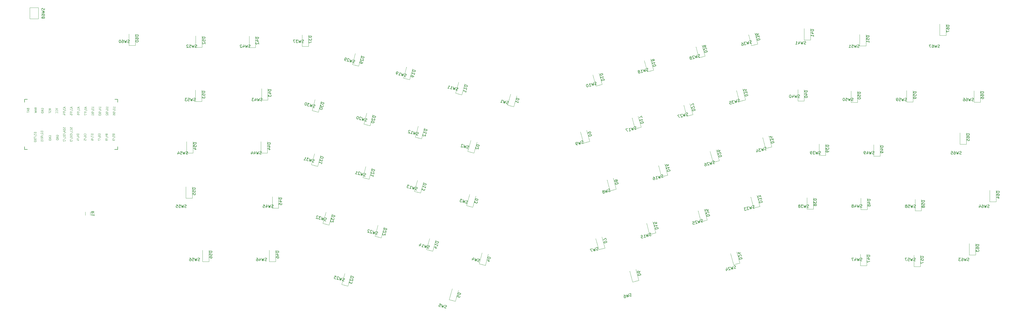
<source format=gbr>
G04 #@! TF.GenerationSoftware,KiCad,Pcbnew,(5.0.0-3-g5ebb6b6)*
G04 #@! TF.CreationDate,2019-09-26T15:54:15+09:00*
G04 #@! TF.ProjectId,dboard_alice15_ver.1,64626F6172645F616C69636531355F76,rev?*
G04 #@! TF.SameCoordinates,Original*
G04 #@! TF.FileFunction,Legend,Bot*
G04 #@! TF.FilePolarity,Positive*
%FSLAX46Y46*%
G04 Gerber Fmt 4.6, Leading zero omitted, Abs format (unit mm)*
G04 Created by KiCad (PCBNEW (5.0.0-3-g5ebb6b6)) date 2019 September 26, Thursday 15:54:15*
%MOMM*%
%LPD*%
G01*
G04 APERTURE LIST*
%ADD10C,0.150000*%
%ADD11C,0.120000*%
%ADD12C,0.125000*%
G04 APERTURE END LIST*
D10*
G04 #@! TO.C,U1*
X-2102000Y92978600D02*
X-2102000Y91968600D01*
X-2102000Y75178600D02*
X-2102000Y76178600D01*
X-3102000Y92978600D02*
X-2102000Y92978600D01*
X-3152000Y75178600D02*
X-2102000Y75178600D01*
X-35152000Y92978600D02*
X-35152000Y92028600D01*
X-35152000Y75178600D02*
X-35152000Y76178600D01*
X-35152000Y92978600D02*
X-34152000Y92978600D01*
X-35152000Y75178600D02*
X-34152000Y75178600D01*
D11*
G04 #@! TO.C,SW68*
X-33300000Y121700000D02*
X-33300000Y125700000D01*
X-33300000Y125700000D02*
X-30300000Y125700000D01*
X-30300000Y125700000D02*
X-30300000Y121700000D01*
X-30300000Y121700000D02*
X-33300000Y121700000D01*
G04 #@! TO.C,D1*
X136481986Y90970767D02*
X137532792Y94892426D01*
X138674638Y90383248D02*
X136481986Y90970767D01*
X139725443Y94304907D02*
X138674638Y90383248D01*
G04 #@! TO.C,D2*
X122341986Y74470767D02*
X123392792Y78392426D01*
X124534638Y73883248D02*
X122341986Y74470767D01*
X125585443Y77804907D02*
X124534638Y73883248D01*
G04 #@! TO.C,D3*
X121921986Y55180767D02*
X122972792Y59102426D01*
X124114638Y54593248D02*
X121921986Y55180767D01*
X125165443Y58514907D02*
X124114638Y54593248D01*
G04 #@! TO.C,D4*
X126341986Y34430767D02*
X127392792Y38352426D01*
X128534638Y33843248D02*
X126341986Y34430767D01*
X129585443Y37764907D02*
X128534638Y33843248D01*
G04 #@! TO.C,D5*
X115741986Y21610767D02*
X116792792Y25532426D01*
X117934638Y21023248D02*
X115741986Y21610767D01*
X118985443Y24944907D02*
X117934638Y21023248D01*
G04 #@! TO.C,D6*
X180935362Y27903248D02*
X179884557Y31824907D01*
X183128014Y28490767D02*
X180935362Y27903248D01*
X182077208Y32412426D02*
X183128014Y28490767D01*
G04 #@! TO.C,D7*
X168845362Y39453248D02*
X167794557Y43374907D01*
X171038014Y40040767D02*
X168845362Y39453248D01*
X169987208Y43962426D02*
X171038014Y40040767D01*
G04 #@! TO.C,D8*
X172885362Y60403248D02*
X171834557Y64324907D01*
X175078014Y60990767D02*
X172885362Y60403248D01*
X174027208Y64912426D02*
X175078014Y60990767D01*
G04 #@! TO.C,D9*
X163425362Y77463248D02*
X162374557Y81384907D01*
X165618014Y78050767D02*
X163425362Y77463248D01*
X164567208Y81972426D02*
X165618014Y78050767D01*
G04 #@! TO.C,D10*
X167830369Y97770063D02*
X166779564Y101691722D01*
X170023021Y98357582D02*
X167830369Y97770063D01*
X168972215Y102279241D02*
X170023021Y98357582D01*
G04 #@! TO.C,D11*
X118011986Y95220767D02*
X119062792Y99142426D01*
X120204638Y94633248D02*
X118011986Y95220767D01*
X121255443Y98554907D02*
X120204638Y94633248D01*
G04 #@! TO.C,D12*
X103661986Y79510767D02*
X104712792Y83432426D01*
X105854638Y78923248D02*
X103661986Y79510767D01*
X106905443Y82844907D02*
X105854638Y78923248D01*
G04 #@! TO.C,D13*
X103371986Y60210767D02*
X104422792Y64132426D01*
X105564638Y59623248D02*
X103371986Y60210767D01*
X106615443Y63544907D02*
X105564638Y59623248D01*
G04 #@! TO.C,D14*
X107701986Y39510767D02*
X108752792Y43432426D01*
X109894638Y38923248D02*
X107701986Y39510767D01*
X110945443Y42844907D02*
X109894638Y38923248D01*
G04 #@! TO.C,D15*
X186945362Y44853248D02*
X185894557Y48774907D01*
X189138014Y45440767D02*
X186945362Y44853248D01*
X188087208Y49362426D02*
X189138014Y45440767D01*
G04 #@! TO.C,D16*
X191185362Y65443248D02*
X190134557Y69364907D01*
X193378014Y66030767D02*
X191185362Y65443248D01*
X192327208Y69952426D02*
X193378014Y66030767D01*
G04 #@! TO.C,D17*
X181745362Y82503248D02*
X180694557Y86424907D01*
X183938014Y83090767D02*
X181745362Y82503248D01*
X182887208Y87012426D02*
X183938014Y83090767D01*
G04 #@! TO.C,D18*
X186130369Y102860063D02*
X185079564Y106781722D01*
X188323021Y103447582D02*
X186130369Y102860063D01*
X187272215Y107369241D02*
X188323021Y103447582D01*
G04 #@! TO.C,D19*
X99491986Y100580767D02*
X100542792Y104502426D01*
X101684638Y99993248D02*
X99491986Y100580767D01*
X102735443Y103914907D02*
X101684638Y99993248D01*
G04 #@! TO.C,D20*
X85391986Y84210767D02*
X86442792Y88132426D01*
X87584638Y83623248D02*
X85391986Y84210767D01*
X88635443Y87544907D02*
X87584638Y83623248D01*
G04 #@! TO.C,D21*
X85061986Y65160767D02*
X86112792Y69082426D01*
X87254638Y64573248D02*
X85061986Y65160767D01*
X88305443Y68494907D02*
X87254638Y64573248D01*
G04 #@! TO.C,D22*
X89351986Y44210767D02*
X90402792Y48132426D01*
X91544638Y43623248D02*
X89351986Y44210767D01*
X92595443Y47544907D02*
X91544638Y43623248D01*
G04 #@! TO.C,D23*
X77551986Y27050767D02*
X78602792Y30972426D01*
X79744638Y26463248D02*
X77551986Y27050767D01*
X80795443Y30384907D02*
X79744638Y26463248D01*
G04 #@! TO.C,D24*
X216775362Y34103248D02*
X215724557Y38024907D01*
X218968014Y34690767D02*
X216775362Y34103248D01*
X217917208Y38612426D02*
X218968014Y34690767D01*
G04 #@! TO.C,D25*
X205235362Y49413248D02*
X204184557Y53334907D01*
X207428014Y50000767D02*
X205235362Y49413248D01*
X206377208Y53922426D02*
X207428014Y50000767D01*
G04 #@! TO.C,D26*
X209495362Y70563248D02*
X208444557Y74484907D01*
X211688014Y71150767D02*
X209495362Y70563248D01*
X210637208Y75072426D02*
X211688014Y71150767D01*
G04 #@! TO.C,D27*
X200115362Y86993248D02*
X199064557Y90914907D01*
X202308014Y87580767D02*
X200115362Y86993248D01*
X201257208Y91502426D02*
X202308014Y87580767D01*
G04 #@! TO.C,D28*
X204435362Y107833248D02*
X203384557Y111754907D01*
X206628014Y108420767D02*
X204435362Y107833248D01*
X205577208Y112342426D02*
X206628014Y108420767D01*
G04 #@! TO.C,D29*
X81311986Y105440767D02*
X82362792Y109362426D01*
X83504638Y104853248D02*
X81311986Y105440767D01*
X84555443Y108774907D02*
X83504638Y104853248D01*
G04 #@! TO.C,D30*
X67001986Y89030767D02*
X68052792Y92952426D01*
X69194638Y88443248D02*
X67001986Y89030767D01*
X70245443Y92364907D02*
X69194638Y88443248D01*
G04 #@! TO.C,D31*
X66791986Y69730767D02*
X67842792Y73652426D01*
X68984638Y69143248D02*
X66791986Y69730767D01*
X70035443Y73064907D02*
X68984638Y69143248D01*
G04 #@! TO.C,D32*
X70871986Y48830767D02*
X71922792Y52752426D01*
X73064638Y48243248D02*
X70871986Y48830767D01*
X74115443Y52164907D02*
X73064638Y48243248D01*
G04 #@! TO.C,D33*
X223945362Y54273248D02*
X222894557Y58194907D01*
X226138014Y54860767D02*
X223945362Y54273248D01*
X225087208Y58782426D02*
X226138014Y54860767D01*
G04 #@! TO.C,D34*
X228145362Y75473248D02*
X227094557Y79394907D01*
X230338014Y76060767D02*
X228145362Y75473248D01*
X229287208Y79982426D02*
X230338014Y76060767D01*
G04 #@! TO.C,D35*
X218855362Y92213248D02*
X217804557Y96134907D01*
X221048014Y92800767D02*
X218855362Y92213248D01*
X219997208Y96722426D02*
X221048014Y92800767D01*
G04 #@! TO.C,D36*
X223165362Y112113248D02*
X222114557Y116034907D01*
X225358014Y112700767D02*
X223165362Y112113248D01*
X224307208Y116622426D02*
X225358014Y112700767D01*
G04 #@! TO.C,D37*
X63445000Y111890000D02*
X63445000Y115950000D01*
X65715000Y111890000D02*
X63445000Y111890000D01*
X65715000Y115950000D02*
X65715000Y111890000D01*
G04 #@! TO.C,D38*
X242885000Y53890000D02*
X242885000Y57950000D01*
X245155000Y53890000D02*
X242885000Y53890000D01*
X245155000Y57950000D02*
X245155000Y53890000D01*
G04 #@! TO.C,D39*
X247215000Y73000000D02*
X247215000Y77060000D01*
X249485000Y73000000D02*
X247215000Y73000000D01*
X249485000Y77060000D02*
X249485000Y73000000D01*
G04 #@! TO.C,D40*
X239625000Y92402500D02*
X239625000Y96462500D01*
X241895000Y92402500D02*
X239625000Y92402500D01*
X241895000Y96462500D02*
X241895000Y92402500D01*
G04 #@! TO.C,D41*
X241855000Y114200000D02*
X241855000Y118260000D01*
X244125000Y114200000D02*
X241855000Y114200000D01*
X244125000Y118260000D02*
X244125000Y114200000D01*
G04 #@! TO.C,D42*
X44635000Y111460000D02*
X44635000Y115520000D01*
X46905000Y111460000D02*
X44635000Y111460000D01*
X46905000Y115520000D02*
X46905000Y111460000D01*
G04 #@! TO.C,D43*
X49035000Y92790000D02*
X49035000Y96850000D01*
X51305000Y92790000D02*
X49035000Y92790000D01*
X51305000Y96850000D02*
X51305000Y92790000D01*
G04 #@! TO.C,D44*
X48815000Y73840000D02*
X48815000Y77900000D01*
X51085000Y73840000D02*
X48815000Y73840000D01*
X51085000Y77900000D02*
X51085000Y73840000D01*
G04 #@! TO.C,D45*
X52855000Y54230000D02*
X52855000Y58290000D01*
X55125000Y54230000D02*
X52855000Y54230000D01*
X55125000Y58290000D02*
X55125000Y54230000D01*
G04 #@! TO.C,D46*
X51775000Y35200000D02*
X51775000Y39260000D01*
X54045000Y35200000D02*
X51775000Y35200000D01*
X54045000Y39260000D02*
X54045000Y35200000D01*
G04 #@! TO.C,D47*
X261825000Y33780000D02*
X261825000Y37840000D01*
X264095000Y33780000D02*
X261825000Y33780000D01*
X264095000Y37840000D02*
X264095000Y33780000D01*
G04 #@! TO.C,D48*
X261995000Y53710000D02*
X261995000Y57770000D01*
X264265000Y53710000D02*
X261995000Y53710000D01*
X264265000Y57770000D02*
X264265000Y53710000D01*
G04 #@! TO.C,D49*
X266595000Y72740000D02*
X266595000Y76800000D01*
X268865000Y72740000D02*
X266595000Y72740000D01*
X268865000Y76800000D02*
X268865000Y72740000D01*
G04 #@! TO.C,D50*
X258555000Y91902500D02*
X258555000Y95962500D01*
X260825000Y91902500D02*
X258555000Y91902500D01*
X260825000Y95962500D02*
X260825000Y91902500D01*
G04 #@! TO.C,D51*
X261595000Y112060000D02*
X261595000Y116120000D01*
X263865000Y112060000D02*
X261595000Y112060000D01*
X263865000Y116120000D02*
X263865000Y112060000D01*
G04 #@! TO.C,D52*
X25605000Y111530000D02*
X25605000Y115590000D01*
X27875000Y111530000D02*
X25605000Y111530000D01*
X27875000Y115590000D02*
X27875000Y111530000D01*
G04 #@! TO.C,D53*
X25535000Y92210000D02*
X25535000Y96270000D01*
X27805000Y92210000D02*
X25535000Y92210000D01*
X27805000Y96270000D02*
X27805000Y92210000D01*
G04 #@! TO.C,D54*
X22435000Y73910000D02*
X22435000Y77970000D01*
X24705000Y73910000D02*
X22435000Y73910000D01*
X24705000Y77970000D02*
X24705000Y73910000D01*
G04 #@! TO.C,D55*
X22145000Y57760000D02*
X22145000Y61820000D01*
X24415000Y57760000D02*
X22145000Y57760000D01*
X24415000Y61820000D02*
X24415000Y57760000D01*
G04 #@! TO.C,D56*
X28055000Y35200000D02*
X28055000Y39260000D01*
X30325000Y35200000D02*
X28055000Y35200000D01*
X30325000Y39260000D02*
X30325000Y35200000D01*
G04 #@! TO.C,D57*
X280875000Y33362500D02*
X280875000Y37422500D01*
X283145000Y33362500D02*
X280875000Y33362500D01*
X283145000Y37422500D02*
X283145000Y33362500D01*
G04 #@! TO.C,D58*
X281285000Y53270000D02*
X281285000Y57330000D01*
X283555000Y53270000D02*
X281285000Y53270000D01*
X283555000Y57330000D02*
X283555000Y53270000D01*
G04 #@! TO.C,D59*
X278295000Y92070000D02*
X278295000Y96130000D01*
X280565000Y92070000D02*
X278295000Y92070000D01*
X280565000Y96130000D02*
X280565000Y92070000D01*
G04 #@! TO.C,D60*
X1895000Y112250000D02*
X1895000Y116310000D01*
X4165000Y112250000D02*
X1895000Y112250000D01*
X4165000Y116310000D02*
X4165000Y112250000D01*
G04 #@! TO.C,D63*
X300555000Y37560000D02*
X300555000Y41620000D01*
X302825000Y37560000D02*
X300555000Y37560000D01*
X302825000Y41620000D02*
X302825000Y37560000D01*
G04 #@! TO.C,D64*
X307845000Y56540000D02*
X307845000Y60600000D01*
X310115000Y56540000D02*
X307845000Y56540000D01*
X310115000Y60600000D02*
X310115000Y56540000D01*
G04 #@! TO.C,D65*
X297225000Y77040000D02*
X297225000Y81100000D01*
X299495000Y77040000D02*
X297225000Y77040000D01*
X299495000Y81100000D02*
X299495000Y77040000D01*
G04 #@! TO.C,D66*
X302255000Y92010000D02*
X302255000Y96070000D01*
X304525000Y92010000D02*
X302255000Y92010000D01*
X304525000Y96070000D02*
X304525000Y92010000D01*
G04 #@! TO.C,D67*
X290055000Y115780000D02*
X290055000Y119840000D01*
X292325000Y115780000D02*
X290055000Y115780000D01*
X292325000Y119840000D02*
X292325000Y115780000D01*
G04 #@! TO.C,R1*
X-13590000Y51670436D02*
X-13590000Y52874564D01*
X-11770000Y51670436D02*
X-11770000Y52874564D01*
G04 #@! TO.C,SW44*
D10*
X48959523Y73495238D02*
X48816666Y73447619D01*
X48578571Y73447619D01*
X48483333Y73495238D01*
X48435714Y73542857D01*
X48388095Y73638095D01*
X48388095Y73733333D01*
X48435714Y73828571D01*
X48483333Y73876190D01*
X48578571Y73923809D01*
X48769047Y73971428D01*
X48864285Y74019047D01*
X48911904Y74066666D01*
X48959523Y74161904D01*
X48959523Y74257142D01*
X48911904Y74352380D01*
X48864285Y74400000D01*
X48769047Y74447619D01*
X48530952Y74447619D01*
X48388095Y74400000D01*
X48054761Y74447619D02*
X47816666Y73447619D01*
X47626190Y74161904D01*
X47435714Y73447619D01*
X47197619Y74447619D01*
X46388095Y74114285D02*
X46388095Y73447619D01*
X46626190Y74495238D02*
X46864285Y73780952D01*
X46245238Y73780952D01*
X45435714Y74114285D02*
X45435714Y73447619D01*
X45673809Y74495238D02*
X45911904Y73780952D01*
X45292857Y73780952D01*
G04 #@! TO.C,SW65*
X297699523Y73485238D02*
X297556666Y73437619D01*
X297318571Y73437619D01*
X297223333Y73485238D01*
X297175714Y73532857D01*
X297128095Y73628095D01*
X297128095Y73723333D01*
X297175714Y73818571D01*
X297223333Y73866190D01*
X297318571Y73913809D01*
X297509047Y73961428D01*
X297604285Y74009047D01*
X297651904Y74056666D01*
X297699523Y74151904D01*
X297699523Y74247142D01*
X297651904Y74342380D01*
X297604285Y74390000D01*
X297509047Y74437619D01*
X297270952Y74437619D01*
X297128095Y74390000D01*
X296794761Y74437619D02*
X296556666Y73437619D01*
X296366190Y74151904D01*
X296175714Y73437619D01*
X295937619Y74437619D01*
X295128095Y74437619D02*
X295318571Y74437619D01*
X295413809Y74390000D01*
X295461428Y74342380D01*
X295556666Y74199523D01*
X295604285Y74009047D01*
X295604285Y73628095D01*
X295556666Y73532857D01*
X295509047Y73485238D01*
X295413809Y73437619D01*
X295223333Y73437619D01*
X295128095Y73485238D01*
X295080476Y73532857D01*
X295032857Y73628095D01*
X295032857Y73866190D01*
X295080476Y73961428D01*
X295128095Y74009047D01*
X295223333Y74056666D01*
X295413809Y74056666D01*
X295509047Y74009047D01*
X295556666Y73961428D01*
X295604285Y73866190D01*
X294128095Y74437619D02*
X294604285Y74437619D01*
X294651904Y73961428D01*
X294604285Y74009047D01*
X294509047Y74056666D01*
X294270952Y74056666D01*
X294175714Y74009047D01*
X294128095Y73961428D01*
X294080476Y73866190D01*
X294080476Y73628095D01*
X294128095Y73532857D01*
X294175714Y73485238D01*
X294270952Y73437619D01*
X294509047Y73437619D01*
X294604285Y73485238D01*
X294651904Y73532857D01*
G04 #@! TO.C,SW63*
X300459523Y35475238D02*
X300316666Y35427619D01*
X300078571Y35427619D01*
X299983333Y35475238D01*
X299935714Y35522857D01*
X299888095Y35618095D01*
X299888095Y35713333D01*
X299935714Y35808571D01*
X299983333Y35856190D01*
X300078571Y35903809D01*
X300269047Y35951428D01*
X300364285Y35999047D01*
X300411904Y36046666D01*
X300459523Y36141904D01*
X300459523Y36237142D01*
X300411904Y36332380D01*
X300364285Y36380000D01*
X300269047Y36427619D01*
X300030952Y36427619D01*
X299888095Y36380000D01*
X299554761Y36427619D02*
X299316666Y35427619D01*
X299126190Y36141904D01*
X298935714Y35427619D01*
X298697619Y36427619D01*
X297888095Y36427619D02*
X298078571Y36427619D01*
X298173809Y36380000D01*
X298221428Y36332380D01*
X298316666Y36189523D01*
X298364285Y35999047D01*
X298364285Y35618095D01*
X298316666Y35522857D01*
X298269047Y35475238D01*
X298173809Y35427619D01*
X297983333Y35427619D01*
X297888095Y35475238D01*
X297840476Y35522857D01*
X297792857Y35618095D01*
X297792857Y35856190D01*
X297840476Y35951428D01*
X297888095Y35999047D01*
X297983333Y36046666D01*
X298173809Y36046666D01*
X298269047Y35999047D01*
X298316666Y35951428D01*
X298364285Y35856190D01*
X297459523Y36427619D02*
X296840476Y36427619D01*
X297173809Y36046666D01*
X297030952Y36046666D01*
X296935714Y35999047D01*
X296888095Y35951428D01*
X296840476Y35856190D01*
X296840476Y35618095D01*
X296888095Y35522857D01*
X296935714Y35475238D01*
X297030952Y35427619D01*
X297316666Y35427619D01*
X297411904Y35475238D01*
X297459523Y35522857D01*
G04 #@! TO.C,U1*
D12*
X-23887000Y79929076D02*
X-23922714Y79992885D01*
X-23922714Y80088600D01*
X-23887000Y80184314D01*
X-23815571Y80248123D01*
X-23744142Y80280028D01*
X-23601285Y80311933D01*
X-23494142Y80311933D01*
X-23351285Y80280028D01*
X-23279857Y80248123D01*
X-23208428Y80184314D01*
X-23172714Y80088600D01*
X-23172714Y80024790D01*
X-23208428Y79929076D01*
X-23244142Y79897171D01*
X-23494142Y79897171D01*
X-23494142Y80024790D01*
X-23172714Y79610028D02*
X-23922714Y79610028D01*
X-23172714Y79227171D01*
X-23922714Y79227171D01*
X-23172714Y78908123D02*
X-23922714Y78908123D01*
X-23922714Y78748600D01*
X-23887000Y78652885D01*
X-23815571Y78589076D01*
X-23744142Y78557171D01*
X-23601285Y78525266D01*
X-23494142Y78525266D01*
X-23351285Y78557171D01*
X-23279857Y78589076D01*
X-23208428Y78652885D01*
X-23172714Y78748600D01*
X-23172714Y78908123D01*
X-33955571Y89653123D02*
X-33919857Y89557409D01*
X-33884142Y89525504D01*
X-33812714Y89493600D01*
X-33705571Y89493600D01*
X-33634142Y89525504D01*
X-33598428Y89557409D01*
X-33562714Y89621219D01*
X-33562714Y89876457D01*
X-34312714Y89876457D01*
X-34312714Y89653123D01*
X-34277000Y89589314D01*
X-34241285Y89557409D01*
X-34169857Y89525504D01*
X-34098428Y89525504D01*
X-34027000Y89557409D01*
X-33991285Y89589314D01*
X-33955571Y89653123D01*
X-33955571Y89876457D01*
X-33777000Y89238361D02*
X-33777000Y88919314D01*
X-33562714Y89302171D02*
X-34312714Y89078838D01*
X-33562714Y88855504D01*
X-34312714Y88727885D02*
X-34312714Y88345028D01*
X-33562714Y88536457D02*
X-34312714Y88536457D01*
X-30902714Y89661219D02*
X-31259857Y89884552D01*
X-30902714Y90044076D02*
X-31652714Y90044076D01*
X-31652714Y89788838D01*
X-31617000Y89725028D01*
X-31581285Y89693123D01*
X-31509857Y89661219D01*
X-31402714Y89661219D01*
X-31331285Y89693123D01*
X-31295571Y89725028D01*
X-31259857Y89788838D01*
X-31259857Y90044076D01*
X-31117000Y89405980D02*
X-31117000Y89086933D01*
X-30902714Y89469790D02*
X-31652714Y89246457D01*
X-30902714Y89023123D01*
X-31652714Y88863600D02*
X-30902714Y88704076D01*
X-31438428Y88576457D01*
X-30902714Y88448838D01*
X-31652714Y88289314D01*
X-29197000Y89529076D02*
X-29232714Y89592885D01*
X-29232714Y89688600D01*
X-29197000Y89784314D01*
X-29125571Y89848123D01*
X-29054142Y89880028D01*
X-28911285Y89911933D01*
X-28804142Y89911933D01*
X-28661285Y89880028D01*
X-28589857Y89848123D01*
X-28518428Y89784314D01*
X-28482714Y89688600D01*
X-28482714Y89624790D01*
X-28518428Y89529076D01*
X-28554142Y89497171D01*
X-28804142Y89497171D01*
X-28804142Y89624790D01*
X-28482714Y89210028D02*
X-29232714Y89210028D01*
X-28482714Y88827171D01*
X-29232714Y88827171D01*
X-28482714Y88508123D02*
X-29232714Y88508123D01*
X-29232714Y88348600D01*
X-29197000Y88252885D01*
X-29125571Y88189076D01*
X-29054142Y88157171D01*
X-28911285Y88125266D01*
X-28804142Y88125266D01*
X-28661285Y88157171D01*
X-28589857Y88189076D01*
X-28518428Y88252885D01*
X-28482714Y88348600D01*
X-28482714Y88508123D01*
X-25822714Y89330504D02*
X-26179857Y89553838D01*
X-25822714Y89713361D02*
X-26572714Y89713361D01*
X-26572714Y89458123D01*
X-26537000Y89394314D01*
X-26501285Y89362409D01*
X-26429857Y89330504D01*
X-26322714Y89330504D01*
X-26251285Y89362409D01*
X-26215571Y89394314D01*
X-26179857Y89458123D01*
X-26179857Y89713361D01*
X-25858428Y89075266D02*
X-25822714Y88979552D01*
X-25822714Y88820028D01*
X-25858428Y88756219D01*
X-25894142Y88724314D01*
X-25965571Y88692409D01*
X-26037000Y88692409D01*
X-26108428Y88724314D01*
X-26144142Y88756219D01*
X-26179857Y88820028D01*
X-26215571Y88947647D01*
X-26251285Y89011457D01*
X-26287000Y89043361D01*
X-26358428Y89075266D01*
X-26429857Y89075266D01*
X-26501285Y89043361D01*
X-26537000Y89011457D01*
X-26572714Y88947647D01*
X-26572714Y88788123D01*
X-26537000Y88692409D01*
X-26572714Y88500980D02*
X-26572714Y88118123D01*
X-25822714Y88309552D02*
X-26572714Y88309552D01*
X-24122714Y89856933D02*
X-23372714Y89633600D01*
X-24122714Y89410266D01*
X-23444142Y88804076D02*
X-23408428Y88835980D01*
X-23372714Y88931695D01*
X-23372714Y88995504D01*
X-23408428Y89091219D01*
X-23479857Y89155028D01*
X-23551285Y89186933D01*
X-23694142Y89218838D01*
X-23801285Y89218838D01*
X-23944142Y89186933D01*
X-24015571Y89155028D01*
X-24087000Y89091219D01*
X-24122714Y88995504D01*
X-24122714Y88931695D01*
X-24087000Y88835980D01*
X-24051285Y88804076D01*
X-23444142Y88134076D02*
X-23408428Y88165980D01*
X-23372714Y88261695D01*
X-23372714Y88325504D01*
X-23408428Y88421219D01*
X-23479857Y88485028D01*
X-23551285Y88516933D01*
X-23694142Y88548838D01*
X-23801285Y88548838D01*
X-23944142Y88516933D01*
X-24015571Y88485028D01*
X-24087000Y88421219D01*
X-24122714Y88325504D01*
X-24122714Y88261695D01*
X-24087000Y88165980D01*
X-24051285Y88134076D01*
X-20927000Y90299314D02*
X-20927000Y89980266D01*
X-20712714Y90363123D02*
X-21462714Y90139790D01*
X-20712714Y89916457D01*
X-21462714Y89756933D02*
X-21462714Y89342171D01*
X-21177000Y89565504D01*
X-21177000Y89469790D01*
X-21141285Y89405980D01*
X-21105571Y89374076D01*
X-21034142Y89342171D01*
X-20855571Y89342171D01*
X-20784142Y89374076D01*
X-20748428Y89405980D01*
X-20712714Y89469790D01*
X-20712714Y89661219D01*
X-20748428Y89725028D01*
X-20784142Y89756933D01*
X-21498428Y88576457D02*
X-20534142Y89150742D01*
X-21105571Y88129790D02*
X-21105571Y88353123D01*
X-20712714Y88353123D02*
X-21462714Y88353123D01*
X-21462714Y88034076D01*
X-21212714Y87491695D02*
X-20712714Y87491695D01*
X-21498428Y87651219D02*
X-20962714Y87810742D01*
X-20962714Y87395980D01*
X-18427000Y90299314D02*
X-18427000Y89980266D01*
X-18212714Y90363123D02*
X-18962714Y90139790D01*
X-18212714Y89916457D01*
X-18891285Y89725028D02*
X-18927000Y89693123D01*
X-18962714Y89629314D01*
X-18962714Y89469790D01*
X-18927000Y89405980D01*
X-18891285Y89374076D01*
X-18819857Y89342171D01*
X-18748428Y89342171D01*
X-18641285Y89374076D01*
X-18212714Y89756933D01*
X-18212714Y89342171D01*
X-18998428Y88576457D02*
X-18034142Y89150742D01*
X-18605571Y88129790D02*
X-18605571Y88353123D01*
X-18212714Y88353123D02*
X-18962714Y88353123D01*
X-18962714Y88034076D01*
X-18962714Y87459790D02*
X-18962714Y87778838D01*
X-18605571Y87810742D01*
X-18641285Y87778838D01*
X-18677000Y87715028D01*
X-18677000Y87555504D01*
X-18641285Y87491695D01*
X-18605571Y87459790D01*
X-18534142Y87427885D01*
X-18355571Y87427885D01*
X-18284142Y87459790D01*
X-18248428Y87491695D01*
X-18212714Y87555504D01*
X-18212714Y87715028D01*
X-18248428Y87778838D01*
X-18284142Y87810742D01*
X-15927000Y90299314D02*
X-15927000Y89980266D01*
X-15712714Y90363123D02*
X-16462714Y90139790D01*
X-15712714Y89916457D01*
X-15712714Y89342171D02*
X-15712714Y89725028D01*
X-15712714Y89533600D02*
X-16462714Y89533600D01*
X-16355571Y89597409D01*
X-16284142Y89661219D01*
X-16248428Y89725028D01*
X-16498428Y88576457D02*
X-15534142Y89150742D01*
X-16105571Y88129790D02*
X-16105571Y88353123D01*
X-15712714Y88353123D02*
X-16462714Y88353123D01*
X-16462714Y88034076D01*
X-16462714Y87491695D02*
X-16462714Y87619314D01*
X-16427000Y87683123D01*
X-16391285Y87715028D01*
X-16284142Y87778838D01*
X-16141285Y87810742D01*
X-15855571Y87810742D01*
X-15784142Y87778838D01*
X-15748428Y87746933D01*
X-15712714Y87683123D01*
X-15712714Y87555504D01*
X-15748428Y87491695D01*
X-15784142Y87459790D01*
X-15855571Y87427885D01*
X-16034142Y87427885D01*
X-16105571Y87459790D01*
X-16141285Y87491695D01*
X-16177000Y87555504D01*
X-16177000Y87683123D01*
X-16141285Y87746933D01*
X-16105571Y87778838D01*
X-16034142Y87810742D01*
X-13377000Y90299314D02*
X-13377000Y89980266D01*
X-13162714Y90363123D02*
X-13912714Y90139790D01*
X-13162714Y89916457D01*
X-13912714Y89565504D02*
X-13912714Y89501695D01*
X-13877000Y89437885D01*
X-13841285Y89405980D01*
X-13769857Y89374076D01*
X-13627000Y89342171D01*
X-13448428Y89342171D01*
X-13305571Y89374076D01*
X-13234142Y89405980D01*
X-13198428Y89437885D01*
X-13162714Y89501695D01*
X-13162714Y89565504D01*
X-13198428Y89629314D01*
X-13234142Y89661219D01*
X-13305571Y89693123D01*
X-13448428Y89725028D01*
X-13627000Y89725028D01*
X-13769857Y89693123D01*
X-13841285Y89661219D01*
X-13877000Y89629314D01*
X-13912714Y89565504D01*
X-13948428Y88576457D02*
X-12984142Y89150742D01*
X-13555571Y88129790D02*
X-13555571Y88353123D01*
X-13162714Y88353123D02*
X-13912714Y88353123D01*
X-13912714Y88034076D01*
X-13912714Y87842647D02*
X-13912714Y87395980D01*
X-13162714Y87683123D01*
X-10612714Y89996219D02*
X-10612714Y90379076D01*
X-10612714Y90187647D02*
X-11362714Y90187647D01*
X-11255571Y90251457D01*
X-11184142Y90315266D01*
X-11148428Y90379076D01*
X-11362714Y89390028D02*
X-11362714Y89709076D01*
X-11005571Y89740980D01*
X-11041285Y89709076D01*
X-11077000Y89645266D01*
X-11077000Y89485742D01*
X-11041285Y89421933D01*
X-11005571Y89390028D01*
X-10934142Y89358123D01*
X-10755571Y89358123D01*
X-10684142Y89390028D01*
X-10648428Y89421933D01*
X-10612714Y89485742D01*
X-10612714Y89645266D01*
X-10648428Y89709076D01*
X-10684142Y89740980D01*
X-11398428Y88592409D02*
X-10434142Y89166695D01*
X-11005571Y88145742D02*
X-10969857Y88050028D01*
X-10934142Y88018123D01*
X-10862714Y87986219D01*
X-10755571Y87986219D01*
X-10684142Y88018123D01*
X-10648428Y88050028D01*
X-10612714Y88113838D01*
X-10612714Y88369076D01*
X-11362714Y88369076D01*
X-11362714Y88145742D01*
X-11327000Y88081933D01*
X-11291285Y88050028D01*
X-11219857Y88018123D01*
X-11148428Y88018123D01*
X-11077000Y88050028D01*
X-11041285Y88081933D01*
X-11005571Y88145742D01*
X-11005571Y88369076D01*
X-10612714Y87348123D02*
X-10612714Y87730980D01*
X-10612714Y87539552D02*
X-11362714Y87539552D01*
X-11255571Y87603361D01*
X-11184142Y87667171D01*
X-11148428Y87730980D01*
X-8062714Y89996219D02*
X-8062714Y90379076D01*
X-8062714Y90187647D02*
X-8812714Y90187647D01*
X-8705571Y90251457D01*
X-8634142Y90315266D01*
X-8598428Y90379076D01*
X-8562714Y89421933D02*
X-8062714Y89421933D01*
X-8848428Y89581457D02*
X-8312714Y89740980D01*
X-8312714Y89326219D01*
X-8848428Y88592409D02*
X-7884142Y89166695D01*
X-8455571Y88145742D02*
X-8419857Y88050028D01*
X-8384142Y88018123D01*
X-8312714Y87986219D01*
X-8205571Y87986219D01*
X-8134142Y88018123D01*
X-8098428Y88050028D01*
X-8062714Y88113838D01*
X-8062714Y88369076D01*
X-8812714Y88369076D01*
X-8812714Y88145742D01*
X-8777000Y88081933D01*
X-8741285Y88050028D01*
X-8669857Y88018123D01*
X-8598428Y88018123D01*
X-8527000Y88050028D01*
X-8491285Y88081933D01*
X-8455571Y88145742D01*
X-8455571Y88369076D01*
X-8812714Y87762885D02*
X-8812714Y87348123D01*
X-8527000Y87571457D01*
X-8527000Y87475742D01*
X-8491285Y87411933D01*
X-8455571Y87380028D01*
X-8384142Y87348123D01*
X-8205571Y87348123D01*
X-8134142Y87380028D01*
X-8098428Y87411933D01*
X-8062714Y87475742D01*
X-8062714Y87667171D01*
X-8098428Y87730980D01*
X-8134142Y87762885D01*
X-3012714Y89996219D02*
X-3012714Y90379076D01*
X-3012714Y90187647D02*
X-3762714Y90187647D01*
X-3655571Y90251457D01*
X-3584142Y90315266D01*
X-3548428Y90379076D01*
X-3762714Y89581457D02*
X-3762714Y89517647D01*
X-3727000Y89453838D01*
X-3691285Y89421933D01*
X-3619857Y89390028D01*
X-3477000Y89358123D01*
X-3298428Y89358123D01*
X-3155571Y89390028D01*
X-3084142Y89421933D01*
X-3048428Y89453838D01*
X-3012714Y89517647D01*
X-3012714Y89581457D01*
X-3048428Y89645266D01*
X-3084142Y89677171D01*
X-3155571Y89709076D01*
X-3298428Y89740980D01*
X-3477000Y89740980D01*
X-3619857Y89709076D01*
X-3691285Y89677171D01*
X-3727000Y89645266D01*
X-3762714Y89581457D01*
X-3798428Y88592409D02*
X-2834142Y89166695D01*
X-3405571Y88145742D02*
X-3369857Y88050028D01*
X-3334142Y88018123D01*
X-3262714Y87986219D01*
X-3155571Y87986219D01*
X-3084142Y88018123D01*
X-3048428Y88050028D01*
X-3012714Y88113838D01*
X-3012714Y88369076D01*
X-3762714Y88369076D01*
X-3762714Y88145742D01*
X-3727000Y88081933D01*
X-3691285Y88050028D01*
X-3619857Y88018123D01*
X-3548428Y88018123D01*
X-3477000Y88050028D01*
X-3441285Y88081933D01*
X-3405571Y88145742D01*
X-3405571Y88369076D01*
X-3762714Y87411933D02*
X-3762714Y87539552D01*
X-3727000Y87603361D01*
X-3691285Y87635266D01*
X-3584142Y87699076D01*
X-3441285Y87730980D01*
X-3155571Y87730980D01*
X-3084142Y87699076D01*
X-3048428Y87667171D01*
X-3012714Y87603361D01*
X-3012714Y87475742D01*
X-3048428Y87411933D01*
X-3084142Y87380028D01*
X-3155571Y87348123D01*
X-3334142Y87348123D01*
X-3405571Y87380028D01*
X-3441285Y87411933D01*
X-3477000Y87475742D01*
X-3477000Y87603361D01*
X-3441285Y87667171D01*
X-3405571Y87699076D01*
X-3334142Y87730980D01*
X-5512714Y89996219D02*
X-5512714Y90379076D01*
X-5512714Y90187647D02*
X-6262714Y90187647D01*
X-6155571Y90251457D01*
X-6084142Y90315266D01*
X-6048428Y90379076D01*
X-6262714Y89421933D02*
X-6262714Y89549552D01*
X-6227000Y89613361D01*
X-6191285Y89645266D01*
X-6084142Y89709076D01*
X-5941285Y89740980D01*
X-5655571Y89740980D01*
X-5584142Y89709076D01*
X-5548428Y89677171D01*
X-5512714Y89613361D01*
X-5512714Y89485742D01*
X-5548428Y89421933D01*
X-5584142Y89390028D01*
X-5655571Y89358123D01*
X-5834142Y89358123D01*
X-5905571Y89390028D01*
X-5941285Y89421933D01*
X-5977000Y89485742D01*
X-5977000Y89613361D01*
X-5941285Y89677171D01*
X-5905571Y89709076D01*
X-5834142Y89740980D01*
X-6298428Y88592409D02*
X-5334142Y89166695D01*
X-5905571Y88145742D02*
X-5869857Y88050028D01*
X-5834142Y88018123D01*
X-5762714Y87986219D01*
X-5655571Y87986219D01*
X-5584142Y88018123D01*
X-5548428Y88050028D01*
X-5512714Y88113838D01*
X-5512714Y88369076D01*
X-6262714Y88369076D01*
X-6262714Y88145742D01*
X-6227000Y88081933D01*
X-6191285Y88050028D01*
X-6119857Y88018123D01*
X-6048428Y88018123D01*
X-5977000Y88050028D01*
X-5941285Y88081933D01*
X-5905571Y88145742D01*
X-5905571Y88369076D01*
X-6191285Y87730980D02*
X-6227000Y87699076D01*
X-6262714Y87635266D01*
X-6262714Y87475742D01*
X-6227000Y87411933D01*
X-6191285Y87380028D01*
X-6119857Y87348123D01*
X-6048428Y87348123D01*
X-5941285Y87380028D01*
X-5512714Y87762885D01*
X-5512714Y87348123D01*
X-8615571Y80706219D02*
X-8615571Y80482885D01*
X-8222714Y80387171D02*
X-8222714Y80706219D01*
X-8972714Y80706219D01*
X-8972714Y80387171D01*
X-8972714Y79812885D02*
X-8972714Y79940504D01*
X-8937000Y80004314D01*
X-8901285Y80036219D01*
X-8794142Y80100028D01*
X-8651285Y80131933D01*
X-8365571Y80131933D01*
X-8294142Y80100028D01*
X-8258428Y80068123D01*
X-8222714Y80004314D01*
X-8222714Y79876695D01*
X-8258428Y79812885D01*
X-8294142Y79780980D01*
X-8365571Y79749076D01*
X-8544142Y79749076D01*
X-8615571Y79780980D01*
X-8651285Y79812885D01*
X-8687000Y79876695D01*
X-8687000Y80004314D01*
X-8651285Y80068123D01*
X-8615571Y80100028D01*
X-8544142Y80131933D01*
X-9008428Y78983361D02*
X-8044142Y79557647D01*
X-8972714Y78823838D02*
X-8972714Y78377171D01*
X-8222714Y78664314D01*
X-10772714Y80738123D02*
X-11522714Y80738123D01*
X-11522714Y80578600D01*
X-11487000Y80482885D01*
X-11415571Y80419076D01*
X-11344142Y80387171D01*
X-11201285Y80355266D01*
X-11094142Y80355266D01*
X-10951285Y80387171D01*
X-10879857Y80419076D01*
X-10808428Y80482885D01*
X-10772714Y80578600D01*
X-10772714Y80738123D01*
X-11522714Y80131933D02*
X-11522714Y79685266D01*
X-10772714Y79972409D01*
X-11558428Y78951457D02*
X-10594142Y79525742D01*
X-11522714Y78440980D02*
X-11522714Y78568600D01*
X-11487000Y78632409D01*
X-11451285Y78664314D01*
X-11344142Y78728123D01*
X-11201285Y78760028D01*
X-10915571Y78760028D01*
X-10844142Y78728123D01*
X-10808428Y78696219D01*
X-10772714Y78632409D01*
X-10772714Y78504790D01*
X-10808428Y78440980D01*
X-10844142Y78409076D01*
X-10915571Y78377171D01*
X-11094142Y78377171D01*
X-11165571Y78409076D01*
X-11201285Y78440980D01*
X-11237000Y78504790D01*
X-11237000Y78632409D01*
X-11201285Y78696219D01*
X-11165571Y78728123D01*
X-11094142Y78760028D01*
X-26497000Y79789076D02*
X-26532714Y79852885D01*
X-26532714Y79948600D01*
X-26497000Y80044314D01*
X-26425571Y80108123D01*
X-26354142Y80140028D01*
X-26211285Y80171933D01*
X-26104142Y80171933D01*
X-25961285Y80140028D01*
X-25889857Y80108123D01*
X-25818428Y80044314D01*
X-25782714Y79948600D01*
X-25782714Y79884790D01*
X-25818428Y79789076D01*
X-25854142Y79757171D01*
X-26104142Y79757171D01*
X-26104142Y79884790D01*
X-25782714Y79470028D02*
X-26532714Y79470028D01*
X-25782714Y79087171D01*
X-26532714Y79087171D01*
X-25782714Y78768123D02*
X-26532714Y78768123D01*
X-26532714Y78608600D01*
X-26497000Y78512885D01*
X-26425571Y78449076D01*
X-26354142Y78417171D01*
X-26211285Y78385266D01*
X-26104142Y78385266D01*
X-25961285Y78417171D01*
X-25889857Y78449076D01*
X-25818428Y78512885D01*
X-25782714Y78608600D01*
X-25782714Y78768123D01*
X-23887000Y79929076D02*
X-23922714Y79992885D01*
X-23922714Y80088600D01*
X-23887000Y80184314D01*
X-23815571Y80248123D01*
X-23744142Y80280028D01*
X-23601285Y80311933D01*
X-23494142Y80311933D01*
X-23351285Y80280028D01*
X-23279857Y80248123D01*
X-23208428Y80184314D01*
X-23172714Y80088600D01*
X-23172714Y80024790D01*
X-23208428Y79929076D01*
X-23244142Y79897171D01*
X-23494142Y79897171D01*
X-23494142Y80024790D01*
X-23172714Y79610028D02*
X-23922714Y79610028D01*
X-23172714Y79227171D01*
X-23922714Y79227171D01*
X-23172714Y78908123D02*
X-23922714Y78908123D01*
X-23922714Y78748600D01*
X-23887000Y78652885D01*
X-23815571Y78589076D01*
X-23744142Y78557171D01*
X-23601285Y78525266D01*
X-23494142Y78525266D01*
X-23351285Y78557171D01*
X-23279857Y78589076D01*
X-23208428Y78652885D01*
X-23172714Y78748600D01*
X-23172714Y78908123D01*
X-31042714Y81347409D02*
X-31792714Y81347409D01*
X-31792714Y81187885D01*
X-31757000Y81092171D01*
X-31685571Y81028361D01*
X-31614142Y80996457D01*
X-31471285Y80964552D01*
X-31364142Y80964552D01*
X-31221285Y80996457D01*
X-31149857Y81028361D01*
X-31078428Y81092171D01*
X-31042714Y81187885D01*
X-31042714Y81347409D01*
X-31792714Y80741219D02*
X-31792714Y80326457D01*
X-31507000Y80549790D01*
X-31507000Y80454076D01*
X-31471285Y80390266D01*
X-31435571Y80358361D01*
X-31364142Y80326457D01*
X-31185571Y80326457D01*
X-31114142Y80358361D01*
X-31078428Y80390266D01*
X-31042714Y80454076D01*
X-31042714Y80645504D01*
X-31078428Y80709314D01*
X-31114142Y80741219D01*
X-31828428Y79560742D02*
X-30864142Y80135028D01*
X-31792714Y79433123D02*
X-31792714Y79050266D01*
X-31042714Y79241695D02*
X-31792714Y79241695D01*
X-31792714Y78890742D02*
X-31042714Y78444076D01*
X-31792714Y78444076D02*
X-31042714Y78890742D01*
X-31792714Y78061219D02*
X-31792714Y77997409D01*
X-31757000Y77933600D01*
X-31721285Y77901695D01*
X-31649857Y77869790D01*
X-31507000Y77837885D01*
X-31328428Y77837885D01*
X-31185571Y77869790D01*
X-31114142Y77901695D01*
X-31078428Y77933600D01*
X-31042714Y77997409D01*
X-31042714Y78061219D01*
X-31078428Y78125028D01*
X-31114142Y78156933D01*
X-31185571Y78188838D01*
X-31328428Y78220742D01*
X-31507000Y78220742D01*
X-31649857Y78188838D01*
X-31721285Y78156933D01*
X-31757000Y78125028D01*
X-31792714Y78061219D01*
X-15872714Y80738123D02*
X-16622714Y80738123D01*
X-16622714Y80578600D01*
X-16587000Y80482885D01*
X-16515571Y80419076D01*
X-16444142Y80387171D01*
X-16301285Y80355266D01*
X-16194142Y80355266D01*
X-16051285Y80387171D01*
X-15979857Y80419076D01*
X-15908428Y80482885D01*
X-15872714Y80578600D01*
X-15872714Y80738123D01*
X-16372714Y79780980D02*
X-15872714Y79780980D01*
X-16658428Y79940504D02*
X-16122714Y80100028D01*
X-16122714Y79685266D01*
X-16658428Y78951457D02*
X-15694142Y79525742D01*
X-16372714Y78440980D02*
X-15872714Y78440980D01*
X-16658428Y78600504D02*
X-16122714Y78760028D01*
X-16122714Y78345266D01*
X-20768428Y83042171D02*
X-20732714Y82946457D01*
X-20732714Y82786933D01*
X-20768428Y82723123D01*
X-20804142Y82691219D01*
X-20875571Y82659314D01*
X-20947000Y82659314D01*
X-21018428Y82691219D01*
X-21054142Y82723123D01*
X-21089857Y82786933D01*
X-21125571Y82914552D01*
X-21161285Y82978361D01*
X-21197000Y83010266D01*
X-21268428Y83042171D01*
X-21339857Y83042171D01*
X-21411285Y83010266D01*
X-21447000Y82978361D01*
X-21482714Y82914552D01*
X-21482714Y82755028D01*
X-21447000Y82659314D01*
X-20732714Y82372171D02*
X-21482714Y82372171D01*
X-21482714Y82212647D01*
X-21447000Y82116933D01*
X-21375571Y82053123D01*
X-21304142Y82021219D01*
X-21161285Y81989314D01*
X-21054142Y81989314D01*
X-20911285Y82021219D01*
X-20839857Y82053123D01*
X-20768428Y82116933D01*
X-20732714Y82212647D01*
X-20732714Y82372171D01*
X-20947000Y81734076D02*
X-20947000Y81415028D01*
X-20732714Y81797885D02*
X-21482714Y81574552D01*
X-20732714Y81351219D01*
X-21518428Y80649314D02*
X-20554142Y81223600D01*
X-20732714Y80425980D02*
X-21482714Y80425980D01*
X-21482714Y80266457D01*
X-21447000Y80170742D01*
X-21375571Y80106933D01*
X-21304142Y80075028D01*
X-21161285Y80043123D01*
X-21054142Y80043123D01*
X-20911285Y80075028D01*
X-20839857Y80106933D01*
X-20768428Y80170742D01*
X-20732714Y80266457D01*
X-20732714Y80425980D01*
X-20732714Y79405028D02*
X-20732714Y79787885D01*
X-20732714Y79596457D02*
X-21482714Y79596457D01*
X-21375571Y79660266D01*
X-21304142Y79724076D01*
X-21268428Y79787885D01*
X-21518428Y78639314D02*
X-20554142Y79213600D01*
X-21411285Y78447885D02*
X-21447000Y78415980D01*
X-21482714Y78352171D01*
X-21482714Y78192647D01*
X-21447000Y78128838D01*
X-21411285Y78096933D01*
X-21339857Y78065028D01*
X-21268428Y78065028D01*
X-21161285Y78096933D01*
X-20732714Y78479790D01*
X-20732714Y78065028D01*
X-18268428Y83026219D02*
X-18232714Y82930504D01*
X-18232714Y82770980D01*
X-18268428Y82707171D01*
X-18304142Y82675266D01*
X-18375571Y82643361D01*
X-18447000Y82643361D01*
X-18518428Y82675266D01*
X-18554142Y82707171D01*
X-18589857Y82770980D01*
X-18625571Y82898600D01*
X-18661285Y82962409D01*
X-18697000Y82994314D01*
X-18768428Y83026219D01*
X-18839857Y83026219D01*
X-18911285Y82994314D01*
X-18947000Y82962409D01*
X-18982714Y82898600D01*
X-18982714Y82739076D01*
X-18947000Y82643361D01*
X-18304142Y81973361D02*
X-18268428Y82005266D01*
X-18232714Y82100980D01*
X-18232714Y82164790D01*
X-18268428Y82260504D01*
X-18339857Y82324314D01*
X-18411285Y82356219D01*
X-18554142Y82388123D01*
X-18661285Y82388123D01*
X-18804142Y82356219D01*
X-18875571Y82324314D01*
X-18947000Y82260504D01*
X-18982714Y82164790D01*
X-18982714Y82100980D01*
X-18947000Y82005266D01*
X-18911285Y81973361D01*
X-18232714Y81367171D02*
X-18232714Y81686219D01*
X-18982714Y81686219D01*
X-19018428Y80665266D02*
X-18054142Y81239552D01*
X-18232714Y80441933D02*
X-18982714Y80441933D01*
X-18982714Y80282409D01*
X-18947000Y80186695D01*
X-18875571Y80122885D01*
X-18804142Y80090980D01*
X-18661285Y80059076D01*
X-18554142Y80059076D01*
X-18411285Y80090980D01*
X-18339857Y80122885D01*
X-18268428Y80186695D01*
X-18232714Y80282409D01*
X-18232714Y80441933D01*
X-18982714Y79644314D02*
X-18982714Y79580504D01*
X-18947000Y79516695D01*
X-18911285Y79484790D01*
X-18839857Y79452885D01*
X-18697000Y79420980D01*
X-18518428Y79420980D01*
X-18375571Y79452885D01*
X-18304142Y79484790D01*
X-18268428Y79516695D01*
X-18232714Y79580504D01*
X-18232714Y79644314D01*
X-18268428Y79708123D01*
X-18304142Y79740028D01*
X-18375571Y79771933D01*
X-18518428Y79803838D01*
X-18697000Y79803838D01*
X-18839857Y79771933D01*
X-18911285Y79740028D01*
X-18947000Y79708123D01*
X-18982714Y79644314D01*
X-19018428Y78655266D02*
X-18054142Y79229552D01*
X-18982714Y78495742D02*
X-18982714Y78080980D01*
X-18697000Y78304314D01*
X-18697000Y78208600D01*
X-18661285Y78144790D01*
X-18625571Y78112885D01*
X-18554142Y78080980D01*
X-18375571Y78080980D01*
X-18304142Y78112885D01*
X-18268428Y78144790D01*
X-18232714Y78208600D01*
X-18232714Y78400028D01*
X-18268428Y78463838D01*
X-18304142Y78495742D01*
X-13394142Y80355266D02*
X-13358428Y80387171D01*
X-13322714Y80482885D01*
X-13322714Y80546695D01*
X-13358428Y80642409D01*
X-13429857Y80706219D01*
X-13501285Y80738123D01*
X-13644142Y80770028D01*
X-13751285Y80770028D01*
X-13894142Y80738123D01*
X-13965571Y80706219D01*
X-14037000Y80642409D01*
X-14072714Y80546695D01*
X-14072714Y80482885D01*
X-14037000Y80387171D01*
X-14001285Y80355266D01*
X-14072714Y79780980D02*
X-14072714Y79908600D01*
X-14037000Y79972409D01*
X-14001285Y80004314D01*
X-13894142Y80068123D01*
X-13751285Y80100028D01*
X-13465571Y80100028D01*
X-13394142Y80068123D01*
X-13358428Y80036219D01*
X-13322714Y79972409D01*
X-13322714Y79844790D01*
X-13358428Y79780980D01*
X-13394142Y79749076D01*
X-13465571Y79717171D01*
X-13644142Y79717171D01*
X-13715571Y79749076D01*
X-13751285Y79780980D01*
X-13787000Y79844790D01*
X-13787000Y79972409D01*
X-13751285Y80036219D01*
X-13715571Y80068123D01*
X-13644142Y80100028D01*
X-14108428Y78951457D02*
X-13144142Y79525742D01*
X-14072714Y78409076D02*
X-14072714Y78728123D01*
X-13715571Y78760028D01*
X-13751285Y78728123D01*
X-13787000Y78664314D01*
X-13787000Y78504790D01*
X-13751285Y78440980D01*
X-13715571Y78409076D01*
X-13644142Y78377171D01*
X-13465571Y78377171D01*
X-13394142Y78409076D01*
X-13358428Y78440980D01*
X-13322714Y78504790D01*
X-13322714Y78664314D01*
X-13358428Y78728123D01*
X-13394142Y78760028D01*
X-3565571Y80514790D02*
X-3529857Y80419076D01*
X-3494142Y80387171D01*
X-3422714Y80355266D01*
X-3315571Y80355266D01*
X-3244142Y80387171D01*
X-3208428Y80419076D01*
X-3172714Y80482885D01*
X-3172714Y80738123D01*
X-3922714Y80738123D01*
X-3922714Y80514790D01*
X-3887000Y80450980D01*
X-3851285Y80419076D01*
X-3779857Y80387171D01*
X-3708428Y80387171D01*
X-3637000Y80419076D01*
X-3601285Y80450980D01*
X-3565571Y80514790D01*
X-3565571Y80738123D01*
X-3922714Y79749076D02*
X-3922714Y80068123D01*
X-3565571Y80100028D01*
X-3601285Y80068123D01*
X-3637000Y80004314D01*
X-3637000Y79844790D01*
X-3601285Y79780980D01*
X-3565571Y79749076D01*
X-3494142Y79717171D01*
X-3315571Y79717171D01*
X-3244142Y79749076D01*
X-3208428Y79780980D01*
X-3172714Y79844790D01*
X-3172714Y80004314D01*
X-3208428Y80068123D01*
X-3244142Y80100028D01*
X-3958428Y78951457D02*
X-2994142Y79525742D01*
X-3172714Y78696219D02*
X-3172714Y78568600D01*
X-3208428Y78504790D01*
X-3244142Y78472885D01*
X-3351285Y78409076D01*
X-3494142Y78377171D01*
X-3779857Y78377171D01*
X-3851285Y78409076D01*
X-3887000Y78440980D01*
X-3922714Y78504790D01*
X-3922714Y78632409D01*
X-3887000Y78696219D01*
X-3851285Y78728123D01*
X-3779857Y78760028D01*
X-3601285Y78760028D01*
X-3529857Y78728123D01*
X-3494142Y78696219D01*
X-3458428Y78632409D01*
X-3458428Y78504790D01*
X-3494142Y78440980D01*
X-3529857Y78409076D01*
X-3601285Y78377171D01*
X-28622714Y81707171D02*
X-29372714Y81707171D01*
X-29372714Y81547647D01*
X-29337000Y81451933D01*
X-29265571Y81388123D01*
X-29194142Y81356219D01*
X-29051285Y81324314D01*
X-28944142Y81324314D01*
X-28801285Y81356219D01*
X-28729857Y81388123D01*
X-28658428Y81451933D01*
X-28622714Y81547647D01*
X-28622714Y81707171D01*
X-29301285Y81069076D02*
X-29337000Y81037171D01*
X-29372714Y80973361D01*
X-29372714Y80813838D01*
X-29337000Y80750028D01*
X-29301285Y80718123D01*
X-29229857Y80686219D01*
X-29158428Y80686219D01*
X-29051285Y80718123D01*
X-28622714Y81100980D01*
X-28622714Y80686219D01*
X-29408428Y79920504D02*
X-28444142Y80494790D01*
X-28622714Y79314314D02*
X-28979857Y79537647D01*
X-28622714Y79697171D02*
X-29372714Y79697171D01*
X-29372714Y79441933D01*
X-29337000Y79378123D01*
X-29301285Y79346219D01*
X-29229857Y79314314D01*
X-29122714Y79314314D01*
X-29051285Y79346219D01*
X-29015571Y79378123D01*
X-28979857Y79441933D01*
X-28979857Y79697171D01*
X-29372714Y79090980D02*
X-28622714Y78644314D01*
X-29372714Y78644314D02*
X-28622714Y79090980D01*
X-28622714Y78038123D02*
X-28622714Y78420980D01*
X-28622714Y78229552D02*
X-29372714Y78229552D01*
X-29265571Y78293361D01*
X-29194142Y78357171D01*
X-29158428Y78420980D01*
X-6065571Y80514790D02*
X-6029857Y80419076D01*
X-5994142Y80387171D01*
X-5922714Y80355266D01*
X-5815571Y80355266D01*
X-5744142Y80387171D01*
X-5708428Y80419076D01*
X-5672714Y80482885D01*
X-5672714Y80738123D01*
X-6422714Y80738123D01*
X-6422714Y80514790D01*
X-6387000Y80450980D01*
X-6351285Y80419076D01*
X-6279857Y80387171D01*
X-6208428Y80387171D01*
X-6137000Y80419076D01*
X-6101285Y80450980D01*
X-6065571Y80514790D01*
X-6065571Y80738123D01*
X-6172714Y79780980D02*
X-5672714Y79780980D01*
X-6458428Y79940504D02*
X-5922714Y80100028D01*
X-5922714Y79685266D01*
X-6458428Y78951457D02*
X-5494142Y79525742D01*
X-6101285Y78632409D02*
X-6137000Y78696219D01*
X-6172714Y78728123D01*
X-6244142Y78760028D01*
X-6279857Y78760028D01*
X-6351285Y78728123D01*
X-6387000Y78696219D01*
X-6422714Y78632409D01*
X-6422714Y78504790D01*
X-6387000Y78440980D01*
X-6351285Y78409076D01*
X-6279857Y78377171D01*
X-6244142Y78377171D01*
X-6172714Y78409076D01*
X-6137000Y78440980D01*
X-6101285Y78504790D01*
X-6101285Y78632409D01*
X-6065571Y78696219D01*
X-6029857Y78728123D01*
X-5958428Y78760028D01*
X-5815571Y78760028D01*
X-5744142Y78728123D01*
X-5708428Y78696219D01*
X-5672714Y78632409D01*
X-5672714Y78504790D01*
X-5708428Y78440980D01*
X-5744142Y78409076D01*
X-5815571Y78377171D01*
X-5958428Y78377171D01*
X-6029857Y78409076D01*
X-6065571Y78440980D01*
X-6101285Y78504790D01*
G04 #@! TO.C,SW68*
D10*
X-28095238Y125459523D02*
X-28047619Y125316666D01*
X-28047619Y125078571D01*
X-28095238Y124983333D01*
X-28142857Y124935714D01*
X-28238095Y124888095D01*
X-28333333Y124888095D01*
X-28428571Y124935714D01*
X-28476190Y124983333D01*
X-28523809Y125078571D01*
X-28571428Y125269047D01*
X-28619047Y125364285D01*
X-28666666Y125411904D01*
X-28761904Y125459523D01*
X-28857142Y125459523D01*
X-28952380Y125411904D01*
X-29000000Y125364285D01*
X-29047619Y125269047D01*
X-29047619Y125030952D01*
X-29000000Y124888095D01*
X-29047619Y124554761D02*
X-28047619Y124316666D01*
X-28761904Y124126190D01*
X-28047619Y123935714D01*
X-29047619Y123697619D01*
X-29047619Y122888095D02*
X-29047619Y123078571D01*
X-29000000Y123173809D01*
X-28952380Y123221428D01*
X-28809523Y123316666D01*
X-28619047Y123364285D01*
X-28238095Y123364285D01*
X-28142857Y123316666D01*
X-28095238Y123269047D01*
X-28047619Y123173809D01*
X-28047619Y122983333D01*
X-28095238Y122888095D01*
X-28142857Y122840476D01*
X-28238095Y122792857D01*
X-28476190Y122792857D01*
X-28571428Y122840476D01*
X-28619047Y122888095D01*
X-28666666Y122983333D01*
X-28666666Y123173809D01*
X-28619047Y123269047D01*
X-28571428Y123316666D01*
X-28476190Y123364285D01*
X-28619047Y122221428D02*
X-28666666Y122316666D01*
X-28714285Y122364285D01*
X-28809523Y122411904D01*
X-28857142Y122411904D01*
X-28952380Y122364285D01*
X-29000000Y122316666D01*
X-29047619Y122221428D01*
X-29047619Y122030952D01*
X-29000000Y121935714D01*
X-28952380Y121888095D01*
X-28857142Y121840476D01*
X-28809523Y121840476D01*
X-28714285Y121888095D01*
X-28666666Y121935714D01*
X-28619047Y122030952D01*
X-28619047Y122221428D01*
X-28571428Y122316666D01*
X-28523809Y122364285D01*
X-28428571Y122411904D01*
X-28238095Y122411904D01*
X-28142857Y122364285D01*
X-28095238Y122316666D01*
X-28047619Y122221428D01*
X-28047619Y122030952D01*
X-28095238Y121935714D01*
X-28142857Y121888095D01*
X-28238095Y121840476D01*
X-28428571Y121840476D01*
X-28523809Y121888095D01*
X-28571428Y121935714D01*
X-28619047Y122030952D01*
G04 #@! TO.C,D1*
X140600991Y93177994D02*
X139635065Y93436813D01*
X139573442Y93206831D01*
X139582464Y93056517D01*
X139649807Y92939874D01*
X139729476Y92869228D01*
X139901137Y92773933D01*
X140039126Y92736959D01*
X140235437Y92733656D01*
X140339754Y92755003D01*
X140456397Y92822347D01*
X140539367Y92948012D01*
X140600991Y93177994D01*
X140206600Y91706107D02*
X140354497Y92258065D01*
X140280548Y91982086D02*
X139314623Y92240905D01*
X139477261Y92295924D01*
X139593904Y92363267D01*
X139664550Y92442935D01*
G04 #@! TO.C,D2*
X126460991Y76677994D02*
X125495065Y76936813D01*
X125433442Y76706831D01*
X125442464Y76556517D01*
X125509807Y76439874D01*
X125589476Y76369228D01*
X125761137Y76273933D01*
X125899126Y76236959D01*
X126095437Y76233656D01*
X126199754Y76255003D01*
X126316397Y76322347D01*
X126399367Y76448012D01*
X126460991Y76677994D01*
X125340564Y75992234D02*
X125282243Y75958562D01*
X125211597Y75878894D01*
X125149973Y75648912D01*
X125171320Y75544594D01*
X125204992Y75486273D01*
X125284660Y75415627D01*
X125376653Y75390978D01*
X125526967Y75400000D01*
X126226821Y75804061D01*
X126066600Y75206107D01*
G04 #@! TO.C,D3*
X126040991Y57387994D02*
X125075065Y57646813D01*
X125013442Y57416831D01*
X125022464Y57266517D01*
X125089807Y57149874D01*
X125169476Y57079228D01*
X125341137Y56983933D01*
X125479126Y56946959D01*
X125675437Y56943656D01*
X125779754Y56965003D01*
X125896397Y57032347D01*
X125979367Y57158012D01*
X126040991Y57387994D01*
X124840896Y56772880D02*
X124680674Y56174926D01*
X125134919Y56398304D01*
X125097945Y56260314D01*
X125119292Y56155997D01*
X125152964Y56097675D01*
X125232632Y56027029D01*
X125462614Y55965406D01*
X125566932Y55986753D01*
X125625253Y56020425D01*
X125695899Y56100093D01*
X125769847Y56376072D01*
X125748500Y56480389D01*
X125714829Y56538710D01*
G04 #@! TO.C,D4*
X130460991Y36637994D02*
X129495065Y36896813D01*
X129433442Y36666831D01*
X129442464Y36516517D01*
X129509807Y36399874D01*
X129589476Y36329228D01*
X129761137Y36233933D01*
X129899126Y36196959D01*
X130095437Y36193656D01*
X130199754Y36215003D01*
X130316397Y36282347D01*
X130399367Y36408012D01*
X130460991Y36637994D01*
X129447299Y35430646D02*
X130091250Y35258100D01*
X129140951Y35759226D02*
X129892521Y35804338D01*
X129732300Y35206384D01*
G04 #@! TO.C,D5*
X119860991Y23817994D02*
X118895065Y24076813D01*
X118833442Y23846831D01*
X118842464Y23696517D01*
X118909807Y23579874D01*
X118989476Y23509228D01*
X119161137Y23413933D01*
X119299126Y23376959D01*
X119495437Y23373656D01*
X119599754Y23395003D01*
X119716397Y23462347D01*
X119799367Y23588012D01*
X119860991Y23817994D01*
X118512999Y22650922D02*
X118636246Y23110887D01*
X119108536Y23033636D01*
X119050214Y22999965D01*
X118979568Y22920296D01*
X118917945Y22690314D01*
X118939292Y22585997D01*
X118972964Y22527675D01*
X119052632Y22457029D01*
X119282614Y22395406D01*
X119386932Y22416753D01*
X119445253Y22450425D01*
X119515899Y22530093D01*
X119577523Y22760075D01*
X119556176Y22864393D01*
X119522504Y22922714D01*
G04 #@! TO.C,D6*
X182907044Y30214205D02*
X183872970Y30473024D01*
X183811346Y30703007D01*
X183728376Y30828672D01*
X183611733Y30896015D01*
X183507416Y30917362D01*
X183311105Y30914060D01*
X183173116Y30877086D01*
X183001455Y30781790D01*
X182921786Y30711144D01*
X182854443Y30594502D01*
X182845421Y30444188D01*
X182907044Y30214205D01*
X183503228Y31852919D02*
X183552527Y31668933D01*
X183531180Y31564615D01*
X183497509Y31506294D01*
X183384169Y31377327D01*
X183212507Y31282031D01*
X182844536Y31183434D01*
X182740218Y31204781D01*
X182681897Y31238452D01*
X182611251Y31318121D01*
X182561952Y31502107D01*
X182583299Y31606424D01*
X182616971Y31664745D01*
X182696639Y31735391D01*
X182926621Y31797015D01*
X183030939Y31775668D01*
X183089260Y31741996D01*
X183159906Y31662328D01*
X183209205Y31478342D01*
X183187858Y31374024D01*
X183154186Y31315703D01*
X183074518Y31245057D01*
G04 #@! TO.C,D7*
X170817044Y41764205D02*
X171782970Y42023024D01*
X171721346Y42253007D01*
X171638376Y42378672D01*
X171521733Y42446015D01*
X171417416Y42467362D01*
X171221105Y42464060D01*
X171083116Y42427086D01*
X170911455Y42331790D01*
X170831786Y42261144D01*
X170764443Y42144502D01*
X170755421Y41994188D01*
X170817044Y41764205D01*
X171548800Y42896957D02*
X171376254Y43540908D01*
X170521251Y42868121D01*
G04 #@! TO.C,D8*
X174857044Y62714205D02*
X175822970Y62973024D01*
X175761346Y63203007D01*
X175678376Y63328672D01*
X175561733Y63396015D01*
X175457416Y63417362D01*
X175261105Y63414060D01*
X175123116Y63377086D01*
X174951455Y63281790D01*
X174871786Y63211144D01*
X174804443Y63094502D01*
X174795421Y62944188D01*
X174857044Y62714205D01*
X175113209Y63966017D02*
X175183854Y63886349D01*
X175242176Y63852677D01*
X175346493Y63831330D01*
X175392490Y63843655D01*
X175472158Y63914301D01*
X175505830Y63972622D01*
X175527177Y64076940D01*
X175477878Y64260926D01*
X175407232Y64340594D01*
X175348911Y64374266D01*
X175244593Y64395613D01*
X175198597Y64383288D01*
X175118929Y64312642D01*
X175085257Y64254321D01*
X175063910Y64150003D01*
X175113209Y63966017D01*
X175091862Y63861700D01*
X175058190Y63803378D01*
X174978522Y63732733D01*
X174794536Y63683434D01*
X174690218Y63704781D01*
X174631897Y63738452D01*
X174561251Y63818121D01*
X174511952Y64002107D01*
X174533299Y64106424D01*
X174566971Y64164745D01*
X174646639Y64235391D01*
X174830625Y64284690D01*
X174934943Y64263343D01*
X174993264Y64229671D01*
X175063910Y64150003D01*
G04 #@! TO.C,D9*
X165397044Y79774205D02*
X166362970Y80033024D01*
X166301346Y80263007D01*
X166218376Y80388672D01*
X166101733Y80456015D01*
X165997416Y80477362D01*
X165801105Y80474060D01*
X165663116Y80437086D01*
X165491455Y80341790D01*
X165411786Y80271144D01*
X165344443Y80154502D01*
X165335421Y80004188D01*
X165397044Y79774205D01*
X165125900Y80786128D02*
X165076602Y80970114D01*
X165097949Y81074431D01*
X165131620Y81132752D01*
X165244960Y81261720D01*
X165416621Y81357015D01*
X165784593Y81455613D01*
X165888911Y81434266D01*
X165947232Y81400594D01*
X166017878Y81320926D01*
X166067177Y81136940D01*
X166045830Y81032622D01*
X166012158Y80974301D01*
X165932490Y80903655D01*
X165702507Y80842031D01*
X165598190Y80863378D01*
X165539869Y80897050D01*
X165469223Y80976718D01*
X165419924Y81160704D01*
X165441271Y81265022D01*
X165474943Y81323343D01*
X165554611Y81393989D01*
G04 #@! TO.C,D10*
X169925298Y99621056D02*
X170891224Y99879875D01*
X170829601Y100109857D01*
X170746630Y100235522D01*
X170629988Y100302865D01*
X170525670Y100324212D01*
X170329359Y100320910D01*
X170191370Y100283936D01*
X170019709Y100188640D01*
X169940041Y100117995D01*
X169872697Y100001352D01*
X169863675Y99851038D01*
X169925298Y99621056D01*
X169530907Y101092943D02*
X169678804Y100540985D01*
X169604856Y100816964D02*
X170570782Y101075783D01*
X170457442Y100946816D01*
X170390098Y100830174D01*
X170368751Y100725856D01*
X170336612Y101949716D02*
X170311962Y102041709D01*
X170241317Y102121377D01*
X170182995Y102155049D01*
X170078678Y102176396D01*
X169882367Y102173093D01*
X169652385Y102111470D01*
X169480724Y102016174D01*
X169401055Y101945529D01*
X169367384Y101887207D01*
X169346037Y101782890D01*
X169370686Y101690897D01*
X169441332Y101611229D01*
X169499653Y101577557D01*
X169603971Y101556210D01*
X169800281Y101559512D01*
X170030264Y101621136D01*
X170201925Y101716431D01*
X170281593Y101787077D01*
X170315265Y101845398D01*
X170336612Y101949716D01*
G04 #@! TO.C,D11*
X122254238Y97887959D02*
X121288312Y98146778D01*
X121226689Y97916795D01*
X121235711Y97766481D01*
X121303055Y97649839D01*
X121382723Y97579193D01*
X121554384Y97483898D01*
X121692373Y97446923D01*
X121888684Y97443621D01*
X121993002Y97464968D01*
X122109644Y97532312D01*
X122192615Y97657976D01*
X122254238Y97887959D01*
X121859847Y96416072D02*
X122007744Y96968029D01*
X121933796Y96692050D02*
X120967870Y96950870D01*
X121130509Y97005888D01*
X121247151Y97073232D01*
X121317797Y97152900D01*
X121613353Y95496142D02*
X121761250Y96048100D01*
X121687301Y95772121D02*
X120721375Y96030940D01*
X120884014Y96085959D01*
X121000657Y96153302D01*
X121071303Y96232971D01*
G04 #@! TO.C,D12*
X107904238Y82177959D02*
X106938312Y82436778D01*
X106876689Y82206795D01*
X106885711Y82056481D01*
X106953055Y81939839D01*
X107032723Y81869193D01*
X107204384Y81773898D01*
X107342373Y81736923D01*
X107538684Y81733621D01*
X107643002Y81754968D01*
X107759644Y81822312D01*
X107842615Y81947976D01*
X107904238Y82177959D01*
X107509847Y80706072D02*
X107657744Y81258029D01*
X107583796Y80982050D02*
X106617870Y81240870D01*
X106780509Y81295888D01*
X106897151Y81363232D01*
X106967797Y81442900D01*
X106537317Y80572270D02*
X106478995Y80538598D01*
X106408350Y80458930D01*
X106346726Y80228947D01*
X106368073Y80124630D01*
X106401745Y80066308D01*
X106481413Y79995662D01*
X106573406Y79971013D01*
X106723720Y79980035D01*
X107423574Y80384096D01*
X107263353Y79786142D01*
G04 #@! TO.C,D13*
X107614238Y62877959D02*
X106648312Y63136778D01*
X106586689Y62906795D01*
X106595711Y62756481D01*
X106663055Y62639839D01*
X106742723Y62569193D01*
X106914384Y62473898D01*
X107052373Y62436923D01*
X107248684Y62433621D01*
X107353002Y62454968D01*
X107469644Y62522312D01*
X107552615Y62647976D01*
X107614238Y62877959D01*
X107219847Y61406072D02*
X107367744Y61958029D01*
X107293796Y61682050D02*
X106327870Y61940870D01*
X106490509Y61995888D01*
X106607151Y62063232D01*
X106677797Y62142900D01*
X106167648Y61342915D02*
X106007427Y60744961D01*
X106461672Y60968339D01*
X106424698Y60830349D01*
X106446045Y60726032D01*
X106479717Y60667711D01*
X106559385Y60597065D01*
X106789367Y60535441D01*
X106893685Y60556788D01*
X106952006Y60590460D01*
X107022652Y60670128D01*
X107096600Y60946107D01*
X107075253Y61050425D01*
X107041581Y61108746D01*
G04 #@! TO.C,D14*
X111944238Y42177959D02*
X110978312Y42436778D01*
X110916689Y42206795D01*
X110925711Y42056481D01*
X110993055Y41939839D01*
X111072723Y41869193D01*
X111244384Y41773898D01*
X111382373Y41736923D01*
X111578684Y41733621D01*
X111683002Y41754968D01*
X111799644Y41822312D01*
X111882615Y41947976D01*
X111944238Y42177959D01*
X111549847Y40706072D02*
X111697744Y41258029D01*
X111623796Y40982050D02*
X110657870Y41240870D01*
X110820509Y41295888D01*
X110937151Y41363232D01*
X111007797Y41442900D01*
X110684052Y40050681D02*
X111328002Y39878135D01*
X110377704Y40379261D02*
X111129274Y40424373D01*
X110969053Y39826419D01*
G04 #@! TO.C,D15*
X189040291Y46704241D02*
X190006217Y46963060D01*
X189944594Y47193042D01*
X189861623Y47318707D01*
X189744981Y47386050D01*
X189640663Y47407397D01*
X189444352Y47404095D01*
X189306363Y47367121D01*
X189134702Y47271825D01*
X189055034Y47201180D01*
X188987690Y47084537D01*
X188978668Y46934223D01*
X189040291Y46704241D01*
X188645900Y48176128D02*
X188793797Y47624170D01*
X188719849Y47900149D02*
X189685775Y48158968D01*
X189572435Y48030001D01*
X189505091Y47913359D01*
X189483744Y47809041D01*
X189377657Y49308880D02*
X189500904Y48848915D01*
X189053264Y48679671D01*
X189086936Y48737993D01*
X189108283Y48842310D01*
X189046659Y49072293D01*
X188976013Y49151961D01*
X188917692Y49185633D01*
X188813374Y49206980D01*
X188583392Y49145356D01*
X188503724Y49074710D01*
X188470052Y49016389D01*
X188448705Y48912071D01*
X188510329Y48682089D01*
X188580974Y48602421D01*
X188639296Y48568749D01*
G04 #@! TO.C,D16*
X193280291Y67294241D02*
X194246217Y67553060D01*
X194184594Y67783042D01*
X194101623Y67908707D01*
X193984981Y67976050D01*
X193880663Y67997397D01*
X193684352Y67994095D01*
X193546363Y67957121D01*
X193374702Y67861825D01*
X193295034Y67791180D01*
X193227690Y67674537D01*
X193218668Y67524223D01*
X193280291Y67294241D01*
X192885900Y68766128D02*
X193033797Y68214170D01*
X192959849Y68490149D02*
X193925775Y68748968D01*
X193812435Y68620001D01*
X193745091Y68503359D01*
X193723744Y68399041D01*
X193629981Y69852883D02*
X193679280Y69668897D01*
X193657933Y69564580D01*
X193624261Y69506258D01*
X193510921Y69377291D01*
X193339260Y69281996D01*
X192971289Y69183398D01*
X192866971Y69204745D01*
X192808650Y69238417D01*
X192738004Y69318085D01*
X192688705Y69502071D01*
X192710052Y69606389D01*
X192743724Y69664710D01*
X192823392Y69735356D01*
X193053374Y69796980D01*
X193157692Y69775633D01*
X193216013Y69741961D01*
X193286659Y69662293D01*
X193335958Y69478307D01*
X193314611Y69373989D01*
X193280939Y69315668D01*
X193201271Y69245022D01*
G04 #@! TO.C,D17*
X183840291Y84354241D02*
X184806217Y84613060D01*
X184744594Y84843042D01*
X184661623Y84968707D01*
X184544981Y85036050D01*
X184440663Y85057397D01*
X184244352Y85054095D01*
X184106363Y85017121D01*
X183934702Y84921825D01*
X183855034Y84851180D01*
X183787690Y84734537D01*
X183778668Y84584223D01*
X183840291Y84354241D01*
X183445900Y85826128D02*
X183593797Y85274170D01*
X183519849Y85550149D02*
X184485775Y85808968D01*
X184372435Y85680001D01*
X184305091Y85563359D01*
X184283744Y85459041D01*
X184325553Y86406922D02*
X184153007Y87050873D01*
X183298004Y86378085D01*
G04 #@! TO.C,D18*
X188225298Y104711056D02*
X189191224Y104969875D01*
X189129601Y105199857D01*
X189046630Y105325522D01*
X188929988Y105392865D01*
X188825670Y105414212D01*
X188629359Y105410910D01*
X188491370Y105373936D01*
X188319709Y105278640D01*
X188240041Y105207995D01*
X188172697Y105091352D01*
X188163675Y104941038D01*
X188225298Y104711056D01*
X187830907Y106182943D02*
X187978804Y105630985D01*
X187904856Y105906964D02*
X188870782Y106165783D01*
X188757442Y106036816D01*
X188690098Y105920174D01*
X188668751Y105815856D01*
X188234968Y106882797D02*
X188305614Y106803129D01*
X188363936Y106769457D01*
X188468253Y106748110D01*
X188514250Y106760435D01*
X188593918Y106831081D01*
X188627590Y106889402D01*
X188648937Y106993719D01*
X188599638Y107177705D01*
X188528992Y107257373D01*
X188470671Y107291045D01*
X188366353Y107312392D01*
X188320357Y107300068D01*
X188240688Y107229422D01*
X188207017Y107171100D01*
X188185670Y107066783D01*
X188234968Y106882797D01*
X188213621Y106778479D01*
X188179950Y106720158D01*
X188100281Y106649512D01*
X187916296Y106600213D01*
X187811978Y106621560D01*
X187753657Y106655232D01*
X187683011Y106734900D01*
X187633712Y106918886D01*
X187655059Y107023204D01*
X187688731Y107081525D01*
X187768399Y107152171D01*
X187952385Y107201470D01*
X188056702Y107180123D01*
X188115024Y107146451D01*
X188185670Y107066783D01*
G04 #@! TO.C,D19*
X103734238Y103247959D02*
X102768312Y103506778D01*
X102706689Y103276795D01*
X102715711Y103126481D01*
X102783055Y103009839D01*
X102862723Y102939193D01*
X103034384Y102843898D01*
X103172373Y102806923D01*
X103368684Y102803621D01*
X103473002Y102824968D01*
X103589644Y102892312D01*
X103672615Y103017976D01*
X103734238Y103247959D01*
X103339847Y101776072D02*
X103487744Y102328029D01*
X103413796Y102052050D02*
X102447870Y102310870D01*
X102610509Y102365888D01*
X102727151Y102433232D01*
X102797797Y102512900D01*
X103216600Y101316107D02*
X103167301Y101132121D01*
X103096655Y101052453D01*
X103038334Y101018781D01*
X102875695Y100963762D01*
X102679385Y100967065D01*
X102311413Y101065662D01*
X102231745Y101136308D01*
X102198073Y101194630D01*
X102176726Y101298947D01*
X102226025Y101482933D01*
X102296671Y101562601D01*
X102354992Y101596273D01*
X102459310Y101617620D01*
X102689292Y101555997D01*
X102768960Y101485351D01*
X102802632Y101427029D01*
X102823979Y101322712D01*
X102774680Y101138726D01*
X102704034Y101059058D01*
X102645713Y101025386D01*
X102541395Y101004039D01*
G04 #@! TO.C,D20*
X89634238Y86877959D02*
X88668312Y87136778D01*
X88606689Y86906795D01*
X88615711Y86756481D01*
X88683055Y86639839D01*
X88762723Y86569193D01*
X88934384Y86473898D01*
X89072373Y86436923D01*
X89268684Y86433621D01*
X89373002Y86454968D01*
X89489644Y86522312D01*
X89572615Y86647976D01*
X89634238Y86877959D01*
X88513811Y86192199D02*
X88455490Y86158527D01*
X88384844Y86078859D01*
X88323220Y85848877D01*
X88344567Y85744559D01*
X88378239Y85686238D01*
X88457907Y85615592D01*
X88549900Y85590942D01*
X88700214Y85599965D01*
X89400069Y86004026D01*
X89239847Y85406072D01*
X88113700Y85066937D02*
X88089051Y84974944D01*
X88110398Y84870626D01*
X88144070Y84812305D01*
X88223738Y84741659D01*
X88395399Y84646364D01*
X88625381Y84584740D01*
X88821692Y84581438D01*
X88926009Y84602785D01*
X88984331Y84636456D01*
X89054977Y84716125D01*
X89079626Y84808118D01*
X89058279Y84912435D01*
X89024607Y84970756D01*
X88944939Y85041402D01*
X88773278Y85136698D01*
X88543295Y85198321D01*
X88346985Y85201624D01*
X88242667Y85180277D01*
X88184346Y85146605D01*
X88113700Y85066937D01*
G04 #@! TO.C,D21*
X89304238Y67827959D02*
X88338312Y68086778D01*
X88276689Y67856795D01*
X88285711Y67706481D01*
X88353055Y67589839D01*
X88432723Y67519193D01*
X88604384Y67423898D01*
X88742373Y67386923D01*
X88938684Y67383621D01*
X89043002Y67404968D01*
X89159644Y67472312D01*
X89242615Y67597976D01*
X89304238Y67827959D01*
X88183811Y67142199D02*
X88125490Y67108527D01*
X88054844Y67028859D01*
X87993220Y66798877D01*
X88014567Y66694559D01*
X88048239Y66636238D01*
X88127907Y66565592D01*
X88219900Y66540942D01*
X88370214Y66549965D01*
X89070069Y66954026D01*
X88909847Y66356072D01*
X88663353Y65436142D02*
X88811250Y65988100D01*
X88737301Y65712121D02*
X87771375Y65970940D01*
X87934014Y66025959D01*
X88050657Y66093302D01*
X88121303Y66172971D01*
G04 #@! TO.C,D22*
X93594238Y46877959D02*
X92628312Y47136778D01*
X92566689Y46906795D01*
X92575711Y46756481D01*
X92643055Y46639839D01*
X92722723Y46569193D01*
X92894384Y46473898D01*
X93032373Y46436923D01*
X93228684Y46433621D01*
X93333002Y46454968D01*
X93449644Y46522312D01*
X93532615Y46647976D01*
X93594238Y46877959D01*
X92473811Y46192199D02*
X92415490Y46158527D01*
X92344844Y46078859D01*
X92283220Y45848877D01*
X92304567Y45744559D01*
X92338239Y45686238D01*
X92417907Y45615592D01*
X92509900Y45590942D01*
X92660214Y45599965D01*
X93360069Y46004026D01*
X93199847Y45406072D01*
X92227317Y45272270D02*
X92168995Y45238598D01*
X92098350Y45158930D01*
X92036726Y44928947D01*
X92058073Y44824630D01*
X92091745Y44766308D01*
X92171413Y44695662D01*
X92263406Y44671013D01*
X92413720Y44680035D01*
X93113574Y45084096D01*
X92953353Y44486142D01*
G04 #@! TO.C,D23*
X81794238Y29717959D02*
X80828312Y29976778D01*
X80766689Y29746795D01*
X80775711Y29596481D01*
X80843055Y29479839D01*
X80922723Y29409193D01*
X81094384Y29313898D01*
X81232373Y29276923D01*
X81428684Y29273621D01*
X81533002Y29294968D01*
X81649644Y29362312D01*
X81732615Y29487976D01*
X81794238Y29717959D01*
X80673811Y29032199D02*
X80615490Y28998527D01*
X80544844Y28918859D01*
X80483220Y28688877D01*
X80504567Y28584559D01*
X80538239Y28526238D01*
X80617907Y28455592D01*
X80709900Y28430942D01*
X80860214Y28439965D01*
X81560069Y28844026D01*
X81399847Y28246072D01*
X80347648Y28182915D02*
X80187427Y27584961D01*
X80641672Y27808339D01*
X80604698Y27670349D01*
X80626045Y27566032D01*
X80659717Y27507711D01*
X80739385Y27437065D01*
X80969367Y27375441D01*
X81073685Y27396788D01*
X81132006Y27430460D01*
X81202652Y27510128D01*
X81276600Y27786107D01*
X81255253Y27890425D01*
X81221581Y27948746D01*
G04 #@! TO.C,D24*
X218870291Y35954241D02*
X219836217Y36213060D01*
X219774594Y36443042D01*
X219691623Y36568707D01*
X219574981Y36636050D01*
X219470663Y36657397D01*
X219274352Y36654095D01*
X219136363Y36617121D01*
X218964702Y36521825D01*
X218885034Y36451180D01*
X218817690Y36334537D01*
X218808668Y36184223D01*
X218870291Y35954241D01*
X219497730Y37108340D02*
X219531402Y37166661D01*
X219552749Y37270979D01*
X219491125Y37500961D01*
X219420479Y37580629D01*
X219362158Y37614301D01*
X219257840Y37635648D01*
X219165847Y37610998D01*
X219040183Y37528028D01*
X218636122Y36828174D01*
X218475900Y37426128D01*
X218898006Y38426610D02*
X218254056Y38254064D01*
X219327601Y38295226D02*
X218699278Y37880372D01*
X218539057Y38478327D01*
G04 #@! TO.C,D25*
X207330291Y51264241D02*
X208296217Y51523060D01*
X208234594Y51753042D01*
X208151623Y51878707D01*
X208034981Y51946050D01*
X207930663Y51967397D01*
X207734352Y51964095D01*
X207596363Y51927121D01*
X207424702Y51831825D01*
X207345034Y51761180D01*
X207277690Y51644537D01*
X207268668Y51494223D01*
X207330291Y51264241D01*
X207957730Y52418340D02*
X207991402Y52476661D01*
X208012749Y52580979D01*
X207951125Y52810961D01*
X207880479Y52890629D01*
X207822158Y52924301D01*
X207717840Y52945648D01*
X207625847Y52920998D01*
X207500183Y52838028D01*
X207096122Y52138174D01*
X206935900Y52736128D01*
X207667657Y53868880D02*
X207790904Y53408915D01*
X207343264Y53239671D01*
X207376936Y53297993D01*
X207398283Y53402310D01*
X207336659Y53632293D01*
X207266013Y53711961D01*
X207207692Y53745633D01*
X207103374Y53766980D01*
X206873392Y53705356D01*
X206793724Y53634710D01*
X206760052Y53576389D01*
X206738705Y53472071D01*
X206800329Y53242089D01*
X206870974Y53162421D01*
X206929296Y53128749D01*
G04 #@! TO.C,D26*
X211590291Y72414241D02*
X212556217Y72673060D01*
X212494594Y72903042D01*
X212411623Y73028707D01*
X212294981Y73096050D01*
X212190663Y73117397D01*
X211994352Y73114095D01*
X211856363Y73077121D01*
X211684702Y72981825D01*
X211605034Y72911180D01*
X211537690Y72794537D01*
X211528668Y72644223D01*
X211590291Y72414241D01*
X212217730Y73568340D02*
X212251402Y73626661D01*
X212272749Y73730979D01*
X212211125Y73960961D01*
X212140479Y74040629D01*
X212082158Y74074301D01*
X211977840Y74095648D01*
X211885847Y74070998D01*
X211760183Y73988028D01*
X211356122Y73288174D01*
X211195900Y73886128D01*
X211939981Y74972883D02*
X211989280Y74788897D01*
X211967933Y74684580D01*
X211934261Y74626258D01*
X211820921Y74497291D01*
X211649260Y74401996D01*
X211281289Y74303398D01*
X211176971Y74324745D01*
X211118650Y74358417D01*
X211048004Y74438085D01*
X210998705Y74622071D01*
X211020052Y74726389D01*
X211053724Y74784710D01*
X211133392Y74855356D01*
X211363374Y74916980D01*
X211467692Y74895633D01*
X211526013Y74861961D01*
X211596659Y74782293D01*
X211645958Y74598307D01*
X211624611Y74493989D01*
X211590939Y74435668D01*
X211511271Y74365022D01*
G04 #@! TO.C,D27*
X202210291Y88844241D02*
X203176217Y89103060D01*
X203114594Y89333042D01*
X203031623Y89458707D01*
X202914981Y89526050D01*
X202810663Y89547397D01*
X202614352Y89544095D01*
X202476363Y89507121D01*
X202304702Y89411825D01*
X202225034Y89341180D01*
X202157690Y89224537D01*
X202148668Y89074223D01*
X202210291Y88844241D01*
X202837730Y89998340D02*
X202871402Y90056661D01*
X202892749Y90160979D01*
X202831125Y90390961D01*
X202760479Y90470629D01*
X202702158Y90504301D01*
X202597840Y90525648D01*
X202505847Y90500998D01*
X202380183Y90418028D01*
X201976122Y89718174D01*
X201815900Y90316128D01*
X202695553Y90896922D02*
X202523007Y91540873D01*
X201668004Y90868085D01*
G04 #@! TO.C,D28*
X206530291Y109684241D02*
X207496217Y109943060D01*
X207434594Y110173042D01*
X207351623Y110298707D01*
X207234981Y110366050D01*
X207130663Y110387397D01*
X206934352Y110384095D01*
X206796363Y110347121D01*
X206624702Y110251825D01*
X206545034Y110181180D01*
X206477690Y110064537D01*
X206468668Y109914223D01*
X206530291Y109684241D01*
X207157730Y110838340D02*
X207191402Y110896661D01*
X207212749Y111000979D01*
X207151125Y111230961D01*
X207080479Y111310629D01*
X207022158Y111344301D01*
X206917840Y111365648D01*
X206825847Y111340998D01*
X206700183Y111258028D01*
X206296122Y110558174D01*
X206135900Y111156128D01*
X206539961Y111855982D02*
X206610607Y111776314D01*
X206668929Y111742642D01*
X206773246Y111721295D01*
X206819243Y111733620D01*
X206898911Y111804266D01*
X206932583Y111862587D01*
X206953930Y111966904D01*
X206904631Y112150890D01*
X206833985Y112230558D01*
X206775664Y112264230D01*
X206671346Y112285577D01*
X206625350Y112273253D01*
X206545681Y112202607D01*
X206512010Y112144285D01*
X206490663Y112039968D01*
X206539961Y111855982D01*
X206518614Y111751664D01*
X206484943Y111693343D01*
X206405274Y111622697D01*
X206221289Y111573398D01*
X206116971Y111594745D01*
X206058650Y111628417D01*
X205988004Y111708085D01*
X205938705Y111892071D01*
X205960052Y111996389D01*
X205993724Y112054710D01*
X206073392Y112125356D01*
X206257378Y112174655D01*
X206361695Y112153308D01*
X206420017Y112119636D01*
X206490663Y112039968D01*
G04 #@! TO.C,D29*
X85554238Y108107959D02*
X84588312Y108366778D01*
X84526689Y108136795D01*
X84535711Y107986481D01*
X84603055Y107869839D01*
X84682723Y107799193D01*
X84854384Y107703898D01*
X84992373Y107666923D01*
X85188684Y107663621D01*
X85293002Y107684968D01*
X85409644Y107752312D01*
X85492615Y107877976D01*
X85554238Y108107959D01*
X84433811Y107422199D02*
X84375490Y107388527D01*
X84304844Y107308859D01*
X84243220Y107078877D01*
X84264567Y106974559D01*
X84298239Y106916238D01*
X84377907Y106845592D01*
X84469900Y106820942D01*
X84620214Y106829965D01*
X85320069Y107234026D01*
X85159847Y106636072D01*
X85036600Y106176107D02*
X84987301Y105992121D01*
X84916655Y105912453D01*
X84858334Y105878781D01*
X84695695Y105823762D01*
X84499385Y105827065D01*
X84131413Y105925662D01*
X84051745Y105996308D01*
X84018073Y106054630D01*
X83996726Y106158947D01*
X84046025Y106342933D01*
X84116671Y106422601D01*
X84174992Y106456273D01*
X84279310Y106477620D01*
X84509292Y106415997D01*
X84588960Y106345351D01*
X84622632Y106287029D01*
X84643979Y106182712D01*
X84594680Y105998726D01*
X84524034Y105919058D01*
X84465713Y105885386D01*
X84361395Y105864039D01*
G04 #@! TO.C,D30*
X71244238Y91697959D02*
X70278312Y91956778D01*
X70216689Y91726795D01*
X70225711Y91576481D01*
X70293055Y91459839D01*
X70372723Y91389193D01*
X70544384Y91293898D01*
X70682373Y91256923D01*
X70878684Y91253621D01*
X70983002Y91274968D01*
X71099644Y91342312D01*
X71182615Y91467976D01*
X71244238Y91697959D01*
X70044143Y91082845D02*
X69883921Y90484891D01*
X70338166Y90708268D01*
X70301192Y90570279D01*
X70322539Y90465961D01*
X70356211Y90407640D01*
X70435879Y90336994D01*
X70665861Y90275371D01*
X70770179Y90296718D01*
X70828500Y90330389D01*
X70899146Y90410058D01*
X70973094Y90686036D01*
X70951747Y90790354D01*
X70918076Y90848675D01*
X69723700Y89886937D02*
X69699051Y89794944D01*
X69720398Y89690626D01*
X69754070Y89632305D01*
X69833738Y89561659D01*
X70005399Y89466364D01*
X70235381Y89404740D01*
X70431692Y89401438D01*
X70536009Y89422785D01*
X70594331Y89456456D01*
X70664977Y89536125D01*
X70689626Y89628118D01*
X70668279Y89732435D01*
X70634607Y89790756D01*
X70554939Y89861402D01*
X70383278Y89956698D01*
X70153295Y90018321D01*
X69956985Y90021624D01*
X69852667Y90000277D01*
X69794346Y89966605D01*
X69723700Y89886937D01*
G04 #@! TO.C,D31*
X71034238Y72397959D02*
X70068312Y72656778D01*
X70006689Y72426795D01*
X70015711Y72276481D01*
X70083055Y72159839D01*
X70162723Y72089193D01*
X70334384Y71993898D01*
X70472373Y71956923D01*
X70668684Y71953621D01*
X70773002Y71974968D01*
X70889644Y72042312D01*
X70972615Y72167976D01*
X71034238Y72397959D01*
X69834143Y71782845D02*
X69673921Y71184891D01*
X70128166Y71408268D01*
X70091192Y71270279D01*
X70112539Y71165961D01*
X70146211Y71107640D01*
X70225879Y71036994D01*
X70455861Y70975371D01*
X70560179Y70996718D01*
X70618500Y71030389D01*
X70689146Y71110058D01*
X70763094Y71386036D01*
X70741747Y71490354D01*
X70708076Y71548675D01*
X70393353Y70006142D02*
X70541250Y70558100D01*
X70467301Y70282121D02*
X69501375Y70540940D01*
X69664014Y70595959D01*
X69780657Y70663302D01*
X69851303Y70742971D01*
G04 #@! TO.C,D32*
X75114238Y51497959D02*
X74148312Y51756778D01*
X74086689Y51526795D01*
X74095711Y51376481D01*
X74163055Y51259839D01*
X74242723Y51189193D01*
X74414384Y51093898D01*
X74552373Y51056923D01*
X74748684Y51053621D01*
X74853002Y51074968D01*
X74969644Y51142312D01*
X75052615Y51267976D01*
X75114238Y51497959D01*
X73914143Y50882845D02*
X73753921Y50284891D01*
X74208166Y50508268D01*
X74171192Y50370279D01*
X74192539Y50265961D01*
X74226211Y50207640D01*
X74305879Y50136994D01*
X74535861Y50075371D01*
X74640179Y50096718D01*
X74698500Y50130389D01*
X74769146Y50210058D01*
X74843094Y50486036D01*
X74821747Y50590354D01*
X74788076Y50648675D01*
X73747317Y49892270D02*
X73688995Y49858598D01*
X73618350Y49778930D01*
X73556726Y49548947D01*
X73578073Y49444630D01*
X73611745Y49386308D01*
X73691413Y49315662D01*
X73783406Y49291013D01*
X73933720Y49300035D01*
X74633574Y49704096D01*
X74473353Y49106142D01*
G04 #@! TO.C,D33*
X226040291Y56124241D02*
X227006217Y56383060D01*
X226944594Y56613042D01*
X226861623Y56738707D01*
X226744981Y56806050D01*
X226640663Y56827397D01*
X226444352Y56824095D01*
X226306363Y56787121D01*
X226134702Y56691825D01*
X226055034Y56621180D01*
X225987690Y56504537D01*
X225978668Y56354223D01*
X226040291Y56124241D01*
X226772048Y57256993D02*
X226611826Y57854947D01*
X226330127Y57434374D01*
X226293153Y57572363D01*
X226222507Y57652031D01*
X226164186Y57685703D01*
X226059869Y57707050D01*
X225829886Y57645427D01*
X225750218Y57574781D01*
X225716546Y57516460D01*
X225695199Y57412142D01*
X225769148Y57136163D01*
X225839793Y57056495D01*
X225898115Y57022823D01*
X226525553Y58176922D02*
X226365332Y58774876D01*
X226083633Y58354303D01*
X226046659Y58492293D01*
X225976013Y58571961D01*
X225917692Y58605633D01*
X225813374Y58626980D01*
X225583392Y58565356D01*
X225503724Y58494710D01*
X225470052Y58436389D01*
X225448705Y58332071D01*
X225522653Y58056092D01*
X225593299Y57976424D01*
X225651620Y57942752D01*
G04 #@! TO.C,D34*
X230240291Y77324241D02*
X231206217Y77583060D01*
X231144594Y77813042D01*
X231061623Y77938707D01*
X230944981Y78006050D01*
X230840663Y78027397D01*
X230644352Y78024095D01*
X230506363Y77987121D01*
X230334702Y77891825D01*
X230255034Y77821180D01*
X230187690Y77704537D01*
X230178668Y77554223D01*
X230240291Y77324241D01*
X230972048Y78456993D02*
X230811826Y79054947D01*
X230530127Y78634374D01*
X230493153Y78772363D01*
X230422507Y78852031D01*
X230364186Y78885703D01*
X230259869Y78907050D01*
X230029886Y78845427D01*
X229950218Y78774781D01*
X229916546Y78716460D01*
X229895199Y78612142D01*
X229969148Y78336163D01*
X230039793Y78256495D01*
X230098115Y78222823D01*
X230268006Y79796610D02*
X229624056Y79624064D01*
X230697601Y79665226D02*
X230069278Y79250372D01*
X229909057Y79848327D01*
G04 #@! TO.C,D35*
X220950291Y94064241D02*
X221916217Y94323060D01*
X221854594Y94553042D01*
X221771623Y94678707D01*
X221654981Y94746050D01*
X221550663Y94767397D01*
X221354352Y94764095D01*
X221216363Y94727121D01*
X221044702Y94631825D01*
X220965034Y94561180D01*
X220897690Y94444537D01*
X220888668Y94294223D01*
X220950291Y94064241D01*
X221682048Y95196993D02*
X221521826Y95794947D01*
X221240127Y95374374D01*
X221203153Y95512363D01*
X221132507Y95592031D01*
X221074186Y95625703D01*
X220969869Y95647050D01*
X220739886Y95585427D01*
X220660218Y95514781D01*
X220626546Y95456460D01*
X220605199Y95352142D01*
X220679148Y95076163D01*
X220749793Y94996495D01*
X220808115Y94962823D01*
X221287657Y96668880D02*
X221410904Y96208915D01*
X220963264Y96039671D01*
X220996936Y96097993D01*
X221018283Y96202310D01*
X220956659Y96432293D01*
X220886013Y96511961D01*
X220827692Y96545633D01*
X220723374Y96566980D01*
X220493392Y96505356D01*
X220413724Y96434710D01*
X220380052Y96376389D01*
X220358705Y96272071D01*
X220420329Y96042089D01*
X220490974Y95962421D01*
X220549296Y95928749D01*
G04 #@! TO.C,D36*
X225260291Y113964241D02*
X226226217Y114223060D01*
X226164594Y114453042D01*
X226081623Y114578707D01*
X225964981Y114646050D01*
X225860663Y114667397D01*
X225664352Y114664095D01*
X225526363Y114627121D01*
X225354702Y114531825D01*
X225275034Y114461180D01*
X225207690Y114344537D01*
X225198668Y114194223D01*
X225260291Y113964241D01*
X225992048Y115096993D02*
X225831826Y115694947D01*
X225550127Y115274374D01*
X225513153Y115412363D01*
X225442507Y115492031D01*
X225384186Y115525703D01*
X225279869Y115547050D01*
X225049886Y115485427D01*
X224970218Y115414781D01*
X224936546Y115356460D01*
X224915199Y115252142D01*
X224989148Y114976163D01*
X225059793Y114896495D01*
X225118115Y114862823D01*
X225609981Y116522883D02*
X225659280Y116338897D01*
X225637933Y116234580D01*
X225604261Y116176258D01*
X225490921Y116047291D01*
X225319260Y115951996D01*
X224951289Y115853398D01*
X224846971Y115874745D01*
X224788650Y115908417D01*
X224718004Y115988085D01*
X224668705Y116172071D01*
X224690052Y116276389D01*
X224723724Y116334710D01*
X224803392Y116405356D01*
X225033374Y116466980D01*
X225137692Y116445633D01*
X225196013Y116411961D01*
X225266659Y116332293D01*
X225315958Y116148307D01*
X225294611Y116043989D01*
X225260939Y115985668D01*
X225181271Y115915022D01*
G04 #@! TO.C,D37*
X66852380Y115564285D02*
X65852380Y115564285D01*
X65852380Y115326190D01*
X65900000Y115183333D01*
X65995238Y115088095D01*
X66090476Y115040476D01*
X66280952Y114992857D01*
X66423809Y114992857D01*
X66614285Y115040476D01*
X66709523Y115088095D01*
X66804761Y115183333D01*
X66852380Y115326190D01*
X66852380Y115564285D01*
X65852380Y114659523D02*
X65852380Y114040476D01*
X66233333Y114373809D01*
X66233333Y114230952D01*
X66280952Y114135714D01*
X66328571Y114088095D01*
X66423809Y114040476D01*
X66661904Y114040476D01*
X66757142Y114088095D01*
X66804761Y114135714D01*
X66852380Y114230952D01*
X66852380Y114516666D01*
X66804761Y114611904D01*
X66757142Y114659523D01*
X65852380Y113707142D02*
X65852380Y113040476D01*
X66852380Y113469047D01*
G04 #@! TO.C,D38*
X246292380Y57564285D02*
X245292380Y57564285D01*
X245292380Y57326190D01*
X245340000Y57183333D01*
X245435238Y57088095D01*
X245530476Y57040476D01*
X245720952Y56992857D01*
X245863809Y56992857D01*
X246054285Y57040476D01*
X246149523Y57088095D01*
X246244761Y57183333D01*
X246292380Y57326190D01*
X246292380Y57564285D01*
X245292380Y56659523D02*
X245292380Y56040476D01*
X245673333Y56373809D01*
X245673333Y56230952D01*
X245720952Y56135714D01*
X245768571Y56088095D01*
X245863809Y56040476D01*
X246101904Y56040476D01*
X246197142Y56088095D01*
X246244761Y56135714D01*
X246292380Y56230952D01*
X246292380Y56516666D01*
X246244761Y56611904D01*
X246197142Y56659523D01*
X245720952Y55469047D02*
X245673333Y55564285D01*
X245625714Y55611904D01*
X245530476Y55659523D01*
X245482857Y55659523D01*
X245387619Y55611904D01*
X245340000Y55564285D01*
X245292380Y55469047D01*
X245292380Y55278571D01*
X245340000Y55183333D01*
X245387619Y55135714D01*
X245482857Y55088095D01*
X245530476Y55088095D01*
X245625714Y55135714D01*
X245673333Y55183333D01*
X245720952Y55278571D01*
X245720952Y55469047D01*
X245768571Y55564285D01*
X245816190Y55611904D01*
X245911428Y55659523D01*
X246101904Y55659523D01*
X246197142Y55611904D01*
X246244761Y55564285D01*
X246292380Y55469047D01*
X246292380Y55278571D01*
X246244761Y55183333D01*
X246197142Y55135714D01*
X246101904Y55088095D01*
X245911428Y55088095D01*
X245816190Y55135714D01*
X245768571Y55183333D01*
X245720952Y55278571D01*
G04 #@! TO.C,D39*
X250622380Y76674285D02*
X249622380Y76674285D01*
X249622380Y76436190D01*
X249670000Y76293333D01*
X249765238Y76198095D01*
X249860476Y76150476D01*
X250050952Y76102857D01*
X250193809Y76102857D01*
X250384285Y76150476D01*
X250479523Y76198095D01*
X250574761Y76293333D01*
X250622380Y76436190D01*
X250622380Y76674285D01*
X249622380Y75769523D02*
X249622380Y75150476D01*
X250003333Y75483809D01*
X250003333Y75340952D01*
X250050952Y75245714D01*
X250098571Y75198095D01*
X250193809Y75150476D01*
X250431904Y75150476D01*
X250527142Y75198095D01*
X250574761Y75245714D01*
X250622380Y75340952D01*
X250622380Y75626666D01*
X250574761Y75721904D01*
X250527142Y75769523D01*
X250622380Y74674285D02*
X250622380Y74483809D01*
X250574761Y74388571D01*
X250527142Y74340952D01*
X250384285Y74245714D01*
X250193809Y74198095D01*
X249812857Y74198095D01*
X249717619Y74245714D01*
X249670000Y74293333D01*
X249622380Y74388571D01*
X249622380Y74579047D01*
X249670000Y74674285D01*
X249717619Y74721904D01*
X249812857Y74769523D01*
X250050952Y74769523D01*
X250146190Y74721904D01*
X250193809Y74674285D01*
X250241428Y74579047D01*
X250241428Y74388571D01*
X250193809Y74293333D01*
X250146190Y74245714D01*
X250050952Y74198095D01*
G04 #@! TO.C,D40*
X243032380Y96076785D02*
X242032380Y96076785D01*
X242032380Y95838690D01*
X242080000Y95695833D01*
X242175238Y95600595D01*
X242270476Y95552976D01*
X242460952Y95505357D01*
X242603809Y95505357D01*
X242794285Y95552976D01*
X242889523Y95600595D01*
X242984761Y95695833D01*
X243032380Y95838690D01*
X243032380Y96076785D01*
X242365714Y94648214D02*
X243032380Y94648214D01*
X241984761Y94886309D02*
X242699047Y95124404D01*
X242699047Y94505357D01*
X242032380Y93933928D02*
X242032380Y93838690D01*
X242080000Y93743452D01*
X242127619Y93695833D01*
X242222857Y93648214D01*
X242413333Y93600595D01*
X242651428Y93600595D01*
X242841904Y93648214D01*
X242937142Y93695833D01*
X242984761Y93743452D01*
X243032380Y93838690D01*
X243032380Y93933928D01*
X242984761Y94029166D01*
X242937142Y94076785D01*
X242841904Y94124404D01*
X242651428Y94172023D01*
X242413333Y94172023D01*
X242222857Y94124404D01*
X242127619Y94076785D01*
X242080000Y94029166D01*
X242032380Y93933928D01*
G04 #@! TO.C,D41*
X245262380Y117874285D02*
X244262380Y117874285D01*
X244262380Y117636190D01*
X244310000Y117493333D01*
X244405238Y117398095D01*
X244500476Y117350476D01*
X244690952Y117302857D01*
X244833809Y117302857D01*
X245024285Y117350476D01*
X245119523Y117398095D01*
X245214761Y117493333D01*
X245262380Y117636190D01*
X245262380Y117874285D01*
X244595714Y116445714D02*
X245262380Y116445714D01*
X244214761Y116683809D02*
X244929047Y116921904D01*
X244929047Y116302857D01*
X245262380Y115398095D02*
X245262380Y115969523D01*
X245262380Y115683809D02*
X244262380Y115683809D01*
X244405238Y115779047D01*
X244500476Y115874285D01*
X244548095Y115969523D01*
G04 #@! TO.C,D42*
X48042380Y115134285D02*
X47042380Y115134285D01*
X47042380Y114896190D01*
X47090000Y114753333D01*
X47185238Y114658095D01*
X47280476Y114610476D01*
X47470952Y114562857D01*
X47613809Y114562857D01*
X47804285Y114610476D01*
X47899523Y114658095D01*
X47994761Y114753333D01*
X48042380Y114896190D01*
X48042380Y115134285D01*
X47375714Y113705714D02*
X48042380Y113705714D01*
X46994761Y113943809D02*
X47709047Y114181904D01*
X47709047Y113562857D01*
X47137619Y113229523D02*
X47090000Y113181904D01*
X47042380Y113086666D01*
X47042380Y112848571D01*
X47090000Y112753333D01*
X47137619Y112705714D01*
X47232857Y112658095D01*
X47328095Y112658095D01*
X47470952Y112705714D01*
X48042380Y113277142D01*
X48042380Y112658095D01*
G04 #@! TO.C,D43*
X52442380Y96464285D02*
X51442380Y96464285D01*
X51442380Y96226190D01*
X51490000Y96083333D01*
X51585238Y95988095D01*
X51680476Y95940476D01*
X51870952Y95892857D01*
X52013809Y95892857D01*
X52204285Y95940476D01*
X52299523Y95988095D01*
X52394761Y96083333D01*
X52442380Y96226190D01*
X52442380Y96464285D01*
X51775714Y95035714D02*
X52442380Y95035714D01*
X51394761Y95273809D02*
X52109047Y95511904D01*
X52109047Y94892857D01*
X51442380Y94607142D02*
X51442380Y93988095D01*
X51823333Y94321428D01*
X51823333Y94178571D01*
X51870952Y94083333D01*
X51918571Y94035714D01*
X52013809Y93988095D01*
X52251904Y93988095D01*
X52347142Y94035714D01*
X52394761Y94083333D01*
X52442380Y94178571D01*
X52442380Y94464285D01*
X52394761Y94559523D01*
X52347142Y94607142D01*
G04 #@! TO.C,D44*
X52222380Y77514285D02*
X51222380Y77514285D01*
X51222380Y77276190D01*
X51270000Y77133333D01*
X51365238Y77038095D01*
X51460476Y76990476D01*
X51650952Y76942857D01*
X51793809Y76942857D01*
X51984285Y76990476D01*
X52079523Y77038095D01*
X52174761Y77133333D01*
X52222380Y77276190D01*
X52222380Y77514285D01*
X51555714Y76085714D02*
X52222380Y76085714D01*
X51174761Y76323809D02*
X51889047Y76561904D01*
X51889047Y75942857D01*
X51555714Y75133333D02*
X52222380Y75133333D01*
X51174761Y75371428D02*
X51889047Y75609523D01*
X51889047Y74990476D01*
G04 #@! TO.C,D45*
X56262380Y57904285D02*
X55262380Y57904285D01*
X55262380Y57666190D01*
X55310000Y57523333D01*
X55405238Y57428095D01*
X55500476Y57380476D01*
X55690952Y57332857D01*
X55833809Y57332857D01*
X56024285Y57380476D01*
X56119523Y57428095D01*
X56214761Y57523333D01*
X56262380Y57666190D01*
X56262380Y57904285D01*
X55595714Y56475714D02*
X56262380Y56475714D01*
X55214761Y56713809D02*
X55929047Y56951904D01*
X55929047Y56332857D01*
X55262380Y55475714D02*
X55262380Y55951904D01*
X55738571Y55999523D01*
X55690952Y55951904D01*
X55643333Y55856666D01*
X55643333Y55618571D01*
X55690952Y55523333D01*
X55738571Y55475714D01*
X55833809Y55428095D01*
X56071904Y55428095D01*
X56167142Y55475714D01*
X56214761Y55523333D01*
X56262380Y55618571D01*
X56262380Y55856666D01*
X56214761Y55951904D01*
X56167142Y55999523D01*
G04 #@! TO.C,D46*
X55182380Y38874285D02*
X54182380Y38874285D01*
X54182380Y38636190D01*
X54230000Y38493333D01*
X54325238Y38398095D01*
X54420476Y38350476D01*
X54610952Y38302857D01*
X54753809Y38302857D01*
X54944285Y38350476D01*
X55039523Y38398095D01*
X55134761Y38493333D01*
X55182380Y38636190D01*
X55182380Y38874285D01*
X54515714Y37445714D02*
X55182380Y37445714D01*
X54134761Y37683809D02*
X54849047Y37921904D01*
X54849047Y37302857D01*
X54182380Y36493333D02*
X54182380Y36683809D01*
X54230000Y36779047D01*
X54277619Y36826666D01*
X54420476Y36921904D01*
X54610952Y36969523D01*
X54991904Y36969523D01*
X55087142Y36921904D01*
X55134761Y36874285D01*
X55182380Y36779047D01*
X55182380Y36588571D01*
X55134761Y36493333D01*
X55087142Y36445714D01*
X54991904Y36398095D01*
X54753809Y36398095D01*
X54658571Y36445714D01*
X54610952Y36493333D01*
X54563333Y36588571D01*
X54563333Y36779047D01*
X54610952Y36874285D01*
X54658571Y36921904D01*
X54753809Y36969523D01*
G04 #@! TO.C,D47*
X265232380Y37454285D02*
X264232380Y37454285D01*
X264232380Y37216190D01*
X264280000Y37073333D01*
X264375238Y36978095D01*
X264470476Y36930476D01*
X264660952Y36882857D01*
X264803809Y36882857D01*
X264994285Y36930476D01*
X265089523Y36978095D01*
X265184761Y37073333D01*
X265232380Y37216190D01*
X265232380Y37454285D01*
X264565714Y36025714D02*
X265232380Y36025714D01*
X264184761Y36263809D02*
X264899047Y36501904D01*
X264899047Y35882857D01*
X264232380Y35597142D02*
X264232380Y34930476D01*
X265232380Y35359047D01*
G04 #@! TO.C,D48*
X265402380Y57384285D02*
X264402380Y57384285D01*
X264402380Y57146190D01*
X264450000Y57003333D01*
X264545238Y56908095D01*
X264640476Y56860476D01*
X264830952Y56812857D01*
X264973809Y56812857D01*
X265164285Y56860476D01*
X265259523Y56908095D01*
X265354761Y57003333D01*
X265402380Y57146190D01*
X265402380Y57384285D01*
X264735714Y55955714D02*
X265402380Y55955714D01*
X264354761Y56193809D02*
X265069047Y56431904D01*
X265069047Y55812857D01*
X264830952Y55289047D02*
X264783333Y55384285D01*
X264735714Y55431904D01*
X264640476Y55479523D01*
X264592857Y55479523D01*
X264497619Y55431904D01*
X264450000Y55384285D01*
X264402380Y55289047D01*
X264402380Y55098571D01*
X264450000Y55003333D01*
X264497619Y54955714D01*
X264592857Y54908095D01*
X264640476Y54908095D01*
X264735714Y54955714D01*
X264783333Y55003333D01*
X264830952Y55098571D01*
X264830952Y55289047D01*
X264878571Y55384285D01*
X264926190Y55431904D01*
X265021428Y55479523D01*
X265211904Y55479523D01*
X265307142Y55431904D01*
X265354761Y55384285D01*
X265402380Y55289047D01*
X265402380Y55098571D01*
X265354761Y55003333D01*
X265307142Y54955714D01*
X265211904Y54908095D01*
X265021428Y54908095D01*
X264926190Y54955714D01*
X264878571Y55003333D01*
X264830952Y55098571D01*
G04 #@! TO.C,D49*
X270002380Y76414285D02*
X269002380Y76414285D01*
X269002380Y76176190D01*
X269050000Y76033333D01*
X269145238Y75938095D01*
X269240476Y75890476D01*
X269430952Y75842857D01*
X269573809Y75842857D01*
X269764285Y75890476D01*
X269859523Y75938095D01*
X269954761Y76033333D01*
X270002380Y76176190D01*
X270002380Y76414285D01*
X269335714Y74985714D02*
X270002380Y74985714D01*
X268954761Y75223809D02*
X269669047Y75461904D01*
X269669047Y74842857D01*
X270002380Y74414285D02*
X270002380Y74223809D01*
X269954761Y74128571D01*
X269907142Y74080952D01*
X269764285Y73985714D01*
X269573809Y73938095D01*
X269192857Y73938095D01*
X269097619Y73985714D01*
X269050000Y74033333D01*
X269002380Y74128571D01*
X269002380Y74319047D01*
X269050000Y74414285D01*
X269097619Y74461904D01*
X269192857Y74509523D01*
X269430952Y74509523D01*
X269526190Y74461904D01*
X269573809Y74414285D01*
X269621428Y74319047D01*
X269621428Y74128571D01*
X269573809Y74033333D01*
X269526190Y73985714D01*
X269430952Y73938095D01*
G04 #@! TO.C,D50*
X261962380Y95576785D02*
X260962380Y95576785D01*
X260962380Y95338690D01*
X261010000Y95195833D01*
X261105238Y95100595D01*
X261200476Y95052976D01*
X261390952Y95005357D01*
X261533809Y95005357D01*
X261724285Y95052976D01*
X261819523Y95100595D01*
X261914761Y95195833D01*
X261962380Y95338690D01*
X261962380Y95576785D01*
X260962380Y94100595D02*
X260962380Y94576785D01*
X261438571Y94624404D01*
X261390952Y94576785D01*
X261343333Y94481547D01*
X261343333Y94243452D01*
X261390952Y94148214D01*
X261438571Y94100595D01*
X261533809Y94052976D01*
X261771904Y94052976D01*
X261867142Y94100595D01*
X261914761Y94148214D01*
X261962380Y94243452D01*
X261962380Y94481547D01*
X261914761Y94576785D01*
X261867142Y94624404D01*
X260962380Y93433928D02*
X260962380Y93338690D01*
X261010000Y93243452D01*
X261057619Y93195833D01*
X261152857Y93148214D01*
X261343333Y93100595D01*
X261581428Y93100595D01*
X261771904Y93148214D01*
X261867142Y93195833D01*
X261914761Y93243452D01*
X261962380Y93338690D01*
X261962380Y93433928D01*
X261914761Y93529166D01*
X261867142Y93576785D01*
X261771904Y93624404D01*
X261581428Y93672023D01*
X261343333Y93672023D01*
X261152857Y93624404D01*
X261057619Y93576785D01*
X261010000Y93529166D01*
X260962380Y93433928D01*
G04 #@! TO.C,D51*
X265002380Y115734285D02*
X264002380Y115734285D01*
X264002380Y115496190D01*
X264050000Y115353333D01*
X264145238Y115258095D01*
X264240476Y115210476D01*
X264430952Y115162857D01*
X264573809Y115162857D01*
X264764285Y115210476D01*
X264859523Y115258095D01*
X264954761Y115353333D01*
X265002380Y115496190D01*
X265002380Y115734285D01*
X264002380Y114258095D02*
X264002380Y114734285D01*
X264478571Y114781904D01*
X264430952Y114734285D01*
X264383333Y114639047D01*
X264383333Y114400952D01*
X264430952Y114305714D01*
X264478571Y114258095D01*
X264573809Y114210476D01*
X264811904Y114210476D01*
X264907142Y114258095D01*
X264954761Y114305714D01*
X265002380Y114400952D01*
X265002380Y114639047D01*
X264954761Y114734285D01*
X264907142Y114781904D01*
X265002380Y113258095D02*
X265002380Y113829523D01*
X265002380Y113543809D02*
X264002380Y113543809D01*
X264145238Y113639047D01*
X264240476Y113734285D01*
X264288095Y113829523D01*
G04 #@! TO.C,D52*
X29012380Y115204285D02*
X28012380Y115204285D01*
X28012380Y114966190D01*
X28060000Y114823333D01*
X28155238Y114728095D01*
X28250476Y114680476D01*
X28440952Y114632857D01*
X28583809Y114632857D01*
X28774285Y114680476D01*
X28869523Y114728095D01*
X28964761Y114823333D01*
X29012380Y114966190D01*
X29012380Y115204285D01*
X28012380Y113728095D02*
X28012380Y114204285D01*
X28488571Y114251904D01*
X28440952Y114204285D01*
X28393333Y114109047D01*
X28393333Y113870952D01*
X28440952Y113775714D01*
X28488571Y113728095D01*
X28583809Y113680476D01*
X28821904Y113680476D01*
X28917142Y113728095D01*
X28964761Y113775714D01*
X29012380Y113870952D01*
X29012380Y114109047D01*
X28964761Y114204285D01*
X28917142Y114251904D01*
X28107619Y113299523D02*
X28060000Y113251904D01*
X28012380Y113156666D01*
X28012380Y112918571D01*
X28060000Y112823333D01*
X28107619Y112775714D01*
X28202857Y112728095D01*
X28298095Y112728095D01*
X28440952Y112775714D01*
X29012380Y113347142D01*
X29012380Y112728095D01*
G04 #@! TO.C,D53*
X28942380Y95884285D02*
X27942380Y95884285D01*
X27942380Y95646190D01*
X27990000Y95503333D01*
X28085238Y95408095D01*
X28180476Y95360476D01*
X28370952Y95312857D01*
X28513809Y95312857D01*
X28704285Y95360476D01*
X28799523Y95408095D01*
X28894761Y95503333D01*
X28942380Y95646190D01*
X28942380Y95884285D01*
X27942380Y94408095D02*
X27942380Y94884285D01*
X28418571Y94931904D01*
X28370952Y94884285D01*
X28323333Y94789047D01*
X28323333Y94550952D01*
X28370952Y94455714D01*
X28418571Y94408095D01*
X28513809Y94360476D01*
X28751904Y94360476D01*
X28847142Y94408095D01*
X28894761Y94455714D01*
X28942380Y94550952D01*
X28942380Y94789047D01*
X28894761Y94884285D01*
X28847142Y94931904D01*
X27942380Y94027142D02*
X27942380Y93408095D01*
X28323333Y93741428D01*
X28323333Y93598571D01*
X28370952Y93503333D01*
X28418571Y93455714D01*
X28513809Y93408095D01*
X28751904Y93408095D01*
X28847142Y93455714D01*
X28894761Y93503333D01*
X28942380Y93598571D01*
X28942380Y93884285D01*
X28894761Y93979523D01*
X28847142Y94027142D01*
G04 #@! TO.C,D54*
X25842380Y77584285D02*
X24842380Y77584285D01*
X24842380Y77346190D01*
X24890000Y77203333D01*
X24985238Y77108095D01*
X25080476Y77060476D01*
X25270952Y77012857D01*
X25413809Y77012857D01*
X25604285Y77060476D01*
X25699523Y77108095D01*
X25794761Y77203333D01*
X25842380Y77346190D01*
X25842380Y77584285D01*
X24842380Y76108095D02*
X24842380Y76584285D01*
X25318571Y76631904D01*
X25270952Y76584285D01*
X25223333Y76489047D01*
X25223333Y76250952D01*
X25270952Y76155714D01*
X25318571Y76108095D01*
X25413809Y76060476D01*
X25651904Y76060476D01*
X25747142Y76108095D01*
X25794761Y76155714D01*
X25842380Y76250952D01*
X25842380Y76489047D01*
X25794761Y76584285D01*
X25747142Y76631904D01*
X25175714Y75203333D02*
X25842380Y75203333D01*
X24794761Y75441428D02*
X25509047Y75679523D01*
X25509047Y75060476D01*
G04 #@! TO.C,D55*
X25552380Y61434285D02*
X24552380Y61434285D01*
X24552380Y61196190D01*
X24600000Y61053333D01*
X24695238Y60958095D01*
X24790476Y60910476D01*
X24980952Y60862857D01*
X25123809Y60862857D01*
X25314285Y60910476D01*
X25409523Y60958095D01*
X25504761Y61053333D01*
X25552380Y61196190D01*
X25552380Y61434285D01*
X24552380Y59958095D02*
X24552380Y60434285D01*
X25028571Y60481904D01*
X24980952Y60434285D01*
X24933333Y60339047D01*
X24933333Y60100952D01*
X24980952Y60005714D01*
X25028571Y59958095D01*
X25123809Y59910476D01*
X25361904Y59910476D01*
X25457142Y59958095D01*
X25504761Y60005714D01*
X25552380Y60100952D01*
X25552380Y60339047D01*
X25504761Y60434285D01*
X25457142Y60481904D01*
X24552380Y59005714D02*
X24552380Y59481904D01*
X25028571Y59529523D01*
X24980952Y59481904D01*
X24933333Y59386666D01*
X24933333Y59148571D01*
X24980952Y59053333D01*
X25028571Y59005714D01*
X25123809Y58958095D01*
X25361904Y58958095D01*
X25457142Y59005714D01*
X25504761Y59053333D01*
X25552380Y59148571D01*
X25552380Y59386666D01*
X25504761Y59481904D01*
X25457142Y59529523D01*
G04 #@! TO.C,D56*
X31462380Y38874285D02*
X30462380Y38874285D01*
X30462380Y38636190D01*
X30510000Y38493333D01*
X30605238Y38398095D01*
X30700476Y38350476D01*
X30890952Y38302857D01*
X31033809Y38302857D01*
X31224285Y38350476D01*
X31319523Y38398095D01*
X31414761Y38493333D01*
X31462380Y38636190D01*
X31462380Y38874285D01*
X30462380Y37398095D02*
X30462380Y37874285D01*
X30938571Y37921904D01*
X30890952Y37874285D01*
X30843333Y37779047D01*
X30843333Y37540952D01*
X30890952Y37445714D01*
X30938571Y37398095D01*
X31033809Y37350476D01*
X31271904Y37350476D01*
X31367142Y37398095D01*
X31414761Y37445714D01*
X31462380Y37540952D01*
X31462380Y37779047D01*
X31414761Y37874285D01*
X31367142Y37921904D01*
X30462380Y36493333D02*
X30462380Y36683809D01*
X30510000Y36779047D01*
X30557619Y36826666D01*
X30700476Y36921904D01*
X30890952Y36969523D01*
X31271904Y36969523D01*
X31367142Y36921904D01*
X31414761Y36874285D01*
X31462380Y36779047D01*
X31462380Y36588571D01*
X31414761Y36493333D01*
X31367142Y36445714D01*
X31271904Y36398095D01*
X31033809Y36398095D01*
X30938571Y36445714D01*
X30890952Y36493333D01*
X30843333Y36588571D01*
X30843333Y36779047D01*
X30890952Y36874285D01*
X30938571Y36921904D01*
X31033809Y36969523D01*
G04 #@! TO.C,D57*
X284282380Y37036785D02*
X283282380Y37036785D01*
X283282380Y36798690D01*
X283330000Y36655833D01*
X283425238Y36560595D01*
X283520476Y36512976D01*
X283710952Y36465357D01*
X283853809Y36465357D01*
X284044285Y36512976D01*
X284139523Y36560595D01*
X284234761Y36655833D01*
X284282380Y36798690D01*
X284282380Y37036785D01*
X283282380Y35560595D02*
X283282380Y36036785D01*
X283758571Y36084404D01*
X283710952Y36036785D01*
X283663333Y35941547D01*
X283663333Y35703452D01*
X283710952Y35608214D01*
X283758571Y35560595D01*
X283853809Y35512976D01*
X284091904Y35512976D01*
X284187142Y35560595D01*
X284234761Y35608214D01*
X284282380Y35703452D01*
X284282380Y35941547D01*
X284234761Y36036785D01*
X284187142Y36084404D01*
X283282380Y35179642D02*
X283282380Y34512976D01*
X284282380Y34941547D01*
G04 #@! TO.C,D58*
X284692380Y56944285D02*
X283692380Y56944285D01*
X283692380Y56706190D01*
X283740000Y56563333D01*
X283835238Y56468095D01*
X283930476Y56420476D01*
X284120952Y56372857D01*
X284263809Y56372857D01*
X284454285Y56420476D01*
X284549523Y56468095D01*
X284644761Y56563333D01*
X284692380Y56706190D01*
X284692380Y56944285D01*
X283692380Y55468095D02*
X283692380Y55944285D01*
X284168571Y55991904D01*
X284120952Y55944285D01*
X284073333Y55849047D01*
X284073333Y55610952D01*
X284120952Y55515714D01*
X284168571Y55468095D01*
X284263809Y55420476D01*
X284501904Y55420476D01*
X284597142Y55468095D01*
X284644761Y55515714D01*
X284692380Y55610952D01*
X284692380Y55849047D01*
X284644761Y55944285D01*
X284597142Y55991904D01*
X284120952Y54849047D02*
X284073333Y54944285D01*
X284025714Y54991904D01*
X283930476Y55039523D01*
X283882857Y55039523D01*
X283787619Y54991904D01*
X283740000Y54944285D01*
X283692380Y54849047D01*
X283692380Y54658571D01*
X283740000Y54563333D01*
X283787619Y54515714D01*
X283882857Y54468095D01*
X283930476Y54468095D01*
X284025714Y54515714D01*
X284073333Y54563333D01*
X284120952Y54658571D01*
X284120952Y54849047D01*
X284168571Y54944285D01*
X284216190Y54991904D01*
X284311428Y55039523D01*
X284501904Y55039523D01*
X284597142Y54991904D01*
X284644761Y54944285D01*
X284692380Y54849047D01*
X284692380Y54658571D01*
X284644761Y54563333D01*
X284597142Y54515714D01*
X284501904Y54468095D01*
X284311428Y54468095D01*
X284216190Y54515714D01*
X284168571Y54563333D01*
X284120952Y54658571D01*
G04 #@! TO.C,D59*
X281702380Y95744285D02*
X280702380Y95744285D01*
X280702380Y95506190D01*
X280750000Y95363333D01*
X280845238Y95268095D01*
X280940476Y95220476D01*
X281130952Y95172857D01*
X281273809Y95172857D01*
X281464285Y95220476D01*
X281559523Y95268095D01*
X281654761Y95363333D01*
X281702380Y95506190D01*
X281702380Y95744285D01*
X280702380Y94268095D02*
X280702380Y94744285D01*
X281178571Y94791904D01*
X281130952Y94744285D01*
X281083333Y94649047D01*
X281083333Y94410952D01*
X281130952Y94315714D01*
X281178571Y94268095D01*
X281273809Y94220476D01*
X281511904Y94220476D01*
X281607142Y94268095D01*
X281654761Y94315714D01*
X281702380Y94410952D01*
X281702380Y94649047D01*
X281654761Y94744285D01*
X281607142Y94791904D01*
X281702380Y93744285D02*
X281702380Y93553809D01*
X281654761Y93458571D01*
X281607142Y93410952D01*
X281464285Y93315714D01*
X281273809Y93268095D01*
X280892857Y93268095D01*
X280797619Y93315714D01*
X280750000Y93363333D01*
X280702380Y93458571D01*
X280702380Y93649047D01*
X280750000Y93744285D01*
X280797619Y93791904D01*
X280892857Y93839523D01*
X281130952Y93839523D01*
X281226190Y93791904D01*
X281273809Y93744285D01*
X281321428Y93649047D01*
X281321428Y93458571D01*
X281273809Y93363333D01*
X281226190Y93315714D01*
X281130952Y93268095D01*
G04 #@! TO.C,D60*
X5302380Y115924285D02*
X4302380Y115924285D01*
X4302380Y115686190D01*
X4350000Y115543333D01*
X4445238Y115448095D01*
X4540476Y115400476D01*
X4730952Y115352857D01*
X4873809Y115352857D01*
X5064285Y115400476D01*
X5159523Y115448095D01*
X5254761Y115543333D01*
X5302380Y115686190D01*
X5302380Y115924285D01*
X4302380Y114495714D02*
X4302380Y114686190D01*
X4350000Y114781428D01*
X4397619Y114829047D01*
X4540476Y114924285D01*
X4730952Y114971904D01*
X5111904Y114971904D01*
X5207142Y114924285D01*
X5254761Y114876666D01*
X5302380Y114781428D01*
X5302380Y114590952D01*
X5254761Y114495714D01*
X5207142Y114448095D01*
X5111904Y114400476D01*
X4873809Y114400476D01*
X4778571Y114448095D01*
X4730952Y114495714D01*
X4683333Y114590952D01*
X4683333Y114781428D01*
X4730952Y114876666D01*
X4778571Y114924285D01*
X4873809Y114971904D01*
X4302380Y113781428D02*
X4302380Y113686190D01*
X4350000Y113590952D01*
X4397619Y113543333D01*
X4492857Y113495714D01*
X4683333Y113448095D01*
X4921428Y113448095D01*
X5111904Y113495714D01*
X5207142Y113543333D01*
X5254761Y113590952D01*
X5302380Y113686190D01*
X5302380Y113781428D01*
X5254761Y113876666D01*
X5207142Y113924285D01*
X5111904Y113971904D01*
X4921428Y114019523D01*
X4683333Y114019523D01*
X4492857Y113971904D01*
X4397619Y113924285D01*
X4350000Y113876666D01*
X4302380Y113781428D01*
G04 #@! TO.C,D63*
X303962380Y41234285D02*
X302962380Y41234285D01*
X302962380Y40996190D01*
X303010000Y40853333D01*
X303105238Y40758095D01*
X303200476Y40710476D01*
X303390952Y40662857D01*
X303533809Y40662857D01*
X303724285Y40710476D01*
X303819523Y40758095D01*
X303914761Y40853333D01*
X303962380Y40996190D01*
X303962380Y41234285D01*
X302962380Y39805714D02*
X302962380Y39996190D01*
X303010000Y40091428D01*
X303057619Y40139047D01*
X303200476Y40234285D01*
X303390952Y40281904D01*
X303771904Y40281904D01*
X303867142Y40234285D01*
X303914761Y40186666D01*
X303962380Y40091428D01*
X303962380Y39900952D01*
X303914761Y39805714D01*
X303867142Y39758095D01*
X303771904Y39710476D01*
X303533809Y39710476D01*
X303438571Y39758095D01*
X303390952Y39805714D01*
X303343333Y39900952D01*
X303343333Y40091428D01*
X303390952Y40186666D01*
X303438571Y40234285D01*
X303533809Y40281904D01*
X302962380Y39377142D02*
X302962380Y38758095D01*
X303343333Y39091428D01*
X303343333Y38948571D01*
X303390952Y38853333D01*
X303438571Y38805714D01*
X303533809Y38758095D01*
X303771904Y38758095D01*
X303867142Y38805714D01*
X303914761Y38853333D01*
X303962380Y38948571D01*
X303962380Y39234285D01*
X303914761Y39329523D01*
X303867142Y39377142D01*
G04 #@! TO.C,D64*
X311252380Y60214285D02*
X310252380Y60214285D01*
X310252380Y59976190D01*
X310300000Y59833333D01*
X310395238Y59738095D01*
X310490476Y59690476D01*
X310680952Y59642857D01*
X310823809Y59642857D01*
X311014285Y59690476D01*
X311109523Y59738095D01*
X311204761Y59833333D01*
X311252380Y59976190D01*
X311252380Y60214285D01*
X310252380Y58785714D02*
X310252380Y58976190D01*
X310300000Y59071428D01*
X310347619Y59119047D01*
X310490476Y59214285D01*
X310680952Y59261904D01*
X311061904Y59261904D01*
X311157142Y59214285D01*
X311204761Y59166666D01*
X311252380Y59071428D01*
X311252380Y58880952D01*
X311204761Y58785714D01*
X311157142Y58738095D01*
X311061904Y58690476D01*
X310823809Y58690476D01*
X310728571Y58738095D01*
X310680952Y58785714D01*
X310633333Y58880952D01*
X310633333Y59071428D01*
X310680952Y59166666D01*
X310728571Y59214285D01*
X310823809Y59261904D01*
X310585714Y57833333D02*
X311252380Y57833333D01*
X310204761Y58071428D02*
X310919047Y58309523D01*
X310919047Y57690476D01*
G04 #@! TO.C,D65*
X300632380Y80714285D02*
X299632380Y80714285D01*
X299632380Y80476190D01*
X299680000Y80333333D01*
X299775238Y80238095D01*
X299870476Y80190476D01*
X300060952Y80142857D01*
X300203809Y80142857D01*
X300394285Y80190476D01*
X300489523Y80238095D01*
X300584761Y80333333D01*
X300632380Y80476190D01*
X300632380Y80714285D01*
X299632380Y79285714D02*
X299632380Y79476190D01*
X299680000Y79571428D01*
X299727619Y79619047D01*
X299870476Y79714285D01*
X300060952Y79761904D01*
X300441904Y79761904D01*
X300537142Y79714285D01*
X300584761Y79666666D01*
X300632380Y79571428D01*
X300632380Y79380952D01*
X300584761Y79285714D01*
X300537142Y79238095D01*
X300441904Y79190476D01*
X300203809Y79190476D01*
X300108571Y79238095D01*
X300060952Y79285714D01*
X300013333Y79380952D01*
X300013333Y79571428D01*
X300060952Y79666666D01*
X300108571Y79714285D01*
X300203809Y79761904D01*
X299632380Y78285714D02*
X299632380Y78761904D01*
X300108571Y78809523D01*
X300060952Y78761904D01*
X300013333Y78666666D01*
X300013333Y78428571D01*
X300060952Y78333333D01*
X300108571Y78285714D01*
X300203809Y78238095D01*
X300441904Y78238095D01*
X300537142Y78285714D01*
X300584761Y78333333D01*
X300632380Y78428571D01*
X300632380Y78666666D01*
X300584761Y78761904D01*
X300537142Y78809523D01*
G04 #@! TO.C,D66*
X305662380Y95684285D02*
X304662380Y95684285D01*
X304662380Y95446190D01*
X304710000Y95303333D01*
X304805238Y95208095D01*
X304900476Y95160476D01*
X305090952Y95112857D01*
X305233809Y95112857D01*
X305424285Y95160476D01*
X305519523Y95208095D01*
X305614761Y95303333D01*
X305662380Y95446190D01*
X305662380Y95684285D01*
X304662380Y94255714D02*
X304662380Y94446190D01*
X304710000Y94541428D01*
X304757619Y94589047D01*
X304900476Y94684285D01*
X305090952Y94731904D01*
X305471904Y94731904D01*
X305567142Y94684285D01*
X305614761Y94636666D01*
X305662380Y94541428D01*
X305662380Y94350952D01*
X305614761Y94255714D01*
X305567142Y94208095D01*
X305471904Y94160476D01*
X305233809Y94160476D01*
X305138571Y94208095D01*
X305090952Y94255714D01*
X305043333Y94350952D01*
X305043333Y94541428D01*
X305090952Y94636666D01*
X305138571Y94684285D01*
X305233809Y94731904D01*
X304662380Y93303333D02*
X304662380Y93493809D01*
X304710000Y93589047D01*
X304757619Y93636666D01*
X304900476Y93731904D01*
X305090952Y93779523D01*
X305471904Y93779523D01*
X305567142Y93731904D01*
X305614761Y93684285D01*
X305662380Y93589047D01*
X305662380Y93398571D01*
X305614761Y93303333D01*
X305567142Y93255714D01*
X305471904Y93208095D01*
X305233809Y93208095D01*
X305138571Y93255714D01*
X305090952Y93303333D01*
X305043333Y93398571D01*
X305043333Y93589047D01*
X305090952Y93684285D01*
X305138571Y93731904D01*
X305233809Y93779523D01*
G04 #@! TO.C,D67*
X293462380Y119454285D02*
X292462380Y119454285D01*
X292462380Y119216190D01*
X292510000Y119073333D01*
X292605238Y118978095D01*
X292700476Y118930476D01*
X292890952Y118882857D01*
X293033809Y118882857D01*
X293224285Y118930476D01*
X293319523Y118978095D01*
X293414761Y119073333D01*
X293462380Y119216190D01*
X293462380Y119454285D01*
X292462380Y118025714D02*
X292462380Y118216190D01*
X292510000Y118311428D01*
X292557619Y118359047D01*
X292700476Y118454285D01*
X292890952Y118501904D01*
X293271904Y118501904D01*
X293367142Y118454285D01*
X293414761Y118406666D01*
X293462380Y118311428D01*
X293462380Y118120952D01*
X293414761Y118025714D01*
X293367142Y117978095D01*
X293271904Y117930476D01*
X293033809Y117930476D01*
X292938571Y117978095D01*
X292890952Y118025714D01*
X292843333Y118120952D01*
X292843333Y118311428D01*
X292890952Y118406666D01*
X292938571Y118454285D01*
X293033809Y118501904D01*
X292462380Y117597142D02*
X292462380Y116930476D01*
X293462380Y117359047D01*
G04 #@! TO.C,R1*
X-10407619Y52439166D02*
X-10883809Y52772500D01*
X-10407619Y53010595D02*
X-11407619Y53010595D01*
X-11407619Y52629642D01*
X-11360000Y52534404D01*
X-11312380Y52486785D01*
X-11217142Y52439166D01*
X-11074285Y52439166D01*
X-10979047Y52486785D01*
X-10931428Y52534404D01*
X-10883809Y52629642D01*
X-10883809Y53010595D01*
X-10407619Y51486785D02*
X-10407619Y52058214D01*
X-10407619Y51772500D02*
X-11407619Y51772500D01*
X-11264761Y51867738D01*
X-11169523Y51962976D01*
X-11121904Y52058214D01*
G04 #@! TO.C,SW1*
X136578898Y91335730D02*
X136428583Y91326708D01*
X136198601Y91388332D01*
X136118933Y91458978D01*
X136085261Y91517299D01*
X136063914Y91621616D01*
X136088563Y91713609D01*
X136159209Y91793278D01*
X136217531Y91826949D01*
X136321848Y91848296D01*
X136518159Y91844994D01*
X136622476Y91866341D01*
X136680798Y91900013D01*
X136751444Y91979681D01*
X136776093Y92071674D01*
X136754746Y92175992D01*
X136721074Y92234313D01*
X136641406Y92304959D01*
X136411424Y92366582D01*
X136261110Y92357560D01*
X135951459Y92489829D02*
X135462658Y91585527D01*
X135463542Y92324773D01*
X135094686Y91684125D01*
X135123523Y92711674D01*
X133990771Y91979918D02*
X134542728Y91832022D01*
X134266749Y91905970D02*
X134525568Y92871896D01*
X134580587Y92709257D01*
X134647931Y92592614D01*
X134727599Y92521969D01*
G04 #@! TO.C,SW2*
X122478898Y75435730D02*
X122328583Y75426708D01*
X122098601Y75488332D01*
X122018933Y75558978D01*
X121985261Y75617299D01*
X121963914Y75721616D01*
X121988563Y75813609D01*
X122059209Y75893278D01*
X122117531Y75926949D01*
X122221848Y75948296D01*
X122418159Y75944994D01*
X122522476Y75966341D01*
X122580798Y76000013D01*
X122651444Y76079681D01*
X122676093Y76171674D01*
X122654746Y76275992D01*
X122621074Y76334313D01*
X122541406Y76404959D01*
X122311424Y76466582D01*
X122161110Y76457560D01*
X121851459Y76589829D02*
X121362658Y75685527D01*
X121363542Y76424773D01*
X120994686Y75784125D01*
X121023523Y76811674D01*
X120676898Y76805954D02*
X120643226Y76864276D01*
X120563558Y76934921D01*
X120333576Y76996545D01*
X120229258Y76975198D01*
X120170937Y76941526D01*
X120100291Y76861858D01*
X120075641Y76769865D01*
X120084664Y76619551D01*
X120488725Y75919697D01*
X119890771Y76079918D01*
G04 #@! TO.C,SW3*
X122118898Y55875730D02*
X121968583Y55866708D01*
X121738601Y55928332D01*
X121658933Y55998978D01*
X121625261Y56057299D01*
X121603914Y56161616D01*
X121628563Y56253609D01*
X121699209Y56333278D01*
X121757531Y56366949D01*
X121861848Y56388296D01*
X122058159Y56384994D01*
X122162476Y56406341D01*
X122220798Y56440013D01*
X122291444Y56519681D01*
X122316093Y56611674D01*
X122294746Y56715992D01*
X122261074Y56774313D01*
X122181406Y56844959D01*
X121951424Y56906582D01*
X121801110Y56897560D01*
X121491459Y57029829D02*
X121002658Y56125527D01*
X121003542Y56864773D01*
X120634686Y56224125D01*
X120663523Y57251674D01*
X120387544Y57325623D02*
X119789590Y57485844D01*
X120012967Y57031599D01*
X119874978Y57068573D01*
X119770660Y57047226D01*
X119712339Y57013555D01*
X119641693Y56933886D01*
X119580069Y56703904D01*
X119601416Y56599586D01*
X119635088Y56541265D01*
X119714756Y56470619D01*
X119990735Y56396671D01*
X120095053Y56418018D01*
X120153374Y56451690D01*
G04 #@! TO.C,SW4*
X126388898Y35095730D02*
X126238583Y35086708D01*
X126008601Y35148332D01*
X125928933Y35218978D01*
X125895261Y35277299D01*
X125873914Y35381616D01*
X125898563Y35473609D01*
X125969209Y35553278D01*
X126027531Y35586949D01*
X126131848Y35608296D01*
X126328159Y35604994D01*
X126432476Y35626341D01*
X126490798Y35660013D01*
X126561444Y35739681D01*
X126586093Y35831674D01*
X126564746Y35935992D01*
X126531074Y35994313D01*
X126451406Y36064959D01*
X126221424Y36126582D01*
X126071110Y36117560D01*
X125761459Y36249829D02*
X125272658Y35345527D01*
X125273542Y36084773D01*
X124904686Y35444125D01*
X124933523Y36471674D01*
X124065310Y36359219D02*
X123892764Y35715269D01*
X124393890Y36665567D02*
X124439001Y35913997D01*
X123841047Y36074218D01*
G04 #@! TO.C,SW5*
X114618898Y18555730D02*
X114468583Y18546708D01*
X114238601Y18608332D01*
X114158933Y18678978D01*
X114125261Y18737299D01*
X114103914Y18841616D01*
X114128563Y18933609D01*
X114199209Y19013278D01*
X114257531Y19046949D01*
X114361848Y19068296D01*
X114558159Y19064994D01*
X114662476Y19086341D01*
X114720798Y19120013D01*
X114791444Y19199681D01*
X114816093Y19291674D01*
X114794746Y19395992D01*
X114761074Y19454313D01*
X114681406Y19524959D01*
X114451424Y19586582D01*
X114301110Y19577560D01*
X113991459Y19709829D02*
X113502658Y18805527D01*
X113503542Y19544773D01*
X113134686Y18904125D01*
X113163523Y19931674D01*
X112335586Y20153519D02*
X112795551Y20030272D01*
X112718300Y19557983D01*
X112684628Y19616304D01*
X112604960Y19686950D01*
X112374978Y19748573D01*
X112270660Y19727226D01*
X112212339Y19693555D01*
X112141693Y19613886D01*
X112080069Y19383904D01*
X112101416Y19279586D01*
X112135088Y19221265D01*
X112214756Y19150619D01*
X112444739Y19088996D01*
X112549056Y19110343D01*
X112607378Y19144014D01*
G04 #@! TO.C,SW6*
X180523051Y22951145D02*
X180397386Y22868174D01*
X180167404Y22806550D01*
X180063086Y22827897D01*
X180004765Y22861569D01*
X179934119Y22941237D01*
X179909469Y23033230D01*
X179930817Y23137548D01*
X179964488Y23195869D01*
X180044157Y23266515D01*
X180215818Y23361810D01*
X180295486Y23432456D01*
X180329158Y23490777D01*
X180350505Y23595095D01*
X180325855Y23687088D01*
X180255209Y23766756D01*
X180196888Y23800428D01*
X180092570Y23821775D01*
X179862588Y23760151D01*
X179736923Y23677181D01*
X179402623Y23636904D02*
X179431460Y22609355D01*
X179062604Y23250003D01*
X179063488Y22510757D01*
X178574687Y23415059D01*
X177792747Y23205539D02*
X177976733Y23254838D01*
X178081051Y23233491D01*
X178139372Y23199819D01*
X178268339Y23086479D01*
X178363634Y22914818D01*
X178462232Y22546846D01*
X178440885Y22442529D01*
X178407213Y22384208D01*
X178327545Y22313562D01*
X178143559Y22264263D01*
X178039241Y22285610D01*
X177980920Y22319282D01*
X177910274Y22398950D01*
X177848651Y22628932D01*
X177869998Y22733250D01*
X177903670Y22791571D01*
X177983338Y22862217D01*
X178167324Y22911516D01*
X178271641Y22890169D01*
X178329962Y22856497D01*
X178400608Y22776829D01*
G04 #@! TO.C,SW7*
X168723051Y39371145D02*
X168597386Y39288174D01*
X168367404Y39226550D01*
X168263086Y39247897D01*
X168204765Y39281569D01*
X168134119Y39361237D01*
X168109469Y39453230D01*
X168130817Y39557548D01*
X168164488Y39615869D01*
X168244157Y39686515D01*
X168415818Y39781810D01*
X168495486Y39852456D01*
X168529158Y39910777D01*
X168550505Y40015095D01*
X168525855Y40107088D01*
X168455209Y40186756D01*
X168396888Y40220428D01*
X168292570Y40241775D01*
X168062588Y40180151D01*
X167936923Y40097181D01*
X167602623Y40056904D02*
X167631460Y39029355D01*
X167262604Y39670003D01*
X167263488Y38930757D01*
X166774687Y39835059D01*
X166498708Y39761111D02*
X165854758Y39588565D01*
X166527545Y38733562D01*
G04 #@! TO.C,SW8*
X172983051Y60201145D02*
X172857386Y60118174D01*
X172627404Y60056550D01*
X172523086Y60077897D01*
X172464765Y60111569D01*
X172394119Y60191237D01*
X172369469Y60283230D01*
X172390817Y60387548D01*
X172424488Y60445869D01*
X172504157Y60516515D01*
X172675818Y60611810D01*
X172755486Y60682456D01*
X172789158Y60740777D01*
X172810505Y60845095D01*
X172785855Y60937088D01*
X172715209Y61016756D01*
X172656888Y61050428D01*
X172552570Y61071775D01*
X172322588Y61010151D01*
X172196923Y60927181D01*
X171862623Y60886904D02*
X171891460Y59859355D01*
X171522604Y60500003D01*
X171523488Y59760757D01*
X171034687Y60665059D01*
X170639648Y60115519D02*
X170719317Y60186165D01*
X170752988Y60244486D01*
X170774335Y60348804D01*
X170762011Y60394801D01*
X170691365Y60474469D01*
X170633044Y60508141D01*
X170528726Y60529488D01*
X170344740Y60480189D01*
X170265072Y60409543D01*
X170231400Y60351222D01*
X170210053Y60246904D01*
X170222378Y60200907D01*
X170293024Y60121239D01*
X170351345Y60087568D01*
X170455662Y60066220D01*
X170639648Y60115519D01*
X170743966Y60094172D01*
X170802287Y60060501D01*
X170872933Y59980832D01*
X170922232Y59796846D01*
X170900885Y59692529D01*
X170867213Y59634208D01*
X170787545Y59563562D01*
X170603559Y59514263D01*
X170499241Y59535610D01*
X170440920Y59569282D01*
X170370274Y59648950D01*
X170320975Y59832936D01*
X170342323Y59937253D01*
X170375994Y59995575D01*
X170455662Y60066220D01*
G04 #@! TO.C,SW9*
X163453051Y77381145D02*
X163327386Y77298174D01*
X163097404Y77236550D01*
X162993086Y77257897D01*
X162934765Y77291569D01*
X162864119Y77371237D01*
X162839469Y77463230D01*
X162860817Y77567548D01*
X162894488Y77625869D01*
X162974157Y77696515D01*
X163145818Y77791810D01*
X163225486Y77862456D01*
X163259158Y77920777D01*
X163280505Y78025095D01*
X163255855Y78117088D01*
X163185209Y78196756D01*
X163126888Y78230428D01*
X163022570Y78251775D01*
X162792588Y78190151D01*
X162666923Y78107181D01*
X162332623Y78066904D02*
X162361460Y77039355D01*
X161992604Y77680003D01*
X161993488Y76940757D01*
X161504687Y77845059D01*
X161349538Y76768211D02*
X161165552Y76718912D01*
X161061234Y76740259D01*
X161002913Y76773931D01*
X160873946Y76887271D01*
X160778651Y77058932D01*
X160680053Y77426904D01*
X160701400Y77531222D01*
X160735072Y77589543D01*
X160814740Y77660189D01*
X160998726Y77709488D01*
X161103044Y77688141D01*
X161161365Y77654469D01*
X161232011Y77574801D01*
X161293634Y77344818D01*
X161272287Y77240501D01*
X161238615Y77182179D01*
X161158947Y77111533D01*
X160974961Y77062235D01*
X160870644Y77083582D01*
X160812323Y77117253D01*
X160741677Y77196922D01*
G04 #@! TO.C,SW10*
X168153015Y98314392D02*
X168027351Y98231421D01*
X167797368Y98169798D01*
X167693051Y98191145D01*
X167634730Y98224816D01*
X167564084Y98304485D01*
X167539434Y98396477D01*
X167560781Y98500795D01*
X167594453Y98559116D01*
X167674121Y98629762D01*
X167845782Y98725058D01*
X167925451Y98795703D01*
X167959122Y98854025D01*
X167980469Y98958342D01*
X167955820Y99050335D01*
X167885174Y99130003D01*
X167826853Y99163675D01*
X167722535Y99185022D01*
X167492553Y99123399D01*
X167366888Y99040428D01*
X167032588Y99000151D02*
X167061425Y97972602D01*
X166692568Y98613250D01*
X166693453Y97874004D01*
X166204652Y98778307D01*
X165589538Y97578211D02*
X166141495Y97726108D01*
X165865517Y97652159D02*
X165606698Y98618085D01*
X165735665Y98504745D01*
X165852307Y98437402D01*
X165956625Y98416055D01*
X164732765Y98383916D02*
X164640772Y98359266D01*
X164561104Y98288620D01*
X164527432Y98230299D01*
X164506085Y98125982D01*
X164509387Y97929671D01*
X164571011Y97699689D01*
X164666306Y97528027D01*
X164736952Y97448359D01*
X164795273Y97414687D01*
X164899591Y97393340D01*
X164991584Y97417990D01*
X165071252Y97488636D01*
X165104924Y97546957D01*
X165126271Y97651275D01*
X165122968Y97847585D01*
X165061345Y98077568D01*
X164966049Y98249229D01*
X164895404Y98328897D01*
X164837082Y98362569D01*
X164732765Y98383916D01*
G04 #@! TO.C,SW11*
X118688862Y96132483D02*
X118538548Y96123461D01*
X118308566Y96185085D01*
X118228898Y96255730D01*
X118195226Y96314052D01*
X118173879Y96418369D01*
X118198528Y96510362D01*
X118269174Y96590030D01*
X118327495Y96623702D01*
X118431813Y96645049D01*
X118628123Y96641747D01*
X118732441Y96663094D01*
X118790762Y96696766D01*
X118861408Y96776434D01*
X118886058Y96868427D01*
X118864711Y96972744D01*
X118831039Y97031066D01*
X118751371Y97101712D01*
X118521388Y97163335D01*
X118371074Y97154313D01*
X118061424Y97286582D02*
X117572622Y96382280D01*
X117573507Y97121526D01*
X117204651Y96480878D01*
X117233487Y97508427D01*
X116100735Y96776671D02*
X116652693Y96628774D01*
X116376714Y96702723D02*
X116635533Y97668648D01*
X116690552Y97506010D01*
X116757895Y97389367D01*
X116837564Y97318721D01*
X115180806Y97023165D02*
X115732764Y96875269D01*
X115456785Y96949217D02*
X115715604Y97915143D01*
X115770623Y97752504D01*
X115837966Y97635862D01*
X115917634Y97565216D01*
G04 #@! TO.C,SW12*
X104608862Y80202483D02*
X104458548Y80193461D01*
X104228566Y80255085D01*
X104148898Y80325730D01*
X104115226Y80384052D01*
X104093879Y80488369D01*
X104118528Y80580362D01*
X104189174Y80660030D01*
X104247495Y80693702D01*
X104351813Y80715049D01*
X104548123Y80711747D01*
X104652441Y80733094D01*
X104710762Y80766766D01*
X104781408Y80846434D01*
X104806058Y80938427D01*
X104784711Y81042744D01*
X104751039Y81101066D01*
X104671371Y81171712D01*
X104441388Y81233335D01*
X104291074Y81224313D01*
X103981424Y81356582D02*
X103492622Y80452280D01*
X103493507Y81191526D01*
X103124651Y80550878D01*
X103153487Y81578427D01*
X102020735Y80846671D02*
X102572693Y80698774D01*
X102296714Y80772723D02*
X102555533Y81738648D01*
X102610552Y81576010D01*
X102677895Y81459367D01*
X102757564Y81388721D01*
X101886933Y81819202D02*
X101853261Y81877523D01*
X101773593Y81948169D01*
X101543611Y82009792D01*
X101439293Y81988445D01*
X101380972Y81954773D01*
X101310326Y81875105D01*
X101285677Y81783112D01*
X101294699Y81632798D01*
X101698760Y80932944D01*
X101100806Y81093165D01*
G04 #@! TO.C,SW13*
X104208862Y60652483D02*
X104058548Y60643461D01*
X103828566Y60705085D01*
X103748898Y60775730D01*
X103715226Y60834052D01*
X103693879Y60938369D01*
X103718528Y61030362D01*
X103789174Y61110030D01*
X103847495Y61143702D01*
X103951813Y61165049D01*
X104148123Y61161747D01*
X104252441Y61183094D01*
X104310762Y61216766D01*
X104381408Y61296434D01*
X104406058Y61388427D01*
X104384711Y61492744D01*
X104351039Y61551066D01*
X104271371Y61621712D01*
X104041388Y61683335D01*
X103891074Y61674313D01*
X103581424Y61806582D02*
X103092622Y60902280D01*
X103093507Y61641526D01*
X102724651Y61000878D01*
X102753487Y62028427D01*
X101620735Y61296671D02*
X102172693Y61148774D01*
X101896714Y61222723D02*
X102155533Y62188648D01*
X102210552Y62026010D01*
X102277895Y61909367D01*
X102357564Y61838721D01*
X101557579Y62348870D02*
X100959625Y62509091D01*
X101183003Y62054846D01*
X101045013Y62091820D01*
X100940695Y62070473D01*
X100882374Y62036802D01*
X100811728Y61957133D01*
X100750105Y61727151D01*
X100771452Y61622833D01*
X100805124Y61564512D01*
X100884792Y61493866D01*
X101160771Y61419918D01*
X101265088Y61441265D01*
X101323409Y61474937D01*
G04 #@! TO.C,SW14*
X108528862Y39852483D02*
X108378548Y39843461D01*
X108148566Y39905085D01*
X108068898Y39975730D01*
X108035226Y40034052D01*
X108013879Y40138369D01*
X108038528Y40230362D01*
X108109174Y40310030D01*
X108167495Y40343702D01*
X108271813Y40365049D01*
X108468123Y40361747D01*
X108572441Y40383094D01*
X108630762Y40416766D01*
X108701408Y40496434D01*
X108726058Y40588427D01*
X108704711Y40692744D01*
X108671039Y40751066D01*
X108591371Y40821712D01*
X108361388Y40883335D01*
X108211074Y40874313D01*
X107901424Y41006582D02*
X107412622Y40102280D01*
X107413507Y40841526D01*
X107044651Y40200878D01*
X107073487Y41228427D01*
X105940735Y40496671D02*
X106492693Y40348774D01*
X106216714Y40422723D02*
X106475533Y41388648D01*
X106530552Y41226010D01*
X106597895Y41109367D01*
X106677564Y41038721D01*
X105285345Y41362466D02*
X105112799Y40718516D01*
X105613925Y41668815D02*
X105659037Y40917244D01*
X105061082Y41077465D01*
G04 #@! TO.C,SW15*
X187563015Y44464392D02*
X187437351Y44381421D01*
X187207368Y44319798D01*
X187103051Y44341145D01*
X187044730Y44374816D01*
X186974084Y44454485D01*
X186949434Y44546477D01*
X186970781Y44650795D01*
X187004453Y44709116D01*
X187084121Y44779762D01*
X187255782Y44875058D01*
X187335451Y44945703D01*
X187369122Y45004025D01*
X187390469Y45108342D01*
X187365820Y45200335D01*
X187295174Y45280003D01*
X187236853Y45313675D01*
X187132535Y45335022D01*
X186902553Y45273399D01*
X186776888Y45190428D01*
X186442588Y45150151D02*
X186471425Y44122602D01*
X186102568Y44763250D01*
X186103453Y44024004D01*
X185614652Y44928307D01*
X184999538Y43728211D02*
X185551495Y43876108D01*
X185275517Y43802159D02*
X185016698Y44768085D01*
X185145665Y44654745D01*
X185262307Y44587402D01*
X185366625Y44566055D01*
X183866786Y44459967D02*
X184326751Y44583215D01*
X184495994Y44135575D01*
X184437673Y44169246D01*
X184333355Y44190593D01*
X184103373Y44128970D01*
X184023705Y44058324D01*
X183990033Y44000003D01*
X183968686Y43895685D01*
X184030310Y43665703D01*
X184100956Y43586034D01*
X184159277Y43552363D01*
X184263594Y43531016D01*
X184493577Y43592639D01*
X184573245Y43663285D01*
X184606917Y43721606D01*
G04 #@! TO.C,SW16*
X191813015Y65264392D02*
X191687351Y65181421D01*
X191457368Y65119798D01*
X191353051Y65141145D01*
X191294730Y65174816D01*
X191224084Y65254485D01*
X191199434Y65346477D01*
X191220781Y65450795D01*
X191254453Y65509116D01*
X191334121Y65579762D01*
X191505782Y65675058D01*
X191585451Y65745703D01*
X191619122Y65804025D01*
X191640469Y65908342D01*
X191615820Y66000335D01*
X191545174Y66080003D01*
X191486853Y66113675D01*
X191382535Y66135022D01*
X191152553Y66073399D01*
X191026888Y65990428D01*
X190692588Y65950151D02*
X190721425Y64922602D01*
X190352568Y65563250D01*
X190353453Y64824004D01*
X189864652Y65728307D01*
X189249538Y64528211D02*
X189801495Y64676108D01*
X189525517Y64602159D02*
X189266698Y65568085D01*
X189395665Y65454745D01*
X189512307Y65387402D01*
X189616625Y65366055D01*
X188162782Y65272292D02*
X188346768Y65321591D01*
X188451086Y65300244D01*
X188509407Y65266572D01*
X188638374Y65153232D01*
X188733670Y64981571D01*
X188832267Y64613599D01*
X188810920Y64509282D01*
X188777248Y64450960D01*
X188697580Y64380315D01*
X188513594Y64331016D01*
X188409277Y64352363D01*
X188350956Y64386034D01*
X188280310Y64465703D01*
X188218686Y64695685D01*
X188240033Y64800003D01*
X188273705Y64858324D01*
X188353373Y64928970D01*
X188537359Y64978269D01*
X188641677Y64956922D01*
X188699998Y64923250D01*
X188770644Y64843582D01*
G04 #@! TO.C,SW17*
X182253015Y82424392D02*
X182127351Y82341421D01*
X181897368Y82279798D01*
X181793051Y82301145D01*
X181734730Y82334816D01*
X181664084Y82414485D01*
X181639434Y82506477D01*
X181660781Y82610795D01*
X181694453Y82669116D01*
X181774121Y82739762D01*
X181945782Y82835058D01*
X182025451Y82905703D01*
X182059122Y82964025D01*
X182080469Y83068342D01*
X182055820Y83160335D01*
X181985174Y83240003D01*
X181926853Y83273675D01*
X181822535Y83295022D01*
X181592553Y83233399D01*
X181466888Y83150428D01*
X181132588Y83110151D02*
X181161425Y82082602D01*
X180792568Y82723250D01*
X180793453Y81984004D01*
X180304652Y82888307D01*
X179689538Y81688211D02*
X180241495Y81836108D01*
X179965517Y81762159D02*
X179706698Y82728085D01*
X179835665Y82614745D01*
X179952307Y82547402D01*
X180056625Y82526055D01*
X179108744Y82567864D02*
X178464793Y82395318D01*
X179137580Y81540315D01*
G04 #@! TO.C,SW18*
X186523015Y103234392D02*
X186397351Y103151421D01*
X186167368Y103089798D01*
X186063051Y103111145D01*
X186004730Y103144816D01*
X185934084Y103224485D01*
X185909434Y103316477D01*
X185930781Y103420795D01*
X185964453Y103479116D01*
X186044121Y103549762D01*
X186215782Y103645058D01*
X186295451Y103715703D01*
X186329122Y103774025D01*
X186350469Y103878342D01*
X186325820Y103970335D01*
X186255174Y104050003D01*
X186196853Y104083675D01*
X186092535Y104105022D01*
X185862553Y104043399D01*
X185736888Y103960428D01*
X185402588Y103920151D02*
X185431425Y102892602D01*
X185062568Y103533250D01*
X185063453Y102794004D01*
X184574652Y103698307D01*
X183959538Y102498211D02*
X184511495Y102646108D01*
X184235517Y102572159D02*
X183976698Y103538085D01*
X184105665Y103424745D01*
X184222307Y103357402D01*
X184326625Y103336055D01*
X183259684Y102902272D02*
X183339352Y102972918D01*
X183373024Y103031239D01*
X183394371Y103135557D01*
X183382046Y103181553D01*
X183311400Y103261222D01*
X183253079Y103294893D01*
X183148761Y103316240D01*
X182964775Y103266942D01*
X182885107Y103196296D01*
X182851435Y103137974D01*
X182830088Y103033657D01*
X182842413Y102987660D01*
X182913059Y102907992D01*
X182971380Y102874320D01*
X183075698Y102852973D01*
X183259684Y102902272D01*
X183364001Y102880925D01*
X183422323Y102847253D01*
X183492968Y102767585D01*
X183542267Y102583599D01*
X183520920Y102479282D01*
X183487248Y102420960D01*
X183407580Y102350315D01*
X183223594Y102301016D01*
X183119277Y102322363D01*
X183060956Y102356034D01*
X182990310Y102435703D01*
X182941011Y102619689D01*
X182962358Y102724006D01*
X182996030Y102782327D01*
X183075698Y102852973D01*
G04 #@! TO.C,SW19*
X100328862Y101052483D02*
X100178548Y101043461D01*
X99948566Y101105085D01*
X99868898Y101175730D01*
X99835226Y101234052D01*
X99813879Y101338369D01*
X99838528Y101430362D01*
X99909174Y101510030D01*
X99967495Y101543702D01*
X100071813Y101565049D01*
X100268123Y101561747D01*
X100372441Y101583094D01*
X100430762Y101616766D01*
X100501408Y101696434D01*
X100526058Y101788427D01*
X100504711Y101892744D01*
X100471039Y101951066D01*
X100391371Y102021712D01*
X100161388Y102083335D01*
X100011074Y102074313D01*
X99701424Y102206582D02*
X99212622Y101302280D01*
X99213507Y102041526D01*
X98844651Y101400878D01*
X98873487Y102428427D01*
X97740735Y101696671D02*
X98292693Y101548774D01*
X98016714Y101622723D02*
X98275533Y102588648D01*
X98330552Y102426010D01*
X98397895Y102309367D01*
X98477564Y102238721D01*
X97280771Y101819918D02*
X97096785Y101869217D01*
X97017117Y101939863D01*
X96983445Y101998184D01*
X96928426Y102160823D01*
X96931728Y102357133D01*
X97030326Y102725105D01*
X97100972Y102804773D01*
X97159293Y102838445D01*
X97263611Y102859792D01*
X97447597Y102810493D01*
X97527265Y102739847D01*
X97560937Y102681526D01*
X97582284Y102577209D01*
X97520660Y102347226D01*
X97450014Y102267558D01*
X97391693Y102233886D01*
X97287375Y102212539D01*
X97103390Y102261838D01*
X97023721Y102332484D01*
X96990050Y102390805D01*
X96968703Y102495123D01*
G04 #@! TO.C,SW20*
X86288862Y85152483D02*
X86138548Y85143461D01*
X85908566Y85205085D01*
X85828898Y85275730D01*
X85795226Y85334052D01*
X85773879Y85438369D01*
X85798528Y85530362D01*
X85869174Y85610030D01*
X85927495Y85643702D01*
X86031813Y85665049D01*
X86228123Y85661747D01*
X86332441Y85683094D01*
X86390762Y85716766D01*
X86461408Y85796434D01*
X86486058Y85888427D01*
X86464711Y85992744D01*
X86431039Y86051066D01*
X86351371Y86121712D01*
X86121388Y86183335D01*
X85971074Y86174313D01*
X85661424Y86306582D02*
X85172622Y85402280D01*
X85173507Y86141526D01*
X84804651Y85500878D01*
X84833487Y86528427D01*
X84486862Y86522707D02*
X84453191Y86581028D01*
X84373523Y86651674D01*
X84143540Y86713298D01*
X84039223Y86691951D01*
X83980901Y86658279D01*
X83910255Y86578611D01*
X83885606Y86486618D01*
X83894628Y86336304D01*
X84298689Y85636450D01*
X83700735Y85796671D01*
X83361600Y86922818D02*
X83269607Y86947468D01*
X83165290Y86926120D01*
X83106968Y86892449D01*
X83036323Y86812781D01*
X82941027Y86641119D01*
X82879404Y86411137D01*
X82876101Y86214826D01*
X82897448Y86110509D01*
X82931120Y86052188D01*
X83010788Y85981542D01*
X83102781Y85956892D01*
X83207099Y85978239D01*
X83265420Y86011911D01*
X83336066Y86091579D01*
X83431361Y86263240D01*
X83492985Y86493223D01*
X83496287Y86689533D01*
X83474940Y86793851D01*
X83441268Y86852172D01*
X83361600Y86922818D01*
G04 #@! TO.C,SW21*
X85868862Y65602483D02*
X85718548Y65593461D01*
X85488566Y65655085D01*
X85408898Y65725730D01*
X85375226Y65784052D01*
X85353879Y65888369D01*
X85378528Y65980362D01*
X85449174Y66060030D01*
X85507495Y66093702D01*
X85611813Y66115049D01*
X85808123Y66111747D01*
X85912441Y66133094D01*
X85970762Y66166766D01*
X86041408Y66246434D01*
X86066058Y66338427D01*
X86044711Y66442744D01*
X86011039Y66501066D01*
X85931371Y66571712D01*
X85701388Y66633335D01*
X85551074Y66624313D01*
X85241424Y66756582D02*
X84752622Y65852280D01*
X84753507Y66591526D01*
X84384651Y65950878D01*
X84413487Y66978427D01*
X84066862Y66972707D02*
X84033191Y67031028D01*
X83953523Y67101674D01*
X83723540Y67163298D01*
X83619223Y67141951D01*
X83560901Y67108279D01*
X83490255Y67028611D01*
X83465606Y66936618D01*
X83474628Y66786304D01*
X83878689Y66086450D01*
X83280735Y66246671D01*
X82360806Y66493165D02*
X82912764Y66345269D01*
X82636785Y66419217D02*
X82895604Y67385143D01*
X82950623Y67222504D01*
X83017966Y67105862D01*
X83097634Y67035216D01*
G04 #@! TO.C,SW22*
X90138862Y44772483D02*
X89988548Y44763461D01*
X89758566Y44825085D01*
X89678898Y44895730D01*
X89645226Y44954052D01*
X89623879Y45058369D01*
X89648528Y45150362D01*
X89719174Y45230030D01*
X89777495Y45263702D01*
X89881813Y45285049D01*
X90078123Y45281747D01*
X90182441Y45303094D01*
X90240762Y45336766D01*
X90311408Y45416434D01*
X90336058Y45508427D01*
X90314711Y45612744D01*
X90281039Y45671066D01*
X90201371Y45741712D01*
X89971388Y45803335D01*
X89821074Y45794313D01*
X89511424Y45926582D02*
X89022622Y45022280D01*
X89023507Y45761526D01*
X88654651Y45120878D01*
X88683487Y46148427D01*
X88336862Y46142707D02*
X88303191Y46201028D01*
X88223523Y46271674D01*
X87993540Y46333298D01*
X87889223Y46311951D01*
X87830901Y46278279D01*
X87760255Y46198611D01*
X87735606Y46106618D01*
X87744628Y45956304D01*
X88148689Y45256450D01*
X87550735Y45416671D01*
X87416933Y46389202D02*
X87383261Y46447523D01*
X87303593Y46518169D01*
X87073611Y46579792D01*
X86969293Y46558445D01*
X86910972Y46524773D01*
X86840326Y46445105D01*
X86815677Y46353112D01*
X86824699Y46202798D01*
X87228760Y45502944D01*
X86630806Y45663165D01*
G04 #@! TO.C,SW23*
X78328862Y28232483D02*
X78178548Y28223461D01*
X77948566Y28285085D01*
X77868898Y28355730D01*
X77835226Y28414052D01*
X77813879Y28518369D01*
X77838528Y28610362D01*
X77909174Y28690030D01*
X77967495Y28723702D01*
X78071813Y28745049D01*
X78268123Y28741747D01*
X78372441Y28763094D01*
X78430762Y28796766D01*
X78501408Y28876434D01*
X78526058Y28968427D01*
X78504711Y29072744D01*
X78471039Y29131066D01*
X78391371Y29201712D01*
X78161388Y29263335D01*
X78011074Y29254313D01*
X77701424Y29386582D02*
X77212622Y28482280D01*
X77213507Y29221526D01*
X76844651Y28580878D01*
X76873487Y29608427D01*
X76526862Y29602707D02*
X76493191Y29661028D01*
X76413523Y29731674D01*
X76183540Y29793298D01*
X76079223Y29771951D01*
X76020901Y29738279D01*
X75950255Y29658611D01*
X75925606Y29566618D01*
X75934628Y29416304D01*
X76338689Y28716450D01*
X75740735Y28876671D01*
X75677579Y29928870D02*
X75079625Y30089091D01*
X75303003Y29634846D01*
X75165013Y29671820D01*
X75060695Y29650473D01*
X75002374Y29616802D01*
X74931728Y29537133D01*
X74870105Y29307151D01*
X74891452Y29202833D01*
X74925124Y29144512D01*
X75004792Y29073866D01*
X75280771Y28999918D01*
X75385088Y29021265D01*
X75443409Y29054937D01*
G04 #@! TO.C,SW24*
X217663015Y32834392D02*
X217537351Y32751421D01*
X217307368Y32689798D01*
X217203051Y32711145D01*
X217144730Y32744816D01*
X217074084Y32824485D01*
X217049434Y32916477D01*
X217070781Y33020795D01*
X217104453Y33079116D01*
X217184121Y33149762D01*
X217355782Y33245058D01*
X217435451Y33315703D01*
X217469122Y33374025D01*
X217490469Y33478342D01*
X217465820Y33570335D01*
X217395174Y33650003D01*
X217336853Y33683675D01*
X217232535Y33705022D01*
X217002553Y33643399D01*
X216876888Y33560428D01*
X216542588Y33520151D02*
X216571425Y32492602D01*
X216202568Y33133250D01*
X216203453Y32394004D01*
X215714652Y33298307D01*
X215417326Y33120041D02*
X215359005Y33153712D01*
X215254687Y33175059D01*
X215024705Y33113436D01*
X214945036Y33042790D01*
X214911365Y32984469D01*
X214890018Y32880151D01*
X214914667Y32788158D01*
X214997638Y32662493D01*
X215697492Y32258432D01*
X215099538Y32098211D01*
X214099055Y32520317D02*
X214271601Y31876366D01*
X214230440Y32949912D02*
X214645293Y32321589D01*
X214047339Y32161367D01*
G04 #@! TO.C,SW25*
X205883015Y49364392D02*
X205757351Y49281421D01*
X205527368Y49219798D01*
X205423051Y49241145D01*
X205364730Y49274816D01*
X205294084Y49354485D01*
X205269434Y49446477D01*
X205290781Y49550795D01*
X205324453Y49609116D01*
X205404121Y49679762D01*
X205575782Y49775058D01*
X205655451Y49845703D01*
X205689122Y49904025D01*
X205710469Y50008342D01*
X205685820Y50100335D01*
X205615174Y50180003D01*
X205556853Y50213675D01*
X205452535Y50235022D01*
X205222553Y50173399D01*
X205096888Y50090428D01*
X204762588Y50050151D02*
X204791425Y49022602D01*
X204422568Y49663250D01*
X204423453Y48924004D01*
X203934652Y49828307D01*
X203637326Y49650041D02*
X203579005Y49683712D01*
X203474687Y49705059D01*
X203244705Y49643436D01*
X203165036Y49572790D01*
X203131365Y49514469D01*
X203110018Y49410151D01*
X203134667Y49318158D01*
X203217638Y49192493D01*
X203917492Y48788432D01*
X203319538Y48628211D01*
X202186786Y49359967D02*
X202646751Y49483215D01*
X202815994Y49035575D01*
X202757673Y49069246D01*
X202653355Y49090593D01*
X202423373Y49028970D01*
X202343705Y48958324D01*
X202310033Y48900003D01*
X202288686Y48795685D01*
X202350310Y48565703D01*
X202420956Y48486034D01*
X202479277Y48452363D01*
X202583594Y48431016D01*
X202813577Y48492639D01*
X202893245Y48563285D01*
X202926917Y48621606D01*
G04 #@! TO.C,SW26*
X210123015Y70174392D02*
X209997351Y70091421D01*
X209767368Y70029798D01*
X209663051Y70051145D01*
X209604730Y70084816D01*
X209534084Y70164485D01*
X209509434Y70256477D01*
X209530781Y70360795D01*
X209564453Y70419116D01*
X209644121Y70489762D01*
X209815782Y70585058D01*
X209895451Y70655703D01*
X209929122Y70714025D01*
X209950469Y70818342D01*
X209925820Y70910335D01*
X209855174Y70990003D01*
X209796853Y71023675D01*
X209692535Y71045022D01*
X209462553Y70983399D01*
X209336888Y70900428D01*
X209002588Y70860151D02*
X209031425Y69832602D01*
X208662568Y70473250D01*
X208663453Y69734004D01*
X208174652Y70638307D01*
X207877326Y70460041D02*
X207819005Y70493712D01*
X207714687Y70515059D01*
X207484705Y70453436D01*
X207405036Y70382790D01*
X207371365Y70324469D01*
X207350018Y70220151D01*
X207374667Y70128158D01*
X207457638Y70002493D01*
X208157492Y69598432D01*
X207559538Y69438211D01*
X206472782Y70182292D02*
X206656768Y70231591D01*
X206761086Y70210244D01*
X206819407Y70176572D01*
X206948374Y70063232D01*
X207043670Y69891571D01*
X207142267Y69523599D01*
X207120920Y69419282D01*
X207087248Y69360960D01*
X207007580Y69290315D01*
X206823594Y69241016D01*
X206719277Y69262363D01*
X206660956Y69296034D01*
X206590310Y69375703D01*
X206528686Y69605685D01*
X206550033Y69710003D01*
X206583705Y69768324D01*
X206663373Y69838970D01*
X206847359Y69888269D01*
X206951677Y69866922D01*
X207009998Y69833250D01*
X207080644Y69753582D01*
G04 #@! TO.C,SW27*
X200653015Y87344392D02*
X200527351Y87261421D01*
X200297368Y87199798D01*
X200193051Y87221145D01*
X200134730Y87254816D01*
X200064084Y87334485D01*
X200039434Y87426477D01*
X200060781Y87530795D01*
X200094453Y87589116D01*
X200174121Y87659762D01*
X200345782Y87755058D01*
X200425451Y87825703D01*
X200459122Y87884025D01*
X200480469Y87988342D01*
X200455820Y88080335D01*
X200385174Y88160003D01*
X200326853Y88193675D01*
X200222535Y88215022D01*
X199992553Y88153399D01*
X199866888Y88070428D01*
X199532588Y88030151D02*
X199561425Y87002602D01*
X199192568Y87643250D01*
X199193453Y86904004D01*
X198704652Y87808307D01*
X198407326Y87630041D02*
X198349005Y87663712D01*
X198244687Y87685059D01*
X198014705Y87623436D01*
X197935036Y87552790D01*
X197901365Y87494469D01*
X197880018Y87390151D01*
X197904667Y87298158D01*
X197987638Y87172493D01*
X198687492Y86768432D01*
X198089538Y86608211D01*
X197508744Y87487864D02*
X196864793Y87315318D01*
X197537580Y86460315D01*
G04 #@! TO.C,SW28*
X204893015Y108154392D02*
X204767351Y108071421D01*
X204537368Y108009798D01*
X204433051Y108031145D01*
X204374730Y108064816D01*
X204304084Y108144485D01*
X204279434Y108236477D01*
X204300781Y108340795D01*
X204334453Y108399116D01*
X204414121Y108469762D01*
X204585782Y108565058D01*
X204665451Y108635703D01*
X204699122Y108694025D01*
X204720469Y108798342D01*
X204695820Y108890335D01*
X204625174Y108970003D01*
X204566853Y109003675D01*
X204462535Y109025022D01*
X204232553Y108963399D01*
X204106888Y108880428D01*
X203772588Y108840151D02*
X203801425Y107812602D01*
X203432568Y108453250D01*
X203433453Y107714004D01*
X202944652Y108618307D01*
X202647326Y108440041D02*
X202589005Y108473712D01*
X202484687Y108495059D01*
X202254705Y108433436D01*
X202175036Y108362790D01*
X202141365Y108304469D01*
X202120018Y108200151D01*
X202144667Y108108158D01*
X202227638Y107982493D01*
X202927492Y107578432D01*
X202329538Y107418211D01*
X201629684Y107822272D02*
X201709352Y107892918D01*
X201743024Y107951239D01*
X201764371Y108055557D01*
X201752046Y108101553D01*
X201681400Y108181222D01*
X201623079Y108214893D01*
X201518761Y108236240D01*
X201334775Y108186942D01*
X201255107Y108116296D01*
X201221435Y108057974D01*
X201200088Y107953657D01*
X201212413Y107907660D01*
X201283059Y107827992D01*
X201341380Y107794320D01*
X201445698Y107772973D01*
X201629684Y107822272D01*
X201734001Y107800925D01*
X201792323Y107767253D01*
X201862968Y107687585D01*
X201912267Y107503599D01*
X201890920Y107399282D01*
X201857248Y107340960D01*
X201777580Y107270315D01*
X201593594Y107221016D01*
X201489277Y107242363D01*
X201430956Y107276034D01*
X201360310Y107355703D01*
X201311011Y107539689D01*
X201332358Y107644006D01*
X201366030Y107702327D01*
X201445698Y107772973D01*
G04 #@! TO.C,SW29*
X81978862Y105972483D02*
X81828548Y105963461D01*
X81598566Y106025085D01*
X81518898Y106095730D01*
X81485226Y106154052D01*
X81463879Y106258369D01*
X81488528Y106350362D01*
X81559174Y106430030D01*
X81617495Y106463702D01*
X81721813Y106485049D01*
X81918123Y106481747D01*
X82022441Y106503094D01*
X82080762Y106536766D01*
X82151408Y106616434D01*
X82176058Y106708427D01*
X82154711Y106812744D01*
X82121039Y106871066D01*
X82041371Y106941712D01*
X81811388Y107003335D01*
X81661074Y106994313D01*
X81351424Y107126582D02*
X80862622Y106222280D01*
X80863507Y106961526D01*
X80494651Y106320878D01*
X80523487Y107348427D01*
X80176862Y107342707D02*
X80143191Y107401028D01*
X80063523Y107471674D01*
X79833540Y107533298D01*
X79729223Y107511951D01*
X79670901Y107478279D01*
X79600255Y107398611D01*
X79575606Y107306618D01*
X79584628Y107156304D01*
X79988689Y106456450D01*
X79390735Y106616671D01*
X78930771Y106739918D02*
X78746785Y106789217D01*
X78667117Y106859863D01*
X78633445Y106918184D01*
X78578426Y107080823D01*
X78581728Y107277133D01*
X78680326Y107645105D01*
X78750972Y107724773D01*
X78809293Y107758445D01*
X78913611Y107779792D01*
X79097597Y107730493D01*
X79177265Y107659847D01*
X79210937Y107601526D01*
X79232284Y107497209D01*
X79170660Y107267226D01*
X79100014Y107187558D01*
X79041693Y107153886D01*
X78937375Y107132539D01*
X78753390Y107181838D01*
X78673721Y107252484D01*
X78640050Y107310805D01*
X78618703Y107415123D01*
G04 #@! TO.C,SW30*
X67858862Y90062483D02*
X67708548Y90053461D01*
X67478566Y90115085D01*
X67398898Y90185730D01*
X67365226Y90244052D01*
X67343879Y90348369D01*
X67368528Y90440362D01*
X67439174Y90520030D01*
X67497495Y90553702D01*
X67601813Y90575049D01*
X67798123Y90571747D01*
X67902441Y90593094D01*
X67960762Y90626766D01*
X68031408Y90706434D01*
X68056058Y90798427D01*
X68034711Y90902744D01*
X68001039Y90961066D01*
X67921371Y91031712D01*
X67691388Y91093335D01*
X67541074Y91084313D01*
X67231424Y91216582D02*
X66742622Y90312280D01*
X66743507Y91051526D01*
X66374651Y90410878D01*
X66403487Y91438427D01*
X66127508Y91512375D02*
X65529554Y91672597D01*
X65752932Y91218352D01*
X65614942Y91255326D01*
X65510625Y91233979D01*
X65452304Y91200307D01*
X65381658Y91120639D01*
X65320034Y90890657D01*
X65341381Y90786339D01*
X65375053Y90728018D01*
X65454721Y90657372D01*
X65730700Y90583424D01*
X65835018Y90604771D01*
X65893339Y90638443D01*
X64931600Y91832818D02*
X64839607Y91857468D01*
X64735290Y91836120D01*
X64676968Y91802449D01*
X64606323Y91722781D01*
X64511027Y91551119D01*
X64449404Y91321137D01*
X64446101Y91124826D01*
X64467448Y91020509D01*
X64501120Y90962188D01*
X64580788Y90891542D01*
X64672781Y90866892D01*
X64777099Y90888239D01*
X64835420Y90921911D01*
X64906066Y91001579D01*
X65001361Y91173240D01*
X65062985Y91403223D01*
X65066287Y91599533D01*
X65044940Y91703851D01*
X65011268Y91762172D01*
X64931600Y91832818D01*
G04 #@! TO.C,SW31*
X67608862Y70562483D02*
X67458548Y70553461D01*
X67228566Y70615085D01*
X67148898Y70685730D01*
X67115226Y70744052D01*
X67093879Y70848369D01*
X67118528Y70940362D01*
X67189174Y71020030D01*
X67247495Y71053702D01*
X67351813Y71075049D01*
X67548123Y71071747D01*
X67652441Y71093094D01*
X67710762Y71126766D01*
X67781408Y71206434D01*
X67806058Y71298427D01*
X67784711Y71402744D01*
X67751039Y71461066D01*
X67671371Y71531712D01*
X67441388Y71593335D01*
X67291074Y71584313D01*
X66981424Y71716582D02*
X66492622Y70812280D01*
X66493507Y71551526D01*
X66124651Y70910878D01*
X66153487Y71938427D01*
X65877508Y72012375D02*
X65279554Y72172597D01*
X65502932Y71718352D01*
X65364942Y71755326D01*
X65260625Y71733979D01*
X65202304Y71700307D01*
X65131658Y71620639D01*
X65070034Y71390657D01*
X65091381Y71286339D01*
X65125053Y71228018D01*
X65204721Y71157372D01*
X65480700Y71083424D01*
X65585018Y71104771D01*
X65643339Y71138443D01*
X64100806Y71453165D02*
X64652764Y71305269D01*
X64376785Y71379217D02*
X64635604Y72345143D01*
X64690623Y72182504D01*
X64757966Y72065862D01*
X64837634Y71995216D01*
G04 #@! TO.C,SW32*
X71918862Y49692483D02*
X71768548Y49683461D01*
X71538566Y49745085D01*
X71458898Y49815730D01*
X71425226Y49874052D01*
X71403879Y49978369D01*
X71428528Y50070362D01*
X71499174Y50150030D01*
X71557495Y50183702D01*
X71661813Y50205049D01*
X71858123Y50201747D01*
X71962441Y50223094D01*
X72020762Y50256766D01*
X72091408Y50336434D01*
X72116058Y50428427D01*
X72094711Y50532744D01*
X72061039Y50591066D01*
X71981371Y50661712D01*
X71751388Y50723335D01*
X71601074Y50714313D01*
X71291424Y50846582D02*
X70802622Y49942280D01*
X70803507Y50681526D01*
X70434651Y50040878D01*
X70463487Y51068427D01*
X70187508Y51142375D02*
X69589554Y51302597D01*
X69812932Y50848352D01*
X69674942Y50885326D01*
X69570625Y50863979D01*
X69512304Y50830307D01*
X69441658Y50750639D01*
X69380034Y50520657D01*
X69401381Y50416339D01*
X69435053Y50358018D01*
X69514721Y50287372D01*
X69790700Y50213424D01*
X69895018Y50234771D01*
X69953339Y50268443D01*
X69196933Y51309202D02*
X69163261Y51367523D01*
X69083593Y51438169D01*
X68853611Y51499792D01*
X68749293Y51478445D01*
X68690972Y51444773D01*
X68620326Y51365105D01*
X68595677Y51273112D01*
X68604699Y51122798D01*
X69008760Y50422944D01*
X68410806Y50583165D01*
G04 #@! TO.C,SW33*
X224263015Y54314392D02*
X224137351Y54231421D01*
X223907368Y54169798D01*
X223803051Y54191145D01*
X223744730Y54224816D01*
X223674084Y54304485D01*
X223649434Y54396477D01*
X223670781Y54500795D01*
X223704453Y54559116D01*
X223784121Y54629762D01*
X223955782Y54725058D01*
X224035451Y54795703D01*
X224069122Y54854025D01*
X224090469Y54958342D01*
X224065820Y55050335D01*
X223995174Y55130003D01*
X223936853Y55163675D01*
X223832535Y55185022D01*
X223602553Y55123399D01*
X223476888Y55040428D01*
X223142588Y55000151D02*
X223171425Y53972602D01*
X222802568Y54613250D01*
X222803453Y53874004D01*
X222314652Y54778307D01*
X222038673Y54704358D02*
X221440719Y54544137D01*
X221861292Y54262438D01*
X221723302Y54225464D01*
X221643634Y54154818D01*
X221609962Y54096497D01*
X221588615Y53992179D01*
X221650239Y53762197D01*
X221720885Y53682529D01*
X221779206Y53648857D01*
X221883524Y53627510D01*
X222159503Y53701458D01*
X222239171Y53772104D01*
X222272843Y53830425D01*
X221118744Y54457864D02*
X220520789Y54297643D01*
X220941362Y54015944D01*
X220803373Y53978970D01*
X220723705Y53908324D01*
X220690033Y53850003D01*
X220668686Y53745685D01*
X220730310Y53515703D01*
X220800956Y53436034D01*
X220859277Y53402363D01*
X220963594Y53381016D01*
X221239573Y53454964D01*
X221319241Y53525610D01*
X221352913Y53583931D01*
G04 #@! TO.C,SW34*
X228503015Y75084392D02*
X228377351Y75001421D01*
X228147368Y74939798D01*
X228043051Y74961145D01*
X227984730Y74994816D01*
X227914084Y75074485D01*
X227889434Y75166477D01*
X227910781Y75270795D01*
X227944453Y75329116D01*
X228024121Y75399762D01*
X228195782Y75495058D01*
X228275451Y75565703D01*
X228309122Y75624025D01*
X228330469Y75728342D01*
X228305820Y75820335D01*
X228235174Y75900003D01*
X228176853Y75933675D01*
X228072535Y75955022D01*
X227842553Y75893399D01*
X227716888Y75810428D01*
X227382588Y75770151D02*
X227411425Y74742602D01*
X227042568Y75383250D01*
X227043453Y74644004D01*
X226554652Y75548307D01*
X226278673Y75474358D02*
X225680719Y75314137D01*
X226101292Y75032438D01*
X225963302Y74995464D01*
X225883634Y74924818D01*
X225849962Y74866497D01*
X225828615Y74762179D01*
X225890239Y74532197D01*
X225960885Y74452529D01*
X226019206Y74418857D01*
X226123524Y74397510D01*
X226399503Y74471458D01*
X226479171Y74542104D01*
X226512843Y74600425D01*
X224939055Y74770317D02*
X225111601Y74126366D01*
X225070440Y75199912D02*
X225485293Y74571589D01*
X224887339Y74411367D01*
G04 #@! TO.C,SW35*
X218983015Y92214392D02*
X218857351Y92131421D01*
X218627368Y92069798D01*
X218523051Y92091145D01*
X218464730Y92124816D01*
X218394084Y92204485D01*
X218369434Y92296477D01*
X218390781Y92400795D01*
X218424453Y92459116D01*
X218504121Y92529762D01*
X218675782Y92625058D01*
X218755451Y92695703D01*
X218789122Y92754025D01*
X218810469Y92858342D01*
X218785820Y92950335D01*
X218715174Y93030003D01*
X218656853Y93063675D01*
X218552535Y93085022D01*
X218322553Y93023399D01*
X218196888Y92940428D01*
X217862588Y92900151D02*
X217891425Y91872602D01*
X217522568Y92513250D01*
X217523453Y91774004D01*
X217034652Y92678307D01*
X216758673Y92604358D02*
X216160719Y92444137D01*
X216581292Y92162438D01*
X216443302Y92125464D01*
X216363634Y92054818D01*
X216329962Y91996497D01*
X216308615Y91892179D01*
X216370239Y91662197D01*
X216440885Y91582529D01*
X216499206Y91548857D01*
X216603524Y91527510D01*
X216879503Y91601458D01*
X216959171Y91672104D01*
X216992843Y91730425D01*
X215286786Y92209967D02*
X215746751Y92333215D01*
X215915994Y91885575D01*
X215857673Y91919246D01*
X215753355Y91940593D01*
X215523373Y91878970D01*
X215443705Y91808324D01*
X215410033Y91750003D01*
X215388686Y91645685D01*
X215450310Y91415703D01*
X215520956Y91336034D01*
X215579277Y91302363D01*
X215683594Y91281016D01*
X215913577Y91342639D01*
X215993245Y91413285D01*
X216026917Y91471606D01*
G04 #@! TO.C,SW36*
X223243015Y113074392D02*
X223117351Y112991421D01*
X222887368Y112929798D01*
X222783051Y112951145D01*
X222724730Y112984816D01*
X222654084Y113064485D01*
X222629434Y113156477D01*
X222650781Y113260795D01*
X222684453Y113319116D01*
X222764121Y113389762D01*
X222935782Y113485058D01*
X223015451Y113555703D01*
X223049122Y113614025D01*
X223070469Y113718342D01*
X223045820Y113810335D01*
X222975174Y113890003D01*
X222916853Y113923675D01*
X222812535Y113945022D01*
X222582553Y113883399D01*
X222456888Y113800428D01*
X222122588Y113760151D02*
X222151425Y112732602D01*
X221782568Y113373250D01*
X221783453Y112634004D01*
X221294652Y113538307D01*
X221018673Y113464358D02*
X220420719Y113304137D01*
X220841292Y113022438D01*
X220703302Y112985464D01*
X220623634Y112914818D01*
X220589962Y112856497D01*
X220568615Y112752179D01*
X220630239Y112522197D01*
X220700885Y112442529D01*
X220759206Y112408857D01*
X220863524Y112387510D01*
X221139503Y112461458D01*
X221219171Y112532104D01*
X221252843Y112590425D01*
X219592782Y113082292D02*
X219776768Y113131591D01*
X219881086Y113110244D01*
X219939407Y113076572D01*
X220068374Y112963232D01*
X220163670Y112791571D01*
X220262267Y112423599D01*
X220240920Y112319282D01*
X220207248Y112260960D01*
X220127580Y112190315D01*
X219943594Y112141016D01*
X219839277Y112162363D01*
X219780956Y112196034D01*
X219710310Y112275703D01*
X219648686Y112505685D01*
X219670033Y112610003D01*
X219703705Y112668324D01*
X219783373Y112738970D01*
X219967359Y112788269D01*
X220071677Y112766922D01*
X220129998Y112733250D01*
X220200644Y112653582D01*
G04 #@! TO.C,SW37*
X63999523Y113245238D02*
X63856666Y113197619D01*
X63618571Y113197619D01*
X63523333Y113245238D01*
X63475714Y113292857D01*
X63428095Y113388095D01*
X63428095Y113483333D01*
X63475714Y113578571D01*
X63523333Y113626190D01*
X63618571Y113673809D01*
X63809047Y113721428D01*
X63904285Y113769047D01*
X63951904Y113816666D01*
X63999523Y113911904D01*
X63999523Y114007142D01*
X63951904Y114102380D01*
X63904285Y114150000D01*
X63809047Y114197619D01*
X63570952Y114197619D01*
X63428095Y114150000D01*
X63094761Y114197619D02*
X62856666Y113197619D01*
X62666190Y113911904D01*
X62475714Y113197619D01*
X62237619Y114197619D01*
X61951904Y114197619D02*
X61332857Y114197619D01*
X61666190Y113816666D01*
X61523333Y113816666D01*
X61428095Y113769047D01*
X61380476Y113721428D01*
X61332857Y113626190D01*
X61332857Y113388095D01*
X61380476Y113292857D01*
X61428095Y113245238D01*
X61523333Y113197619D01*
X61809047Y113197619D01*
X61904285Y113245238D01*
X61951904Y113292857D01*
X60999523Y114197619D02*
X60332857Y114197619D01*
X60761428Y113197619D01*
G04 #@! TO.C,SW38*
X243489523Y54485238D02*
X243346666Y54437619D01*
X243108571Y54437619D01*
X243013333Y54485238D01*
X242965714Y54532857D01*
X242918095Y54628095D01*
X242918095Y54723333D01*
X242965714Y54818571D01*
X243013333Y54866190D01*
X243108571Y54913809D01*
X243299047Y54961428D01*
X243394285Y55009047D01*
X243441904Y55056666D01*
X243489523Y55151904D01*
X243489523Y55247142D01*
X243441904Y55342380D01*
X243394285Y55390000D01*
X243299047Y55437619D01*
X243060952Y55437619D01*
X242918095Y55390000D01*
X242584761Y55437619D02*
X242346666Y54437619D01*
X242156190Y55151904D01*
X241965714Y54437619D01*
X241727619Y55437619D01*
X241441904Y55437619D02*
X240822857Y55437619D01*
X241156190Y55056666D01*
X241013333Y55056666D01*
X240918095Y55009047D01*
X240870476Y54961428D01*
X240822857Y54866190D01*
X240822857Y54628095D01*
X240870476Y54532857D01*
X240918095Y54485238D01*
X241013333Y54437619D01*
X241299047Y54437619D01*
X241394285Y54485238D01*
X241441904Y54532857D01*
X240251428Y55009047D02*
X240346666Y55056666D01*
X240394285Y55104285D01*
X240441904Y55199523D01*
X240441904Y55247142D01*
X240394285Y55342380D01*
X240346666Y55390000D01*
X240251428Y55437619D01*
X240060952Y55437619D01*
X239965714Y55390000D01*
X239918095Y55342380D01*
X239870476Y55247142D01*
X239870476Y55199523D01*
X239918095Y55104285D01*
X239965714Y55056666D01*
X240060952Y55009047D01*
X240251428Y55009047D01*
X240346666Y54961428D01*
X240394285Y54913809D01*
X240441904Y54818571D01*
X240441904Y54628095D01*
X240394285Y54532857D01*
X240346666Y54485238D01*
X240251428Y54437619D01*
X240060952Y54437619D01*
X239965714Y54485238D01*
X239918095Y54532857D01*
X239870476Y54628095D01*
X239870476Y54818571D01*
X239918095Y54913809D01*
X239965714Y54961428D01*
X240060952Y55009047D01*
G04 #@! TO.C,SW39*
X247719523Y73505238D02*
X247576666Y73457619D01*
X247338571Y73457619D01*
X247243333Y73505238D01*
X247195714Y73552857D01*
X247148095Y73648095D01*
X247148095Y73743333D01*
X247195714Y73838571D01*
X247243333Y73886190D01*
X247338571Y73933809D01*
X247529047Y73981428D01*
X247624285Y74029047D01*
X247671904Y74076666D01*
X247719523Y74171904D01*
X247719523Y74267142D01*
X247671904Y74362380D01*
X247624285Y74410000D01*
X247529047Y74457619D01*
X247290952Y74457619D01*
X247148095Y74410000D01*
X246814761Y74457619D02*
X246576666Y73457619D01*
X246386190Y74171904D01*
X246195714Y73457619D01*
X245957619Y74457619D01*
X245671904Y74457619D02*
X245052857Y74457619D01*
X245386190Y74076666D01*
X245243333Y74076666D01*
X245148095Y74029047D01*
X245100476Y73981428D01*
X245052857Y73886190D01*
X245052857Y73648095D01*
X245100476Y73552857D01*
X245148095Y73505238D01*
X245243333Y73457619D01*
X245529047Y73457619D01*
X245624285Y73505238D01*
X245671904Y73552857D01*
X244576666Y73457619D02*
X244386190Y73457619D01*
X244290952Y73505238D01*
X244243333Y73552857D01*
X244148095Y73695714D01*
X244100476Y73886190D01*
X244100476Y74267142D01*
X244148095Y74362380D01*
X244195714Y74410000D01*
X244290952Y74457619D01*
X244481428Y74457619D01*
X244576666Y74410000D01*
X244624285Y74362380D01*
X244671904Y74267142D01*
X244671904Y74029047D01*
X244624285Y73933809D01*
X244576666Y73886190D01*
X244481428Y73838571D01*
X244290952Y73838571D01*
X244195714Y73886190D01*
X244148095Y73933809D01*
X244100476Y74029047D01*
G04 #@! TO.C,SW40*
X240269523Y93635238D02*
X240126666Y93587619D01*
X239888571Y93587619D01*
X239793333Y93635238D01*
X239745714Y93682857D01*
X239698095Y93778095D01*
X239698095Y93873333D01*
X239745714Y93968571D01*
X239793333Y94016190D01*
X239888571Y94063809D01*
X240079047Y94111428D01*
X240174285Y94159047D01*
X240221904Y94206666D01*
X240269523Y94301904D01*
X240269523Y94397142D01*
X240221904Y94492380D01*
X240174285Y94540000D01*
X240079047Y94587619D01*
X239840952Y94587619D01*
X239698095Y94540000D01*
X239364761Y94587619D02*
X239126666Y93587619D01*
X238936190Y94301904D01*
X238745714Y93587619D01*
X238507619Y94587619D01*
X237698095Y94254285D02*
X237698095Y93587619D01*
X237936190Y94635238D02*
X238174285Y93920952D01*
X237555238Y93920952D01*
X236983809Y94587619D02*
X236888571Y94587619D01*
X236793333Y94540000D01*
X236745714Y94492380D01*
X236698095Y94397142D01*
X236650476Y94206666D01*
X236650476Y93968571D01*
X236698095Y93778095D01*
X236745714Y93682857D01*
X236793333Y93635238D01*
X236888571Y93587619D01*
X236983809Y93587619D01*
X237079047Y93635238D01*
X237126666Y93682857D01*
X237174285Y93778095D01*
X237221904Y93968571D01*
X237221904Y94206666D01*
X237174285Y94397142D01*
X237126666Y94492380D01*
X237079047Y94540000D01*
X236983809Y94587619D01*
G04 #@! TO.C,SW41*
X242449523Y112685238D02*
X242306666Y112637619D01*
X242068571Y112637619D01*
X241973333Y112685238D01*
X241925714Y112732857D01*
X241878095Y112828095D01*
X241878095Y112923333D01*
X241925714Y113018571D01*
X241973333Y113066190D01*
X242068571Y113113809D01*
X242259047Y113161428D01*
X242354285Y113209047D01*
X242401904Y113256666D01*
X242449523Y113351904D01*
X242449523Y113447142D01*
X242401904Y113542380D01*
X242354285Y113590000D01*
X242259047Y113637619D01*
X242020952Y113637619D01*
X241878095Y113590000D01*
X241544761Y113637619D02*
X241306666Y112637619D01*
X241116190Y113351904D01*
X240925714Y112637619D01*
X240687619Y113637619D01*
X239878095Y113304285D02*
X239878095Y112637619D01*
X240116190Y113685238D02*
X240354285Y112970952D01*
X239735238Y112970952D01*
X238830476Y112637619D02*
X239401904Y112637619D01*
X239116190Y112637619D02*
X239116190Y113637619D01*
X239211428Y113494761D01*
X239306666Y113399523D01*
X239401904Y113351904D01*
G04 #@! TO.C,SW42*
X45049523Y111475238D02*
X44906666Y111427619D01*
X44668571Y111427619D01*
X44573333Y111475238D01*
X44525714Y111522857D01*
X44478095Y111618095D01*
X44478095Y111713333D01*
X44525714Y111808571D01*
X44573333Y111856190D01*
X44668571Y111903809D01*
X44859047Y111951428D01*
X44954285Y111999047D01*
X45001904Y112046666D01*
X45049523Y112141904D01*
X45049523Y112237142D01*
X45001904Y112332380D01*
X44954285Y112380000D01*
X44859047Y112427619D01*
X44620952Y112427619D01*
X44478095Y112380000D01*
X44144761Y112427619D02*
X43906666Y111427619D01*
X43716190Y112141904D01*
X43525714Y111427619D01*
X43287619Y112427619D01*
X42478095Y112094285D02*
X42478095Y111427619D01*
X42716190Y112475238D02*
X42954285Y111760952D01*
X42335238Y111760952D01*
X42001904Y112332380D02*
X41954285Y112380000D01*
X41859047Y112427619D01*
X41620952Y112427619D01*
X41525714Y112380000D01*
X41478095Y112332380D01*
X41430476Y112237142D01*
X41430476Y112141904D01*
X41478095Y111999047D01*
X42049523Y111427619D01*
X41430476Y111427619D01*
G04 #@! TO.C,SW43*
X49269523Y92455238D02*
X49126666Y92407619D01*
X48888571Y92407619D01*
X48793333Y92455238D01*
X48745714Y92502857D01*
X48698095Y92598095D01*
X48698095Y92693333D01*
X48745714Y92788571D01*
X48793333Y92836190D01*
X48888571Y92883809D01*
X49079047Y92931428D01*
X49174285Y92979047D01*
X49221904Y93026666D01*
X49269523Y93121904D01*
X49269523Y93217142D01*
X49221904Y93312380D01*
X49174285Y93360000D01*
X49079047Y93407619D01*
X48840952Y93407619D01*
X48698095Y93360000D01*
X48364761Y93407619D02*
X48126666Y92407619D01*
X47936190Y93121904D01*
X47745714Y92407619D01*
X47507619Y93407619D01*
X46698095Y93074285D02*
X46698095Y92407619D01*
X46936190Y93455238D02*
X47174285Y92740952D01*
X46555238Y92740952D01*
X46269523Y93407619D02*
X45650476Y93407619D01*
X45983809Y93026666D01*
X45840952Y93026666D01*
X45745714Y92979047D01*
X45698095Y92931428D01*
X45650476Y92836190D01*
X45650476Y92598095D01*
X45698095Y92502857D01*
X45745714Y92455238D01*
X45840952Y92407619D01*
X46126666Y92407619D01*
X46221904Y92455238D01*
X46269523Y92502857D01*
G04 #@! TO.C,SW45*
X53219523Y54465238D02*
X53076666Y54417619D01*
X52838571Y54417619D01*
X52743333Y54465238D01*
X52695714Y54512857D01*
X52648095Y54608095D01*
X52648095Y54703333D01*
X52695714Y54798571D01*
X52743333Y54846190D01*
X52838571Y54893809D01*
X53029047Y54941428D01*
X53124285Y54989047D01*
X53171904Y55036666D01*
X53219523Y55131904D01*
X53219523Y55227142D01*
X53171904Y55322380D01*
X53124285Y55370000D01*
X53029047Y55417619D01*
X52790952Y55417619D01*
X52648095Y55370000D01*
X52314761Y55417619D02*
X52076666Y54417619D01*
X51886190Y55131904D01*
X51695714Y54417619D01*
X51457619Y55417619D01*
X50648095Y55084285D02*
X50648095Y54417619D01*
X50886190Y55465238D02*
X51124285Y54750952D01*
X50505238Y54750952D01*
X49648095Y55417619D02*
X50124285Y55417619D01*
X50171904Y54941428D01*
X50124285Y54989047D01*
X50029047Y55036666D01*
X49790952Y55036666D01*
X49695714Y54989047D01*
X49648095Y54941428D01*
X49600476Y54846190D01*
X49600476Y54608095D01*
X49648095Y54512857D01*
X49695714Y54465238D01*
X49790952Y54417619D01*
X50029047Y54417619D01*
X50124285Y54465238D01*
X50171904Y54512857D01*
G04 #@! TO.C,SW46*
X50839523Y35485238D02*
X50696666Y35437619D01*
X50458571Y35437619D01*
X50363333Y35485238D01*
X50315714Y35532857D01*
X50268095Y35628095D01*
X50268095Y35723333D01*
X50315714Y35818571D01*
X50363333Y35866190D01*
X50458571Y35913809D01*
X50649047Y35961428D01*
X50744285Y36009047D01*
X50791904Y36056666D01*
X50839523Y36151904D01*
X50839523Y36247142D01*
X50791904Y36342380D01*
X50744285Y36390000D01*
X50649047Y36437619D01*
X50410952Y36437619D01*
X50268095Y36390000D01*
X49934761Y36437619D02*
X49696666Y35437619D01*
X49506190Y36151904D01*
X49315714Y35437619D01*
X49077619Y36437619D01*
X48268095Y36104285D02*
X48268095Y35437619D01*
X48506190Y36485238D02*
X48744285Y35770952D01*
X48125238Y35770952D01*
X47315714Y36437619D02*
X47506190Y36437619D01*
X47601428Y36390000D01*
X47649047Y36342380D01*
X47744285Y36199523D01*
X47791904Y36009047D01*
X47791904Y35628095D01*
X47744285Y35532857D01*
X47696666Y35485238D01*
X47601428Y35437619D01*
X47410952Y35437619D01*
X47315714Y35485238D01*
X47268095Y35532857D01*
X47220476Y35628095D01*
X47220476Y35866190D01*
X47268095Y35961428D01*
X47315714Y36009047D01*
X47410952Y36056666D01*
X47601428Y36056666D01*
X47696666Y36009047D01*
X47744285Y35961428D01*
X47791904Y35866190D01*
G04 #@! TO.C,SW47*
X262449523Y35495238D02*
X262306666Y35447619D01*
X262068571Y35447619D01*
X261973333Y35495238D01*
X261925714Y35542857D01*
X261878095Y35638095D01*
X261878095Y35733333D01*
X261925714Y35828571D01*
X261973333Y35876190D01*
X262068571Y35923809D01*
X262259047Y35971428D01*
X262354285Y36019047D01*
X262401904Y36066666D01*
X262449523Y36161904D01*
X262449523Y36257142D01*
X262401904Y36352380D01*
X262354285Y36400000D01*
X262259047Y36447619D01*
X262020952Y36447619D01*
X261878095Y36400000D01*
X261544761Y36447619D02*
X261306666Y35447619D01*
X261116190Y36161904D01*
X260925714Y35447619D01*
X260687619Y36447619D01*
X259878095Y36114285D02*
X259878095Y35447619D01*
X260116190Y36495238D02*
X260354285Y35780952D01*
X259735238Y35780952D01*
X259449523Y36447619D02*
X258782857Y36447619D01*
X259211428Y35447619D01*
G04 #@! TO.C,SW48*
X262449523Y54515238D02*
X262306666Y54467619D01*
X262068571Y54467619D01*
X261973333Y54515238D01*
X261925714Y54562857D01*
X261878095Y54658095D01*
X261878095Y54753333D01*
X261925714Y54848571D01*
X261973333Y54896190D01*
X262068571Y54943809D01*
X262259047Y54991428D01*
X262354285Y55039047D01*
X262401904Y55086666D01*
X262449523Y55181904D01*
X262449523Y55277142D01*
X262401904Y55372380D01*
X262354285Y55420000D01*
X262259047Y55467619D01*
X262020952Y55467619D01*
X261878095Y55420000D01*
X261544761Y55467619D02*
X261306666Y54467619D01*
X261116190Y55181904D01*
X260925714Y54467619D01*
X260687619Y55467619D01*
X259878095Y55134285D02*
X259878095Y54467619D01*
X260116190Y55515238D02*
X260354285Y54800952D01*
X259735238Y54800952D01*
X259211428Y55039047D02*
X259306666Y55086666D01*
X259354285Y55134285D01*
X259401904Y55229523D01*
X259401904Y55277142D01*
X259354285Y55372380D01*
X259306666Y55420000D01*
X259211428Y55467619D01*
X259020952Y55467619D01*
X258925714Y55420000D01*
X258878095Y55372380D01*
X258830476Y55277142D01*
X258830476Y55229523D01*
X258878095Y55134285D01*
X258925714Y55086666D01*
X259020952Y55039047D01*
X259211428Y55039047D01*
X259306666Y54991428D01*
X259354285Y54943809D01*
X259401904Y54848571D01*
X259401904Y54658095D01*
X259354285Y54562857D01*
X259306666Y54515238D01*
X259211428Y54467619D01*
X259020952Y54467619D01*
X258925714Y54515238D01*
X258878095Y54562857D01*
X258830476Y54658095D01*
X258830476Y54848571D01*
X258878095Y54943809D01*
X258925714Y54991428D01*
X259020952Y55039047D01*
G04 #@! TO.C,SW49*
X266749523Y73525238D02*
X266606666Y73477619D01*
X266368571Y73477619D01*
X266273333Y73525238D01*
X266225714Y73572857D01*
X266178095Y73668095D01*
X266178095Y73763333D01*
X266225714Y73858571D01*
X266273333Y73906190D01*
X266368571Y73953809D01*
X266559047Y74001428D01*
X266654285Y74049047D01*
X266701904Y74096666D01*
X266749523Y74191904D01*
X266749523Y74287142D01*
X266701904Y74382380D01*
X266654285Y74430000D01*
X266559047Y74477619D01*
X266320952Y74477619D01*
X266178095Y74430000D01*
X265844761Y74477619D02*
X265606666Y73477619D01*
X265416190Y74191904D01*
X265225714Y73477619D01*
X264987619Y74477619D01*
X264178095Y74144285D02*
X264178095Y73477619D01*
X264416190Y74525238D02*
X264654285Y73810952D01*
X264035238Y73810952D01*
X263606666Y73477619D02*
X263416190Y73477619D01*
X263320952Y73525238D01*
X263273333Y73572857D01*
X263178095Y73715714D01*
X263130476Y73906190D01*
X263130476Y74287142D01*
X263178095Y74382380D01*
X263225714Y74430000D01*
X263320952Y74477619D01*
X263511428Y74477619D01*
X263606666Y74430000D01*
X263654285Y74382380D01*
X263701904Y74287142D01*
X263701904Y74049047D01*
X263654285Y73953809D01*
X263606666Y73906190D01*
X263511428Y73858571D01*
X263320952Y73858571D01*
X263225714Y73906190D01*
X263178095Y73953809D01*
X263130476Y74049047D01*
G04 #@! TO.C,SW50*
X259279523Y92515238D02*
X259136666Y92467619D01*
X258898571Y92467619D01*
X258803333Y92515238D01*
X258755714Y92562857D01*
X258708095Y92658095D01*
X258708095Y92753333D01*
X258755714Y92848571D01*
X258803333Y92896190D01*
X258898571Y92943809D01*
X259089047Y92991428D01*
X259184285Y93039047D01*
X259231904Y93086666D01*
X259279523Y93181904D01*
X259279523Y93277142D01*
X259231904Y93372380D01*
X259184285Y93420000D01*
X259089047Y93467619D01*
X258850952Y93467619D01*
X258708095Y93420000D01*
X258374761Y93467619D02*
X258136666Y92467619D01*
X257946190Y93181904D01*
X257755714Y92467619D01*
X257517619Y93467619D01*
X256660476Y93467619D02*
X257136666Y93467619D01*
X257184285Y92991428D01*
X257136666Y93039047D01*
X257041428Y93086666D01*
X256803333Y93086666D01*
X256708095Y93039047D01*
X256660476Y92991428D01*
X256612857Y92896190D01*
X256612857Y92658095D01*
X256660476Y92562857D01*
X256708095Y92515238D01*
X256803333Y92467619D01*
X257041428Y92467619D01*
X257136666Y92515238D01*
X257184285Y92562857D01*
X255993809Y93467619D02*
X255898571Y93467619D01*
X255803333Y93420000D01*
X255755714Y93372380D01*
X255708095Y93277142D01*
X255660476Y93086666D01*
X255660476Y92848571D01*
X255708095Y92658095D01*
X255755714Y92562857D01*
X255803333Y92515238D01*
X255898571Y92467619D01*
X255993809Y92467619D01*
X256089047Y92515238D01*
X256136666Y92562857D01*
X256184285Y92658095D01*
X256231904Y92848571D01*
X256231904Y93086666D01*
X256184285Y93277142D01*
X256136666Y93372380D01*
X256089047Y93420000D01*
X255993809Y93467619D01*
G04 #@! TO.C,SW51*
X261429523Y111475238D02*
X261286666Y111427619D01*
X261048571Y111427619D01*
X260953333Y111475238D01*
X260905714Y111522857D01*
X260858095Y111618095D01*
X260858095Y111713333D01*
X260905714Y111808571D01*
X260953333Y111856190D01*
X261048571Y111903809D01*
X261239047Y111951428D01*
X261334285Y111999047D01*
X261381904Y112046666D01*
X261429523Y112141904D01*
X261429523Y112237142D01*
X261381904Y112332380D01*
X261334285Y112380000D01*
X261239047Y112427619D01*
X261000952Y112427619D01*
X260858095Y112380000D01*
X260524761Y112427619D02*
X260286666Y111427619D01*
X260096190Y112141904D01*
X259905714Y111427619D01*
X259667619Y112427619D01*
X258810476Y112427619D02*
X259286666Y112427619D01*
X259334285Y111951428D01*
X259286666Y111999047D01*
X259191428Y112046666D01*
X258953333Y112046666D01*
X258858095Y111999047D01*
X258810476Y111951428D01*
X258762857Y111856190D01*
X258762857Y111618095D01*
X258810476Y111522857D01*
X258858095Y111475238D01*
X258953333Y111427619D01*
X259191428Y111427619D01*
X259286666Y111475238D01*
X259334285Y111522857D01*
X257810476Y111427619D02*
X258381904Y111427619D01*
X258096190Y111427619D02*
X258096190Y112427619D01*
X258191428Y112284761D01*
X258286666Y112189523D01*
X258381904Y112141904D01*
G04 #@! TO.C,SW52*
X26049523Y111475238D02*
X25906666Y111427619D01*
X25668571Y111427619D01*
X25573333Y111475238D01*
X25525714Y111522857D01*
X25478095Y111618095D01*
X25478095Y111713333D01*
X25525714Y111808571D01*
X25573333Y111856190D01*
X25668571Y111903809D01*
X25859047Y111951428D01*
X25954285Y111999047D01*
X26001904Y112046666D01*
X26049523Y112141904D01*
X26049523Y112237142D01*
X26001904Y112332380D01*
X25954285Y112380000D01*
X25859047Y112427619D01*
X25620952Y112427619D01*
X25478095Y112380000D01*
X25144761Y112427619D02*
X24906666Y111427619D01*
X24716190Y112141904D01*
X24525714Y111427619D01*
X24287619Y112427619D01*
X23430476Y112427619D02*
X23906666Y112427619D01*
X23954285Y111951428D01*
X23906666Y111999047D01*
X23811428Y112046666D01*
X23573333Y112046666D01*
X23478095Y111999047D01*
X23430476Y111951428D01*
X23382857Y111856190D01*
X23382857Y111618095D01*
X23430476Y111522857D01*
X23478095Y111475238D01*
X23573333Y111427619D01*
X23811428Y111427619D01*
X23906666Y111475238D01*
X23954285Y111522857D01*
X23001904Y112332380D02*
X22954285Y112380000D01*
X22859047Y112427619D01*
X22620952Y112427619D01*
X22525714Y112380000D01*
X22478095Y112332380D01*
X22430476Y112237142D01*
X22430476Y112141904D01*
X22478095Y111999047D01*
X23049523Y111427619D01*
X22430476Y111427619D01*
G04 #@! TO.C,SW53*
X25529523Y92455238D02*
X25386666Y92407619D01*
X25148571Y92407619D01*
X25053333Y92455238D01*
X25005714Y92502857D01*
X24958095Y92598095D01*
X24958095Y92693333D01*
X25005714Y92788571D01*
X25053333Y92836190D01*
X25148571Y92883809D01*
X25339047Y92931428D01*
X25434285Y92979047D01*
X25481904Y93026666D01*
X25529523Y93121904D01*
X25529523Y93217142D01*
X25481904Y93312380D01*
X25434285Y93360000D01*
X25339047Y93407619D01*
X25100952Y93407619D01*
X24958095Y93360000D01*
X24624761Y93407619D02*
X24386666Y92407619D01*
X24196190Y93121904D01*
X24005714Y92407619D01*
X23767619Y93407619D01*
X22910476Y93407619D02*
X23386666Y93407619D01*
X23434285Y92931428D01*
X23386666Y92979047D01*
X23291428Y93026666D01*
X23053333Y93026666D01*
X22958095Y92979047D01*
X22910476Y92931428D01*
X22862857Y92836190D01*
X22862857Y92598095D01*
X22910476Y92502857D01*
X22958095Y92455238D01*
X23053333Y92407619D01*
X23291428Y92407619D01*
X23386666Y92455238D01*
X23434285Y92502857D01*
X22529523Y93407619D02*
X21910476Y93407619D01*
X22243809Y93026666D01*
X22100952Y93026666D01*
X22005714Y92979047D01*
X21958095Y92931428D01*
X21910476Y92836190D01*
X21910476Y92598095D01*
X21958095Y92502857D01*
X22005714Y92455238D01*
X22100952Y92407619D01*
X22386666Y92407619D01*
X22481904Y92455238D01*
X22529523Y92502857D01*
G04 #@! TO.C,SW54*
X22819523Y73455238D02*
X22676666Y73407619D01*
X22438571Y73407619D01*
X22343333Y73455238D01*
X22295714Y73502857D01*
X22248095Y73598095D01*
X22248095Y73693333D01*
X22295714Y73788571D01*
X22343333Y73836190D01*
X22438571Y73883809D01*
X22629047Y73931428D01*
X22724285Y73979047D01*
X22771904Y74026666D01*
X22819523Y74121904D01*
X22819523Y74217142D01*
X22771904Y74312380D01*
X22724285Y74360000D01*
X22629047Y74407619D01*
X22390952Y74407619D01*
X22248095Y74360000D01*
X21914761Y74407619D02*
X21676666Y73407619D01*
X21486190Y74121904D01*
X21295714Y73407619D01*
X21057619Y74407619D01*
X20200476Y74407619D02*
X20676666Y74407619D01*
X20724285Y73931428D01*
X20676666Y73979047D01*
X20581428Y74026666D01*
X20343333Y74026666D01*
X20248095Y73979047D01*
X20200476Y73931428D01*
X20152857Y73836190D01*
X20152857Y73598095D01*
X20200476Y73502857D01*
X20248095Y73455238D01*
X20343333Y73407619D01*
X20581428Y73407619D01*
X20676666Y73455238D01*
X20724285Y73502857D01*
X19295714Y74074285D02*
X19295714Y73407619D01*
X19533809Y74455238D02*
X19771904Y73740952D01*
X19152857Y73740952D01*
G04 #@! TO.C,SW55*
X22319523Y54485238D02*
X22176666Y54437619D01*
X21938571Y54437619D01*
X21843333Y54485238D01*
X21795714Y54532857D01*
X21748095Y54628095D01*
X21748095Y54723333D01*
X21795714Y54818571D01*
X21843333Y54866190D01*
X21938571Y54913809D01*
X22129047Y54961428D01*
X22224285Y55009047D01*
X22271904Y55056666D01*
X22319523Y55151904D01*
X22319523Y55247142D01*
X22271904Y55342380D01*
X22224285Y55390000D01*
X22129047Y55437619D01*
X21890952Y55437619D01*
X21748095Y55390000D01*
X21414761Y55437619D02*
X21176666Y54437619D01*
X20986190Y55151904D01*
X20795714Y54437619D01*
X20557619Y55437619D01*
X19700476Y55437619D02*
X20176666Y55437619D01*
X20224285Y54961428D01*
X20176666Y55009047D01*
X20081428Y55056666D01*
X19843333Y55056666D01*
X19748095Y55009047D01*
X19700476Y54961428D01*
X19652857Y54866190D01*
X19652857Y54628095D01*
X19700476Y54532857D01*
X19748095Y54485238D01*
X19843333Y54437619D01*
X20081428Y54437619D01*
X20176666Y54485238D01*
X20224285Y54532857D01*
X18748095Y55437619D02*
X19224285Y55437619D01*
X19271904Y54961428D01*
X19224285Y55009047D01*
X19129047Y55056666D01*
X18890952Y55056666D01*
X18795714Y55009047D01*
X18748095Y54961428D01*
X18700476Y54866190D01*
X18700476Y54628095D01*
X18748095Y54532857D01*
X18795714Y54485238D01*
X18890952Y54437619D01*
X19129047Y54437619D01*
X19224285Y54485238D01*
X19271904Y54532857D01*
G04 #@! TO.C,SW56*
X27049523Y35505238D02*
X26906666Y35457619D01*
X26668571Y35457619D01*
X26573333Y35505238D01*
X26525714Y35552857D01*
X26478095Y35648095D01*
X26478095Y35743333D01*
X26525714Y35838571D01*
X26573333Y35886190D01*
X26668571Y35933809D01*
X26859047Y35981428D01*
X26954285Y36029047D01*
X27001904Y36076666D01*
X27049523Y36171904D01*
X27049523Y36267142D01*
X27001904Y36362380D01*
X26954285Y36410000D01*
X26859047Y36457619D01*
X26620952Y36457619D01*
X26478095Y36410000D01*
X26144761Y36457619D02*
X25906666Y35457619D01*
X25716190Y36171904D01*
X25525714Y35457619D01*
X25287619Y36457619D01*
X24430476Y36457619D02*
X24906666Y36457619D01*
X24954285Y35981428D01*
X24906666Y36029047D01*
X24811428Y36076666D01*
X24573333Y36076666D01*
X24478095Y36029047D01*
X24430476Y35981428D01*
X24382857Y35886190D01*
X24382857Y35648095D01*
X24430476Y35552857D01*
X24478095Y35505238D01*
X24573333Y35457619D01*
X24811428Y35457619D01*
X24906666Y35505238D01*
X24954285Y35552857D01*
X23525714Y36457619D02*
X23716190Y36457619D01*
X23811428Y36410000D01*
X23859047Y36362380D01*
X23954285Y36219523D01*
X24001904Y36029047D01*
X24001904Y35648095D01*
X23954285Y35552857D01*
X23906666Y35505238D01*
X23811428Y35457619D01*
X23620952Y35457619D01*
X23525714Y35505238D01*
X23478095Y35552857D01*
X23430476Y35648095D01*
X23430476Y35886190D01*
X23478095Y35981428D01*
X23525714Y36029047D01*
X23620952Y36076666D01*
X23811428Y36076666D01*
X23906666Y36029047D01*
X23954285Y35981428D01*
X24001904Y35886190D01*
G04 #@! TO.C,SW57*
X281389523Y35465238D02*
X281246666Y35417619D01*
X281008571Y35417619D01*
X280913333Y35465238D01*
X280865714Y35512857D01*
X280818095Y35608095D01*
X280818095Y35703333D01*
X280865714Y35798571D01*
X280913333Y35846190D01*
X281008571Y35893809D01*
X281199047Y35941428D01*
X281294285Y35989047D01*
X281341904Y36036666D01*
X281389523Y36131904D01*
X281389523Y36227142D01*
X281341904Y36322380D01*
X281294285Y36370000D01*
X281199047Y36417619D01*
X280960952Y36417619D01*
X280818095Y36370000D01*
X280484761Y36417619D02*
X280246666Y35417619D01*
X280056190Y36131904D01*
X279865714Y35417619D01*
X279627619Y36417619D01*
X278770476Y36417619D02*
X279246666Y36417619D01*
X279294285Y35941428D01*
X279246666Y35989047D01*
X279151428Y36036666D01*
X278913333Y36036666D01*
X278818095Y35989047D01*
X278770476Y35941428D01*
X278722857Y35846190D01*
X278722857Y35608095D01*
X278770476Y35512857D01*
X278818095Y35465238D01*
X278913333Y35417619D01*
X279151428Y35417619D01*
X279246666Y35465238D01*
X279294285Y35512857D01*
X278389523Y36417619D02*
X277722857Y36417619D01*
X278151428Y35417619D01*
G04 #@! TO.C,SW58*
X281479523Y54465238D02*
X281336666Y54417619D01*
X281098571Y54417619D01*
X281003333Y54465238D01*
X280955714Y54512857D01*
X280908095Y54608095D01*
X280908095Y54703333D01*
X280955714Y54798571D01*
X281003333Y54846190D01*
X281098571Y54893809D01*
X281289047Y54941428D01*
X281384285Y54989047D01*
X281431904Y55036666D01*
X281479523Y55131904D01*
X281479523Y55227142D01*
X281431904Y55322380D01*
X281384285Y55370000D01*
X281289047Y55417619D01*
X281050952Y55417619D01*
X280908095Y55370000D01*
X280574761Y55417619D02*
X280336666Y54417619D01*
X280146190Y55131904D01*
X279955714Y54417619D01*
X279717619Y55417619D01*
X278860476Y55417619D02*
X279336666Y55417619D01*
X279384285Y54941428D01*
X279336666Y54989047D01*
X279241428Y55036666D01*
X279003333Y55036666D01*
X278908095Y54989047D01*
X278860476Y54941428D01*
X278812857Y54846190D01*
X278812857Y54608095D01*
X278860476Y54512857D01*
X278908095Y54465238D01*
X279003333Y54417619D01*
X279241428Y54417619D01*
X279336666Y54465238D01*
X279384285Y54512857D01*
X278241428Y54989047D02*
X278336666Y55036666D01*
X278384285Y55084285D01*
X278431904Y55179523D01*
X278431904Y55227142D01*
X278384285Y55322380D01*
X278336666Y55370000D01*
X278241428Y55417619D01*
X278050952Y55417619D01*
X277955714Y55370000D01*
X277908095Y55322380D01*
X277860476Y55227142D01*
X277860476Y55179523D01*
X277908095Y55084285D01*
X277955714Y55036666D01*
X278050952Y54989047D01*
X278241428Y54989047D01*
X278336666Y54941428D01*
X278384285Y54893809D01*
X278431904Y54798571D01*
X278431904Y54608095D01*
X278384285Y54512857D01*
X278336666Y54465238D01*
X278241428Y54417619D01*
X278050952Y54417619D01*
X277955714Y54465238D01*
X277908095Y54512857D01*
X277860476Y54608095D01*
X277860476Y54798571D01*
X277908095Y54893809D01*
X277955714Y54941428D01*
X278050952Y54989047D01*
G04 #@! TO.C,SW59*
X278259523Y92455238D02*
X278116666Y92407619D01*
X277878571Y92407619D01*
X277783333Y92455238D01*
X277735714Y92502857D01*
X277688095Y92598095D01*
X277688095Y92693333D01*
X277735714Y92788571D01*
X277783333Y92836190D01*
X277878571Y92883809D01*
X278069047Y92931428D01*
X278164285Y92979047D01*
X278211904Y93026666D01*
X278259523Y93121904D01*
X278259523Y93217142D01*
X278211904Y93312380D01*
X278164285Y93360000D01*
X278069047Y93407619D01*
X277830952Y93407619D01*
X277688095Y93360000D01*
X277354761Y93407619D02*
X277116666Y92407619D01*
X276926190Y93121904D01*
X276735714Y92407619D01*
X276497619Y93407619D01*
X275640476Y93407619D02*
X276116666Y93407619D01*
X276164285Y92931428D01*
X276116666Y92979047D01*
X276021428Y93026666D01*
X275783333Y93026666D01*
X275688095Y92979047D01*
X275640476Y92931428D01*
X275592857Y92836190D01*
X275592857Y92598095D01*
X275640476Y92502857D01*
X275688095Y92455238D01*
X275783333Y92407619D01*
X276021428Y92407619D01*
X276116666Y92455238D01*
X276164285Y92502857D01*
X275116666Y92407619D02*
X274926190Y92407619D01*
X274830952Y92455238D01*
X274783333Y92502857D01*
X274688095Y92645714D01*
X274640476Y92836190D01*
X274640476Y93217142D01*
X274688095Y93312380D01*
X274735714Y93360000D01*
X274830952Y93407619D01*
X275021428Y93407619D01*
X275116666Y93360000D01*
X275164285Y93312380D01*
X275211904Y93217142D01*
X275211904Y92979047D01*
X275164285Y92883809D01*
X275116666Y92836190D01*
X275021428Y92788571D01*
X274830952Y92788571D01*
X274735714Y92836190D01*
X274688095Y92883809D01*
X274640476Y92979047D01*
G04 #@! TO.C,SW60*
X2069523Y113205238D02*
X1926666Y113157619D01*
X1688571Y113157619D01*
X1593333Y113205238D01*
X1545714Y113252857D01*
X1498095Y113348095D01*
X1498095Y113443333D01*
X1545714Y113538571D01*
X1593333Y113586190D01*
X1688571Y113633809D01*
X1879047Y113681428D01*
X1974285Y113729047D01*
X2021904Y113776666D01*
X2069523Y113871904D01*
X2069523Y113967142D01*
X2021904Y114062380D01*
X1974285Y114110000D01*
X1879047Y114157619D01*
X1640952Y114157619D01*
X1498095Y114110000D01*
X1164761Y114157619D02*
X926666Y113157619D01*
X736190Y113871904D01*
X545714Y113157619D01*
X307619Y114157619D01*
X-501904Y114157619D02*
X-311428Y114157619D01*
X-216190Y114110000D01*
X-168571Y114062380D01*
X-73333Y113919523D01*
X-25714Y113729047D01*
X-25714Y113348095D01*
X-73333Y113252857D01*
X-120952Y113205238D01*
X-216190Y113157619D01*
X-406666Y113157619D01*
X-501904Y113205238D01*
X-549523Y113252857D01*
X-597142Y113348095D01*
X-597142Y113586190D01*
X-549523Y113681428D01*
X-501904Y113729047D01*
X-406666Y113776666D01*
X-216190Y113776666D01*
X-120952Y113729047D01*
X-73333Y113681428D01*
X-25714Y113586190D01*
X-1216190Y114157619D02*
X-1311428Y114157619D01*
X-1406666Y114110000D01*
X-1454285Y114062380D01*
X-1501904Y113967142D01*
X-1549523Y113776666D01*
X-1549523Y113538571D01*
X-1501904Y113348095D01*
X-1454285Y113252857D01*
X-1406666Y113205238D01*
X-1311428Y113157619D01*
X-1216190Y113157619D01*
X-1120952Y113205238D01*
X-1073333Y113252857D01*
X-1025714Y113348095D01*
X-978095Y113538571D01*
X-978095Y113776666D01*
X-1025714Y113967142D01*
X-1073333Y114062380D01*
X-1120952Y114110000D01*
X-1216190Y114157619D01*
G04 #@! TO.C,SW64*
X307639523Y54455238D02*
X307496666Y54407619D01*
X307258571Y54407619D01*
X307163333Y54455238D01*
X307115714Y54502857D01*
X307068095Y54598095D01*
X307068095Y54693333D01*
X307115714Y54788571D01*
X307163333Y54836190D01*
X307258571Y54883809D01*
X307449047Y54931428D01*
X307544285Y54979047D01*
X307591904Y55026666D01*
X307639523Y55121904D01*
X307639523Y55217142D01*
X307591904Y55312380D01*
X307544285Y55360000D01*
X307449047Y55407619D01*
X307210952Y55407619D01*
X307068095Y55360000D01*
X306734761Y55407619D02*
X306496666Y54407619D01*
X306306190Y55121904D01*
X306115714Y54407619D01*
X305877619Y55407619D01*
X305068095Y55407619D02*
X305258571Y55407619D01*
X305353809Y55360000D01*
X305401428Y55312380D01*
X305496666Y55169523D01*
X305544285Y54979047D01*
X305544285Y54598095D01*
X305496666Y54502857D01*
X305449047Y54455238D01*
X305353809Y54407619D01*
X305163333Y54407619D01*
X305068095Y54455238D01*
X305020476Y54502857D01*
X304972857Y54598095D01*
X304972857Y54836190D01*
X305020476Y54931428D01*
X305068095Y54979047D01*
X305163333Y55026666D01*
X305353809Y55026666D01*
X305449047Y54979047D01*
X305496666Y54931428D01*
X305544285Y54836190D01*
X304115714Y55074285D02*
X304115714Y54407619D01*
X304353809Y55455238D02*
X304591904Y54740952D01*
X303972857Y54740952D01*
G04 #@! TO.C,SW66*
X302049523Y92455238D02*
X301906666Y92407619D01*
X301668571Y92407619D01*
X301573333Y92455238D01*
X301525714Y92502857D01*
X301478095Y92598095D01*
X301478095Y92693333D01*
X301525714Y92788571D01*
X301573333Y92836190D01*
X301668571Y92883809D01*
X301859047Y92931428D01*
X301954285Y92979047D01*
X302001904Y93026666D01*
X302049523Y93121904D01*
X302049523Y93217142D01*
X302001904Y93312380D01*
X301954285Y93360000D01*
X301859047Y93407619D01*
X301620952Y93407619D01*
X301478095Y93360000D01*
X301144761Y93407619D02*
X300906666Y92407619D01*
X300716190Y93121904D01*
X300525714Y92407619D01*
X300287619Y93407619D01*
X299478095Y93407619D02*
X299668571Y93407619D01*
X299763809Y93360000D01*
X299811428Y93312380D01*
X299906666Y93169523D01*
X299954285Y92979047D01*
X299954285Y92598095D01*
X299906666Y92502857D01*
X299859047Y92455238D01*
X299763809Y92407619D01*
X299573333Y92407619D01*
X299478095Y92455238D01*
X299430476Y92502857D01*
X299382857Y92598095D01*
X299382857Y92836190D01*
X299430476Y92931428D01*
X299478095Y92979047D01*
X299573333Y93026666D01*
X299763809Y93026666D01*
X299859047Y92979047D01*
X299906666Y92931428D01*
X299954285Y92836190D01*
X298525714Y93407619D02*
X298716190Y93407619D01*
X298811428Y93360000D01*
X298859047Y93312380D01*
X298954285Y93169523D01*
X299001904Y92979047D01*
X299001904Y92598095D01*
X298954285Y92502857D01*
X298906666Y92455238D01*
X298811428Y92407619D01*
X298620952Y92407619D01*
X298525714Y92455238D01*
X298478095Y92502857D01*
X298430476Y92598095D01*
X298430476Y92836190D01*
X298478095Y92931428D01*
X298525714Y92979047D01*
X298620952Y93026666D01*
X298811428Y93026666D01*
X298906666Y92979047D01*
X298954285Y92931428D01*
X299001904Y92836190D01*
G04 #@! TO.C,SW67*
X289979523Y111475238D02*
X289836666Y111427619D01*
X289598571Y111427619D01*
X289503333Y111475238D01*
X289455714Y111522857D01*
X289408095Y111618095D01*
X289408095Y111713333D01*
X289455714Y111808571D01*
X289503333Y111856190D01*
X289598571Y111903809D01*
X289789047Y111951428D01*
X289884285Y111999047D01*
X289931904Y112046666D01*
X289979523Y112141904D01*
X289979523Y112237142D01*
X289931904Y112332380D01*
X289884285Y112380000D01*
X289789047Y112427619D01*
X289550952Y112427619D01*
X289408095Y112380000D01*
X289074761Y112427619D02*
X288836666Y111427619D01*
X288646190Y112141904D01*
X288455714Y111427619D01*
X288217619Y112427619D01*
X287408095Y112427619D02*
X287598571Y112427619D01*
X287693809Y112380000D01*
X287741428Y112332380D01*
X287836666Y112189523D01*
X287884285Y111999047D01*
X287884285Y111618095D01*
X287836666Y111522857D01*
X287789047Y111475238D01*
X287693809Y111427619D01*
X287503333Y111427619D01*
X287408095Y111475238D01*
X287360476Y111522857D01*
X287312857Y111618095D01*
X287312857Y111856190D01*
X287360476Y111951428D01*
X287408095Y111999047D01*
X287503333Y112046666D01*
X287693809Y112046666D01*
X287789047Y111999047D01*
X287836666Y111951428D01*
X287884285Y111856190D01*
X286979523Y112427619D02*
X286312857Y112427619D01*
X286741428Y111427619D01*
G04 #@! TD*
M02*

</source>
